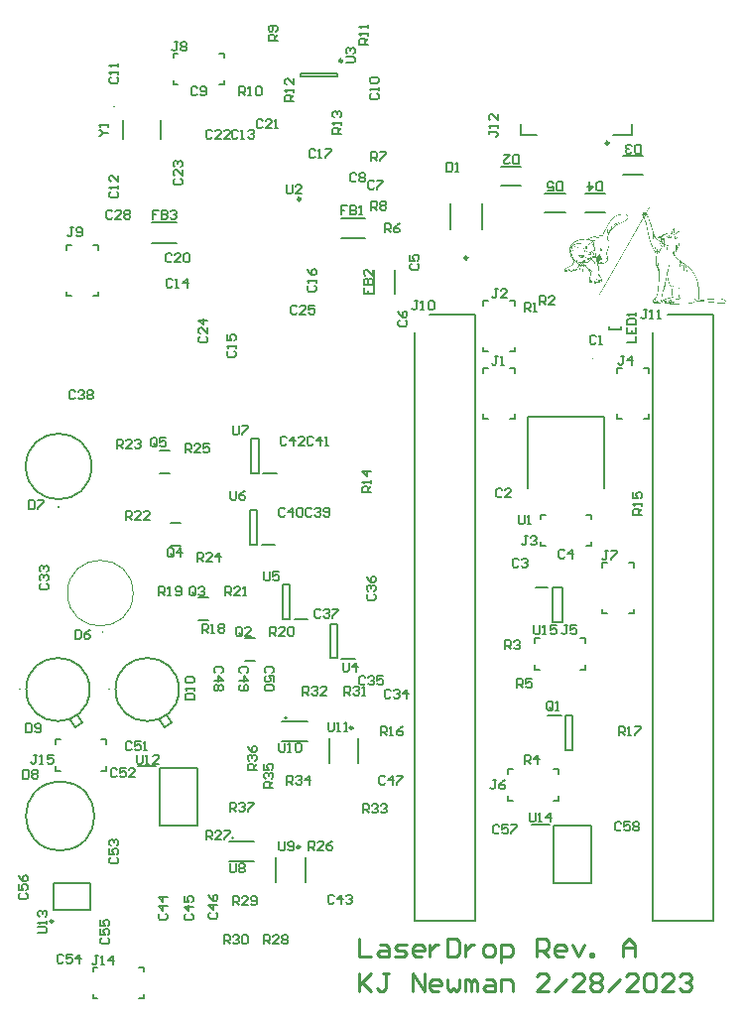
<source format=gto>
G04*
G04 #@! TF.GenerationSoftware,Altium Limited,Altium Designer,21.6.1 (37)*
G04*
G04 Layer_Color=65535*
%FSAX25Y25*%
%MOIN*%
G70*
G04*
G04 #@! TF.SameCoordinates,E0C0A44B-B62E-4E6E-ADDB-BB2CC36F5004*
G04*
G04*
G04 #@! TF.FilePolarity,Positive*
G04*
G01*
G75*
%ADD10C,0.00787*%
%ADD11C,0.00394*%
%ADD12C,0.00984*%
%ADD13C,0.00500*%
%ADD14C,0.01000*%
G36*
X0214016Y0267833D02*
X0214002D01*
Y0267819D01*
X0213988D01*
Y0267791D01*
X0213974D01*
Y0267763D01*
X0213960D01*
Y0267735D01*
X0213946D01*
Y0267721D01*
X0213932D01*
Y0267693D01*
X0213918D01*
Y0267665D01*
X0213904D01*
Y0267637D01*
X0213890D01*
Y0267623D01*
X0213876D01*
Y0267595D01*
X0213862D01*
Y0267567D01*
X0213848D01*
Y0267539D01*
X0213834D01*
Y0267525D01*
X0213820D01*
Y0267497D01*
X0213806D01*
Y0267469D01*
X0213792D01*
Y0267442D01*
X0213778D01*
Y0267427D01*
X0213764D01*
Y0267400D01*
X0213750D01*
Y0267372D01*
X0213736D01*
Y0267344D01*
X0213722D01*
Y0267330D01*
X0213708D01*
Y0267302D01*
X0213695D01*
Y0267274D01*
X0213681D01*
Y0267246D01*
X0213667D01*
Y0267232D01*
X0213653D01*
Y0267204D01*
X0213639D01*
Y0267176D01*
X0213625D01*
Y0267148D01*
X0213611D01*
Y0267134D01*
X0213597D01*
Y0267106D01*
X0213583D01*
Y0267078D01*
X0213569D01*
Y0267050D01*
X0213555D01*
Y0267022D01*
X0213541D01*
Y0267008D01*
X0213527D01*
Y0266981D01*
X0213513D01*
Y0266953D01*
X0213499D01*
Y0266925D01*
X0213485D01*
Y0266911D01*
X0213471D01*
Y0266883D01*
X0213457D01*
Y0266855D01*
X0213443D01*
Y0266827D01*
X0213429D01*
Y0266813D01*
X0213415D01*
Y0266785D01*
X0213401D01*
Y0266757D01*
X0213387D01*
Y0266729D01*
X0213373D01*
Y0266715D01*
X0213359D01*
Y0266687D01*
X0213345D01*
Y0266659D01*
X0213331D01*
Y0266631D01*
X0213317D01*
Y0266617D01*
X0213303D01*
Y0266589D01*
X0213289D01*
Y0266562D01*
X0213276D01*
Y0266534D01*
X0213262D01*
Y0266520D01*
X0213248D01*
Y0266492D01*
X0213234D01*
Y0266464D01*
X0213220D01*
Y0266436D01*
X0213206D01*
Y0266422D01*
X0213192D01*
Y0266394D01*
X0213178D01*
Y0266366D01*
X0213164D01*
Y0266338D01*
X0213150D01*
Y0266324D01*
X0213136D01*
Y0266296D01*
X0213122D01*
Y0266268D01*
X0213108D01*
Y0266240D01*
X0213094D01*
Y0266226D01*
X0213080D01*
Y0266198D01*
X0213066D01*
Y0266170D01*
X0213052D01*
Y0266143D01*
X0213038D01*
Y0266128D01*
X0213024D01*
Y0266101D01*
X0213010D01*
Y0266073D01*
X0212996D01*
Y0266045D01*
X0212982D01*
Y0266017D01*
X0212996D01*
Y0266003D01*
X0213010D01*
Y0265989D01*
X0213024D01*
Y0265947D01*
X0213038D01*
Y0265877D01*
X0213052D01*
Y0265863D01*
X0213066D01*
Y0265849D01*
X0213080D01*
Y0265835D01*
X0213094D01*
Y0265821D01*
X0213108D01*
Y0265807D01*
X0213122D01*
Y0265779D01*
X0213136D01*
Y0265765D01*
X0213150D01*
Y0265751D01*
X0213164D01*
Y0265737D01*
X0213178D01*
Y0265723D01*
X0213192D01*
Y0265709D01*
X0213206D01*
Y0265682D01*
X0213220D01*
Y0265668D01*
X0213234D01*
Y0265654D01*
X0213248D01*
Y0265640D01*
X0213262D01*
Y0265612D01*
X0213276D01*
Y0265598D01*
X0213289D01*
Y0265584D01*
X0213303D01*
Y0265556D01*
X0213317D01*
Y0265542D01*
X0213331D01*
Y0265514D01*
X0213345D01*
Y0265500D01*
X0213359D01*
Y0265486D01*
X0213373D01*
Y0265458D01*
X0213387D01*
Y0265444D01*
X0213401D01*
Y0265416D01*
X0213415D01*
Y0265402D01*
X0213429D01*
Y0265374D01*
X0213443D01*
Y0265360D01*
X0213457D01*
Y0265332D01*
X0213471D01*
Y0265318D01*
X0213485D01*
Y0265290D01*
X0213499D01*
Y0265277D01*
X0213513D01*
Y0265249D01*
X0213527D01*
Y0265235D01*
X0213541D01*
Y0265207D01*
X0213555D01*
Y0265193D01*
X0213569D01*
Y0265165D01*
X0213583D01*
Y0265151D01*
X0213597D01*
Y0265123D01*
X0213611D01*
Y0265109D01*
X0213625D01*
Y0265081D01*
X0213639D01*
Y0265053D01*
X0213653D01*
Y0265039D01*
X0213667D01*
Y0265011D01*
X0213681D01*
Y0264983D01*
X0213695D01*
Y0264955D01*
X0213708D01*
Y0264913D01*
X0213722D01*
Y0264885D01*
X0213736D01*
Y0264844D01*
X0213750D01*
Y0264816D01*
X0213764D01*
Y0264774D01*
X0213778D01*
Y0264732D01*
X0213792D01*
Y0264690D01*
X0213806D01*
Y0264634D01*
X0213820D01*
Y0264592D01*
X0213834D01*
Y0264536D01*
X0213848D01*
Y0264480D01*
X0213862D01*
Y0264424D01*
X0213876D01*
Y0264369D01*
X0213890D01*
Y0264313D01*
X0213904D01*
Y0264257D01*
X0213918D01*
Y0264215D01*
X0213932D01*
Y0264159D01*
X0213946D01*
Y0264103D01*
X0213960D01*
Y0264061D01*
X0213974D01*
Y0264019D01*
X0213988D01*
Y0263964D01*
X0214002D01*
Y0263922D01*
X0214016D01*
Y0263880D01*
X0214030D01*
Y0263824D01*
X0214044D01*
Y0263782D01*
X0214058D01*
Y0263740D01*
X0214072D01*
Y0263684D01*
X0214086D01*
Y0263642D01*
X0214100D01*
Y0263600D01*
X0214114D01*
Y0263559D01*
X0214127D01*
Y0263517D01*
X0214142D01*
Y0263475D01*
X0214156D01*
Y0263433D01*
X0214169D01*
Y0263391D01*
X0214183D01*
Y0263349D01*
X0214197D01*
Y0263321D01*
X0214211D01*
Y0263279D01*
X0214225D01*
Y0263237D01*
X0214239D01*
Y0263209D01*
X0214253D01*
Y0263167D01*
X0214267D01*
Y0263140D01*
X0214281D01*
Y0263098D01*
X0214295D01*
Y0263070D01*
X0214309D01*
Y0263042D01*
X0214323D01*
Y0263000D01*
X0214337D01*
Y0262972D01*
X0214351D01*
Y0262944D01*
X0214365D01*
Y0262916D01*
X0214379D01*
Y0262874D01*
X0214393D01*
Y0262846D01*
X0214407D01*
Y0262818D01*
X0214421D01*
Y0262790D01*
X0214435D01*
Y0262762D01*
X0214449D01*
Y0262720D01*
X0214463D01*
Y0262692D01*
X0214477D01*
Y0262665D01*
X0214491D01*
Y0262637D01*
X0214505D01*
Y0262609D01*
X0214519D01*
Y0262567D01*
X0214533D01*
Y0262539D01*
X0214519D01*
Y0262497D01*
X0214505D01*
Y0262469D01*
X0214519D01*
Y0262441D01*
X0214533D01*
Y0262413D01*
X0214547D01*
Y0262371D01*
X0214561D01*
Y0262329D01*
X0214575D01*
Y0262287D01*
X0214588D01*
Y0262245D01*
X0214602D01*
Y0262204D01*
X0214616D01*
Y0262162D01*
X0214630D01*
Y0262106D01*
X0214644D01*
Y0262050D01*
X0214658D01*
Y0262008D01*
X0214672D01*
Y0261966D01*
X0214686D01*
Y0261910D01*
X0214700D01*
Y0261868D01*
X0214714D01*
Y0261812D01*
X0214728D01*
Y0261771D01*
X0214742D01*
Y0261715D01*
X0214756D01*
Y0261659D01*
X0214770D01*
Y0261603D01*
X0214784D01*
Y0261561D01*
X0214798D01*
Y0261505D01*
X0214812D01*
Y0261449D01*
X0214826D01*
Y0261407D01*
X0214840D01*
Y0261352D01*
X0214854D01*
Y0261310D01*
X0214868D01*
Y0261268D01*
X0214882D01*
Y0261212D01*
X0214896D01*
Y0261170D01*
X0214910D01*
Y0261114D01*
X0214924D01*
Y0261072D01*
X0214938D01*
Y0261016D01*
X0214952D01*
Y0260975D01*
X0214966D01*
Y0260919D01*
X0214980D01*
Y0260863D01*
X0214994D01*
Y0260793D01*
X0215007D01*
Y0260737D01*
X0215021D01*
Y0260681D01*
X0215035D01*
Y0260639D01*
X0215049D01*
Y0260583D01*
X0215063D01*
Y0260542D01*
X0215077D01*
Y0260486D01*
X0215091D01*
Y0260444D01*
X0215105D01*
Y0260402D01*
X0215119D01*
Y0260360D01*
X0215133D01*
Y0260318D01*
X0215147D01*
Y0260290D01*
X0215161D01*
Y0260248D01*
X0215175D01*
Y0260206D01*
X0215189D01*
Y0260164D01*
X0215259D01*
Y0260150D01*
X0215287D01*
Y0260136D01*
X0215301D01*
Y0260122D01*
X0215315D01*
Y0260108D01*
X0215329D01*
Y0260081D01*
X0215343D01*
Y0259801D01*
X0215357D01*
Y0259634D01*
X0215371D01*
Y0259578D01*
X0215385D01*
Y0259536D01*
X0215399D01*
Y0259494D01*
X0215413D01*
Y0259438D01*
X0215426D01*
Y0259396D01*
X0215441D01*
Y0259354D01*
X0215455D01*
Y0259312D01*
X0215468D01*
Y0259270D01*
X0215482D01*
Y0259243D01*
X0215496D01*
Y0259201D01*
X0215510D01*
Y0259159D01*
X0215524D01*
Y0259131D01*
X0215538D01*
Y0259089D01*
X0215552D01*
Y0259061D01*
X0215566D01*
Y0259033D01*
X0215580D01*
Y0258991D01*
X0215594D01*
Y0258963D01*
X0215608D01*
Y0258935D01*
X0215622D01*
Y0258907D01*
X0215636D01*
Y0258865D01*
X0215650D01*
Y0258837D01*
X0215664D01*
Y0258809D01*
X0215678D01*
Y0258782D01*
X0215692D01*
Y0258740D01*
X0215706D01*
Y0258712D01*
X0215720D01*
Y0258684D01*
X0215734D01*
Y0258656D01*
X0215748D01*
Y0258614D01*
X0215762D01*
Y0258586D01*
X0215776D01*
Y0258558D01*
X0215790D01*
Y0258516D01*
X0215804D01*
Y0258488D01*
X0215818D01*
Y0258460D01*
X0215832D01*
Y0258418D01*
X0215846D01*
Y0258390D01*
X0215860D01*
Y0258363D01*
X0215874D01*
Y0258335D01*
X0215887D01*
Y0258307D01*
X0215901D01*
Y0258279D01*
X0215915D01*
Y0258251D01*
X0215929D01*
Y0258223D01*
X0215943D01*
Y0258209D01*
X0215957D01*
Y0258181D01*
X0215971D01*
Y0258153D01*
X0215985D01*
Y0258139D01*
X0215999D01*
Y0258111D01*
X0216013D01*
Y0258083D01*
X0216027D01*
Y0258069D01*
X0216041D01*
Y0258041D01*
X0216055D01*
Y0258027D01*
X0216069D01*
Y0257999D01*
X0216083D01*
Y0257971D01*
X0216097D01*
Y0257958D01*
X0216111D01*
Y0257944D01*
X0216125D01*
Y0257916D01*
X0216139D01*
Y0257902D01*
X0216153D01*
Y0257874D01*
X0216167D01*
Y0257860D01*
X0216181D01*
Y0257846D01*
X0216195D01*
Y0257832D01*
X0216209D01*
Y0257804D01*
X0216223D01*
Y0257790D01*
X0216237D01*
Y0257776D01*
X0216251D01*
Y0257762D01*
X0216265D01*
Y0257748D01*
X0216279D01*
Y0257720D01*
X0216293D01*
Y0257706D01*
X0216306D01*
Y0257692D01*
X0216320D01*
Y0257678D01*
X0216334D01*
Y0257664D01*
X0216348D01*
Y0257636D01*
X0216362D01*
Y0257622D01*
X0216376D01*
Y0257608D01*
X0216390D01*
Y0257594D01*
X0216404D01*
Y0257580D01*
X0216418D01*
Y0257566D01*
X0216432D01*
Y0257552D01*
X0216446D01*
Y0257538D01*
X0216460D01*
Y0257524D01*
X0216474D01*
Y0257497D01*
X0216488D01*
Y0257483D01*
X0216502D01*
Y0257469D01*
X0216516D01*
Y0257455D01*
X0216544D01*
Y0257441D01*
X0216558D01*
Y0257427D01*
X0216572D01*
Y0257413D01*
X0216586D01*
Y0257399D01*
X0216600D01*
Y0257385D01*
X0216614D01*
Y0257371D01*
X0216628D01*
Y0257357D01*
X0216642D01*
Y0257343D01*
X0216656D01*
Y0257329D01*
X0216670D01*
Y0257315D01*
X0216698D01*
Y0257301D01*
X0216711D01*
Y0257287D01*
X0216725D01*
Y0257273D01*
X0216740D01*
Y0257259D01*
X0216754D01*
Y0257245D01*
X0216781D01*
Y0257231D01*
X0216795D01*
Y0257217D01*
X0216809D01*
Y0257203D01*
X0216823D01*
Y0257189D01*
X0216851D01*
Y0257175D01*
X0216865D01*
Y0257161D01*
X0216879D01*
Y0257147D01*
X0216893D01*
Y0257133D01*
X0216921D01*
Y0257119D01*
X0216935D01*
Y0257105D01*
X0216949D01*
Y0257091D01*
X0216963D01*
Y0257078D01*
X0216991D01*
Y0257064D01*
X0217005D01*
Y0257050D01*
X0217019D01*
Y0257036D01*
X0217047D01*
Y0257022D01*
X0217061D01*
Y0257008D01*
X0217075D01*
Y0256994D01*
X0217089D01*
Y0256980D01*
X0217117D01*
Y0256966D01*
X0217131D01*
Y0256952D01*
X0217144D01*
Y0256938D01*
X0217173D01*
Y0256924D01*
X0217186D01*
Y0256910D01*
X0217200D01*
Y0256896D01*
X0217214D01*
Y0256882D01*
X0217242D01*
Y0256868D01*
X0217256D01*
Y0256854D01*
X0217270D01*
Y0256840D01*
X0217298D01*
Y0256826D01*
X0217312D01*
Y0256812D01*
X0217326D01*
Y0256798D01*
X0217354D01*
Y0256784D01*
X0217368D01*
Y0256770D01*
X0217382D01*
Y0256756D01*
X0217410D01*
Y0256742D01*
X0217424D01*
Y0256728D01*
X0217438D01*
Y0256714D01*
X0217466D01*
Y0256700D01*
X0217480D01*
Y0256686D01*
X0217494D01*
Y0256672D01*
X0217522D01*
Y0256659D01*
X0217536D01*
Y0256645D01*
X0217550D01*
Y0256630D01*
X0217578D01*
Y0256617D01*
X0217592D01*
Y0256603D01*
X0217605D01*
Y0256589D01*
X0217633D01*
Y0256575D01*
X0217647D01*
Y0256561D01*
X0217661D01*
Y0256547D01*
X0217689D01*
Y0256533D01*
X0217703D01*
Y0256519D01*
X0217717D01*
Y0256491D01*
X0217731D01*
Y0256407D01*
X0217717D01*
Y0256379D01*
X0217703D01*
Y0256365D01*
X0217675D01*
Y0256351D01*
X0217578D01*
Y0256365D01*
X0217564D01*
Y0256379D01*
X0217550D01*
Y0256393D01*
X0217522D01*
Y0256407D01*
X0217508D01*
Y0256421D01*
X0217494D01*
Y0256435D01*
X0217466D01*
Y0256449D01*
X0217452D01*
Y0256463D01*
X0217438D01*
Y0256477D01*
X0217410D01*
Y0256491D01*
X0217396D01*
Y0256505D01*
X0217382D01*
Y0256519D01*
X0217354D01*
Y0256533D01*
X0217340D01*
Y0256547D01*
X0217326D01*
Y0256561D01*
X0217298D01*
Y0256575D01*
X0217284D01*
Y0256589D01*
X0217256D01*
Y0256603D01*
X0217242D01*
Y0256617D01*
X0217228D01*
Y0256630D01*
X0217200D01*
Y0256645D01*
X0217186D01*
Y0256659D01*
X0217173D01*
Y0256672D01*
X0217144D01*
Y0256686D01*
X0217131D01*
Y0256700D01*
X0217117D01*
Y0256714D01*
X0217089D01*
Y0256728D01*
X0217075D01*
Y0256742D01*
X0217061D01*
Y0256756D01*
X0217047D01*
Y0256770D01*
X0217019D01*
Y0256784D01*
X0217005D01*
Y0256798D01*
X0216991D01*
Y0256812D01*
X0216963D01*
Y0256826D01*
X0216949D01*
Y0256840D01*
X0216935D01*
Y0256854D01*
X0216921D01*
Y0256868D01*
X0216893D01*
Y0256882D01*
X0216879D01*
Y0256896D01*
X0216865D01*
Y0256910D01*
X0216851D01*
Y0256924D01*
X0216823D01*
Y0256938D01*
X0216809D01*
Y0256952D01*
X0216795D01*
Y0256966D01*
X0216767D01*
Y0256980D01*
X0216754D01*
Y0256994D01*
X0216740D01*
Y0257008D01*
X0216725D01*
Y0257022D01*
X0216698D01*
Y0257036D01*
X0216684D01*
Y0257050D01*
X0216670D01*
Y0257064D01*
X0216642D01*
Y0257078D01*
X0216628D01*
Y0257091D01*
X0216614D01*
Y0257105D01*
X0216600D01*
Y0257119D01*
X0216586D01*
Y0257133D01*
X0216558D01*
Y0257147D01*
X0216544D01*
Y0257161D01*
X0216530D01*
Y0257175D01*
X0216516D01*
Y0257189D01*
X0216502D01*
Y0257203D01*
X0216488D01*
Y0257217D01*
X0216474D01*
Y0257231D01*
X0216460D01*
Y0257245D01*
X0216432D01*
Y0257259D01*
X0216418D01*
Y0257273D01*
X0216404D01*
Y0257287D01*
X0216390D01*
Y0257301D01*
X0216376D01*
Y0257315D01*
X0216362D01*
Y0257329D01*
X0216348D01*
Y0257343D01*
X0216334D01*
Y0257357D01*
X0216320D01*
Y0257371D01*
X0216306D01*
Y0257385D01*
X0216293D01*
Y0257413D01*
X0216279D01*
Y0257427D01*
X0216265D01*
Y0257441D01*
X0216251D01*
Y0257455D01*
X0216237D01*
Y0257469D01*
X0216223D01*
Y0257483D01*
X0216209D01*
Y0257497D01*
X0216195D01*
Y0257524D01*
X0216181D01*
Y0257538D01*
X0216167D01*
Y0257552D01*
X0216153D01*
Y0257566D01*
X0216139D01*
Y0257580D01*
X0216125D01*
Y0257594D01*
X0216111D01*
Y0257622D01*
X0216097D01*
Y0257636D01*
X0216083D01*
Y0257650D01*
X0216069D01*
Y0257664D01*
X0216055D01*
Y0257678D01*
X0216041D01*
Y0257706D01*
X0216027D01*
Y0257720D01*
X0216013D01*
Y0257734D01*
X0215999D01*
Y0257762D01*
X0215985D01*
Y0257776D01*
X0215971D01*
Y0257790D01*
X0215957D01*
Y0257818D01*
X0215943D01*
Y0257832D01*
X0215929D01*
Y0257846D01*
X0215915D01*
Y0257874D01*
X0215901D01*
Y0257902D01*
X0215887D01*
Y0257916D01*
X0215874D01*
Y0257944D01*
X0215860D01*
Y0257958D01*
X0215846D01*
Y0257985D01*
X0215832D01*
Y0257958D01*
X0215846D01*
Y0257929D01*
X0215860D01*
Y0257888D01*
X0215874D01*
Y0257846D01*
X0215887D01*
Y0257818D01*
X0215874D01*
Y0257776D01*
X0215860D01*
Y0257762D01*
X0215846D01*
Y0257748D01*
X0215832D01*
Y0257734D01*
X0215790D01*
Y0257720D01*
X0215762D01*
Y0257734D01*
X0215720D01*
Y0257748D01*
X0215706D01*
Y0257762D01*
X0215692D01*
Y0257776D01*
X0215678D01*
Y0257804D01*
X0215664D01*
Y0257846D01*
X0215650D01*
Y0257888D01*
X0215636D01*
Y0257929D01*
X0215622D01*
Y0257971D01*
X0215608D01*
Y0258013D01*
X0215594D01*
Y0258055D01*
X0215580D01*
Y0257999D01*
X0215594D01*
Y0257916D01*
X0215608D01*
Y0257846D01*
X0215622D01*
Y0257776D01*
X0215636D01*
Y0257706D01*
X0215650D01*
Y0257664D01*
X0215664D01*
Y0257580D01*
X0215650D01*
Y0257552D01*
X0215636D01*
Y0257538D01*
X0215622D01*
Y0257524D01*
X0215608D01*
Y0257510D01*
X0215510D01*
Y0257524D01*
X0215496D01*
Y0257538D01*
X0215482D01*
Y0257552D01*
X0215468D01*
Y0257566D01*
X0215455D01*
Y0257622D01*
X0215441D01*
Y0257678D01*
X0215426D01*
Y0257748D01*
X0215413D01*
Y0257818D01*
X0215399D01*
Y0257888D01*
X0215385D01*
Y0257734D01*
X0215371D01*
Y0257594D01*
X0215357D01*
Y0257510D01*
X0215343D01*
Y0257483D01*
X0215329D01*
Y0257469D01*
X0215301D01*
Y0257455D01*
X0215203D01*
Y0257469D01*
X0215189D01*
Y0257483D01*
X0215175D01*
Y0257497D01*
X0215161D01*
Y0257510D01*
X0215147D01*
Y0257608D01*
X0215161D01*
Y0257748D01*
X0215175D01*
Y0257999D01*
X0215189D01*
Y0258991D01*
X0215175D01*
Y0259284D01*
X0215161D01*
Y0259550D01*
X0215147D01*
Y0259648D01*
X0215133D01*
Y0259689D01*
X0215119D01*
Y0259731D01*
X0215105D01*
Y0259787D01*
X0215091D01*
Y0259829D01*
X0215077D01*
Y0259871D01*
X0215063D01*
Y0259927D01*
X0215049D01*
Y0259969D01*
X0215035D01*
Y0260011D01*
X0215021D01*
Y0260053D01*
X0215007D01*
Y0260094D01*
X0214994D01*
Y0260136D01*
X0214980D01*
Y0260164D01*
X0214966D01*
Y0260206D01*
X0214952D01*
Y0260248D01*
X0214938D01*
Y0260290D01*
X0214924D01*
Y0260318D01*
X0214910D01*
Y0260360D01*
X0214896D01*
Y0260402D01*
X0214882D01*
Y0260458D01*
X0214868D01*
Y0260500D01*
X0214854D01*
Y0260556D01*
X0214840D01*
Y0260611D01*
X0214826D01*
Y0260653D01*
X0214812D01*
Y0260709D01*
X0214798D01*
Y0260779D01*
X0214784D01*
Y0260835D01*
X0214770D01*
Y0260891D01*
X0214756D01*
Y0260933D01*
X0214742D01*
Y0260988D01*
X0214728D01*
Y0261044D01*
X0214714D01*
Y0261086D01*
X0214700D01*
Y0261142D01*
X0214686D01*
Y0261184D01*
X0214672D01*
Y0261226D01*
X0214658D01*
Y0261282D01*
X0214644D01*
Y0261324D01*
X0214630D01*
Y0261380D01*
X0214616D01*
Y0261421D01*
X0214602D01*
Y0261477D01*
X0214588D01*
Y0261519D01*
X0214575D01*
Y0261575D01*
X0214561D01*
Y0261631D01*
X0214547D01*
Y0261687D01*
X0214533D01*
Y0261743D01*
X0214519D01*
Y0261785D01*
X0214505D01*
Y0261826D01*
X0214491D01*
Y0261882D01*
X0214477D01*
Y0261924D01*
X0214463D01*
Y0261980D01*
X0214449D01*
Y0262022D01*
X0214435D01*
Y0262078D01*
X0214421D01*
Y0262120D01*
X0214407D01*
Y0262176D01*
X0214393D01*
Y0262218D01*
X0214379D01*
Y0262260D01*
X0214365D01*
Y0262301D01*
X0214351D01*
Y0262329D01*
X0214337D01*
Y0262357D01*
X0214323D01*
Y0262399D01*
X0214309D01*
Y0262427D01*
X0214295D01*
Y0262455D01*
X0214281D01*
Y0262497D01*
X0214267D01*
Y0262539D01*
X0214253D01*
Y0262567D01*
X0214267D01*
Y0262609D01*
X0214281D01*
Y0262623D01*
X0214267D01*
Y0262651D01*
X0214253D01*
Y0262679D01*
X0214239D01*
Y0262720D01*
X0214225D01*
Y0262748D01*
X0214211D01*
Y0262776D01*
X0214197D01*
Y0262804D01*
X0214183D01*
Y0262846D01*
X0214169D01*
Y0262874D01*
X0214156D01*
Y0262902D01*
X0214142D01*
Y0262930D01*
X0214127D01*
Y0262972D01*
X0214114D01*
Y0263000D01*
X0214100D01*
Y0263028D01*
X0214086D01*
Y0263070D01*
X0214072D01*
Y0263098D01*
X0214058D01*
Y0263140D01*
X0214044D01*
Y0263167D01*
X0214030D01*
Y0263209D01*
X0214016D01*
Y0263237D01*
X0214002D01*
Y0263279D01*
X0213988D01*
Y0263321D01*
X0213974D01*
Y0263363D01*
X0213960D01*
Y0263391D01*
X0213946D01*
Y0263433D01*
X0213932D01*
Y0263475D01*
X0213918D01*
Y0263531D01*
X0213904D01*
Y0263573D01*
X0213890D01*
Y0263614D01*
X0213876D01*
Y0263656D01*
X0213862D01*
Y0263698D01*
X0213848D01*
Y0263754D01*
X0213834D01*
Y0263796D01*
X0213820D01*
Y0263838D01*
X0213806D01*
Y0263894D01*
X0213792D01*
Y0263936D01*
X0213778D01*
Y0263978D01*
X0213764D01*
Y0264033D01*
X0213750D01*
Y0264075D01*
X0213736D01*
Y0264131D01*
X0213722D01*
Y0264173D01*
X0213708D01*
Y0264229D01*
X0213695D01*
Y0264285D01*
X0213681D01*
Y0264341D01*
X0213667D01*
Y0264397D01*
X0213653D01*
Y0264452D01*
X0213639D01*
Y0264508D01*
X0213625D01*
Y0264564D01*
X0213611D01*
Y0264606D01*
X0213597D01*
Y0264662D01*
X0213583D01*
Y0264704D01*
X0213569D01*
Y0264732D01*
X0213555D01*
Y0264774D01*
X0213541D01*
Y0264816D01*
X0213527D01*
Y0264844D01*
X0213513D01*
Y0264872D01*
X0213499D01*
Y0264899D01*
X0213485D01*
Y0264927D01*
X0213471D01*
Y0264955D01*
X0213457D01*
Y0264983D01*
X0213443D01*
Y0264997D01*
X0213429D01*
Y0265025D01*
X0213415D01*
Y0265039D01*
X0213401D01*
Y0265067D01*
X0213387D01*
Y0265081D01*
X0213373D01*
Y0265109D01*
X0213359D01*
Y0265123D01*
X0213345D01*
Y0265151D01*
X0213331D01*
Y0265165D01*
X0213317D01*
Y0265193D01*
X0213303D01*
Y0265207D01*
X0213289D01*
Y0265235D01*
X0213276D01*
Y0265249D01*
X0213262D01*
Y0265277D01*
X0213248D01*
Y0265290D01*
X0213234D01*
Y0265318D01*
X0213220D01*
Y0265332D01*
X0213206D01*
Y0265360D01*
X0213192D01*
Y0265374D01*
X0213178D01*
Y0265360D01*
X0213192D01*
Y0265318D01*
X0213206D01*
Y0265290D01*
X0213220D01*
Y0265249D01*
X0213234D01*
Y0265207D01*
X0213248D01*
Y0265165D01*
X0213262D01*
Y0265137D01*
X0213276D01*
Y0265095D01*
X0213289D01*
Y0265067D01*
X0213303D01*
Y0265025D01*
X0213317D01*
Y0264983D01*
X0213331D01*
Y0264955D01*
X0213345D01*
Y0264913D01*
X0213359D01*
Y0264885D01*
X0213373D01*
Y0264830D01*
X0213359D01*
Y0264802D01*
X0213345D01*
Y0264774D01*
X0213317D01*
Y0264760D01*
X0213289D01*
Y0264746D01*
X0213234D01*
Y0264760D01*
X0213206D01*
Y0264774D01*
X0213192D01*
Y0264788D01*
X0213178D01*
Y0264802D01*
X0213164D01*
Y0264844D01*
X0213150D01*
Y0264872D01*
X0213136D01*
Y0264913D01*
X0213122D01*
Y0264955D01*
X0213108D01*
Y0264983D01*
X0213094D01*
Y0265025D01*
X0213080D01*
Y0265053D01*
X0213066D01*
Y0265095D01*
X0213052D01*
Y0265123D01*
X0213038D01*
Y0265165D01*
X0213024D01*
Y0265207D01*
X0213010D01*
Y0265235D01*
X0212996D01*
Y0265249D01*
X0212982D01*
Y0265277D01*
X0212968D01*
Y0265304D01*
X0212954D01*
Y0265249D01*
X0212940D01*
Y0265165D01*
X0212926D01*
Y0265095D01*
X0212912D01*
Y0265053D01*
X0212898D01*
Y0265025D01*
X0212884D01*
Y0265011D01*
X0212870D01*
Y0264983D01*
X0212842D01*
Y0264969D01*
X0212828D01*
Y0264955D01*
X0212731D01*
Y0264969D01*
X0212717D01*
Y0264983D01*
X0212689D01*
Y0264997D01*
X0212675D01*
Y0265011D01*
X0212661D01*
Y0265039D01*
X0212647D01*
Y0265067D01*
X0212633D01*
Y0265095D01*
X0212619D01*
Y0265081D01*
X0212605D01*
Y0264913D01*
X0212591D01*
Y0264788D01*
X0212577D01*
Y0264718D01*
X0212563D01*
Y0264676D01*
X0212549D01*
Y0264648D01*
X0212535D01*
Y0264634D01*
X0212521D01*
Y0264620D01*
X0212493D01*
Y0264606D01*
X0212382D01*
Y0264620D01*
X0212368D01*
Y0264634D01*
X0212354D01*
Y0264648D01*
X0212340D01*
Y0264662D01*
X0212326D01*
Y0264690D01*
X0212312D01*
Y0264704D01*
X0212298D01*
Y0264634D01*
X0212312D01*
Y0264564D01*
X0212326D01*
Y0264480D01*
X0212340D01*
Y0264439D01*
X0212354D01*
Y0264341D01*
X0212340D01*
Y0264327D01*
X0212326D01*
Y0264313D01*
X0212312D01*
Y0264299D01*
X0212284D01*
Y0264285D01*
X0212270D01*
Y0264271D01*
X0212284D01*
Y0264257D01*
X0212298D01*
Y0264229D01*
X0212312D01*
Y0264215D01*
X0212326D01*
Y0264187D01*
X0212340D01*
Y0264159D01*
X0212354D01*
Y0264131D01*
X0212368D01*
Y0264103D01*
X0212382D01*
Y0264075D01*
X0212396D01*
Y0264047D01*
X0212409D01*
Y0264033D01*
X0212423D01*
Y0264005D01*
X0212437D01*
Y0263978D01*
X0212451D01*
Y0263950D01*
X0212465D01*
Y0263922D01*
X0212479D01*
Y0263894D01*
X0212493D01*
Y0263866D01*
X0212507D01*
Y0263824D01*
X0212521D01*
Y0263796D01*
X0212535D01*
Y0263768D01*
X0212549D01*
Y0263740D01*
X0212563D01*
Y0263712D01*
X0212577D01*
Y0263684D01*
X0212591D01*
Y0263656D01*
X0212605D01*
Y0263628D01*
X0212619D01*
Y0263600D01*
X0212633D01*
Y0263573D01*
X0212647D01*
Y0263545D01*
X0212661D01*
Y0263517D01*
X0212675D01*
Y0263489D01*
X0212689D01*
Y0263461D01*
X0212703D01*
Y0263433D01*
X0212717D01*
Y0263405D01*
X0212731D01*
Y0263377D01*
X0212745D01*
Y0263349D01*
X0212759D01*
Y0263321D01*
X0212773D01*
Y0263293D01*
X0212787D01*
Y0263265D01*
X0212801D01*
Y0263237D01*
X0212815D01*
Y0263195D01*
X0212828D01*
Y0263167D01*
X0212842D01*
Y0263140D01*
X0212857D01*
Y0263111D01*
X0212870D01*
Y0263070D01*
X0212884D01*
Y0263042D01*
X0212898D01*
Y0263000D01*
X0212912D01*
Y0262972D01*
X0212926D01*
Y0262916D01*
X0212940D01*
Y0262874D01*
X0212954D01*
Y0262818D01*
X0212968D01*
Y0262762D01*
X0212982D01*
Y0262706D01*
X0212996D01*
Y0262651D01*
X0213010D01*
Y0262595D01*
X0213024D01*
Y0262539D01*
X0213038D01*
Y0262483D01*
X0213052D01*
Y0262427D01*
X0213066D01*
Y0262371D01*
X0213080D01*
Y0262315D01*
X0213094D01*
Y0262245D01*
X0213108D01*
Y0262190D01*
X0213122D01*
Y0262134D01*
X0213136D01*
Y0262078D01*
X0213150D01*
Y0262022D01*
X0213164D01*
Y0261966D01*
X0213178D01*
Y0261910D01*
X0213192D01*
Y0261854D01*
X0213206D01*
Y0261785D01*
X0213220D01*
Y0261701D01*
X0213234D01*
Y0261631D01*
X0213248D01*
Y0261561D01*
X0213262D01*
Y0261491D01*
X0213276D01*
Y0261421D01*
X0213289D01*
Y0261352D01*
X0213303D01*
Y0261282D01*
X0213317D01*
Y0261212D01*
X0213331D01*
Y0261142D01*
X0213345D01*
Y0261072D01*
X0213359D01*
Y0261016D01*
X0213373D01*
Y0260946D01*
X0213387D01*
Y0260891D01*
X0213401D01*
Y0260821D01*
X0213415D01*
Y0260765D01*
X0213429D01*
Y0260695D01*
X0213443D01*
Y0260639D01*
X0213457D01*
Y0260569D01*
X0213471D01*
Y0260513D01*
X0213485D01*
Y0260444D01*
X0213499D01*
Y0260388D01*
X0213513D01*
Y0260318D01*
X0213527D01*
Y0260248D01*
X0213541D01*
Y0260178D01*
X0213555D01*
Y0260108D01*
X0213569D01*
Y0260025D01*
X0213583D01*
Y0259941D01*
X0213597D01*
Y0259857D01*
X0213611D01*
Y0259773D01*
X0213625D01*
Y0259676D01*
X0213639D01*
Y0259592D01*
X0213653D01*
Y0259494D01*
X0213667D01*
Y0259410D01*
X0213681D01*
Y0259326D01*
X0213695D01*
Y0259243D01*
X0213708D01*
Y0259173D01*
X0213722D01*
Y0259103D01*
X0213736D01*
Y0259033D01*
X0213750D01*
Y0258963D01*
X0213764D01*
Y0258893D01*
X0213778D01*
Y0258837D01*
X0213792D01*
Y0258768D01*
X0213806D01*
Y0258712D01*
X0213820D01*
Y0258656D01*
X0213834D01*
Y0258614D01*
X0213848D01*
Y0258558D01*
X0213862D01*
Y0258502D01*
X0213876D01*
Y0258460D01*
X0213890D01*
Y0258418D01*
X0213904D01*
Y0258363D01*
X0213918D01*
Y0258321D01*
X0213932D01*
Y0258265D01*
X0213946D01*
Y0258223D01*
X0213960D01*
Y0258181D01*
X0213974D01*
Y0258125D01*
X0213988D01*
Y0258083D01*
X0214002D01*
Y0258027D01*
X0214016D01*
Y0257985D01*
X0214030D01*
Y0257929D01*
X0214044D01*
Y0257874D01*
X0214058D01*
Y0257818D01*
X0214072D01*
Y0257776D01*
X0214086D01*
Y0257720D01*
X0214100D01*
Y0257664D01*
X0214114D01*
Y0257608D01*
X0214127D01*
Y0257552D01*
X0214142D01*
Y0257510D01*
X0214156D01*
Y0257455D01*
X0214169D01*
Y0257399D01*
X0214183D01*
Y0257343D01*
X0214197D01*
Y0257287D01*
X0214211D01*
Y0257245D01*
X0214225D01*
Y0257189D01*
X0214239D01*
Y0257147D01*
X0214253D01*
Y0257091D01*
X0214267D01*
Y0257050D01*
X0214281D01*
Y0257008D01*
X0214295D01*
Y0256966D01*
X0214309D01*
Y0256924D01*
X0214323D01*
Y0256882D01*
X0214337D01*
Y0256840D01*
X0214351D01*
Y0256798D01*
X0214365D01*
Y0256756D01*
X0214379D01*
Y0256714D01*
X0214393D01*
Y0256672D01*
X0214407D01*
Y0256630D01*
X0214421D01*
Y0256603D01*
X0214435D01*
Y0256561D01*
X0214449D01*
Y0256519D01*
X0214463D01*
Y0256477D01*
X0214477D01*
Y0256435D01*
X0214491D01*
Y0256393D01*
X0214505D01*
Y0256351D01*
X0214519D01*
Y0256323D01*
X0214533D01*
Y0256281D01*
X0214547D01*
Y0256239D01*
X0214561D01*
Y0256198D01*
X0214575D01*
Y0256156D01*
X0214588D01*
Y0256114D01*
X0214602D01*
Y0256072D01*
X0214616D01*
Y0256044D01*
X0214630D01*
Y0256002D01*
X0214644D01*
Y0255960D01*
X0214658D01*
Y0255918D01*
X0214672D01*
Y0255890D01*
X0214686D01*
Y0255848D01*
X0214700D01*
Y0255820D01*
X0214714D01*
Y0255779D01*
X0214728D01*
Y0255751D01*
X0214742D01*
Y0255709D01*
X0214756D01*
Y0255681D01*
X0214770D01*
Y0255639D01*
X0214784D01*
Y0255597D01*
X0214798D01*
Y0255569D01*
X0214812D01*
Y0255527D01*
X0214826D01*
Y0255499D01*
X0214840D01*
Y0255457D01*
X0214854D01*
Y0255429D01*
X0214868D01*
Y0255387D01*
X0214882D01*
Y0255360D01*
X0214896D01*
Y0255318D01*
X0214910D01*
Y0255290D01*
X0214924D01*
Y0255248D01*
X0214938D01*
Y0255206D01*
X0214952D01*
Y0255178D01*
X0214966D01*
Y0255136D01*
X0214980D01*
Y0255108D01*
X0214994D01*
Y0255080D01*
X0215007D01*
Y0255038D01*
X0215021D01*
Y0255010D01*
X0215035D01*
Y0254982D01*
X0215049D01*
Y0254954D01*
X0215063D01*
Y0254926D01*
X0215077D01*
Y0254899D01*
X0215091D01*
Y0254857D01*
X0215105D01*
Y0254829D01*
X0215119D01*
Y0254801D01*
X0215133D01*
Y0254773D01*
X0215147D01*
Y0254745D01*
X0215161D01*
Y0254717D01*
X0215175D01*
Y0254689D01*
X0215189D01*
Y0254661D01*
X0215203D01*
Y0254633D01*
X0215217D01*
Y0254605D01*
X0215231D01*
Y0254577D01*
X0215245D01*
Y0254549D01*
X0215259D01*
Y0254521D01*
X0215273D01*
Y0254493D01*
X0215287D01*
Y0254466D01*
X0215301D01*
Y0254438D01*
X0215315D01*
Y0254410D01*
X0215329D01*
Y0254382D01*
X0215343D01*
Y0254354D01*
X0215357D01*
Y0254326D01*
X0215371D01*
Y0254298D01*
X0215385D01*
Y0254270D01*
X0215399D01*
Y0254242D01*
X0215413D01*
Y0254214D01*
X0215426D01*
Y0254186D01*
X0215441D01*
Y0254158D01*
X0215455D01*
Y0254130D01*
X0215468D01*
Y0254102D01*
X0215482D01*
Y0254075D01*
X0215496D01*
Y0254047D01*
X0215510D01*
Y0254019D01*
X0215524D01*
Y0253991D01*
X0215538D01*
Y0253963D01*
X0215552D01*
Y0253935D01*
X0215566D01*
Y0253907D01*
X0215580D01*
Y0253879D01*
X0215594D01*
Y0253851D01*
X0215608D01*
Y0253809D01*
X0215622D01*
Y0253781D01*
X0215636D01*
Y0253753D01*
X0215650D01*
Y0253725D01*
X0215664D01*
Y0253711D01*
X0215678D01*
Y0253683D01*
X0215692D01*
Y0253655D01*
X0215706D01*
Y0253627D01*
X0215720D01*
Y0253600D01*
X0215734D01*
Y0253572D01*
X0215748D01*
Y0253544D01*
X0215762D01*
Y0253516D01*
X0215776D01*
Y0253488D01*
X0215790D01*
Y0253474D01*
X0215804D01*
Y0253446D01*
X0215818D01*
Y0253418D01*
X0215832D01*
Y0253404D01*
X0215846D01*
Y0253376D01*
X0215860D01*
Y0253348D01*
X0215874D01*
Y0253320D01*
X0215887D01*
Y0253306D01*
X0215901D01*
Y0253278D01*
X0215915D01*
Y0253250D01*
X0215929D01*
Y0253236D01*
X0215943D01*
Y0253208D01*
X0215957D01*
Y0253181D01*
X0215971D01*
Y0253167D01*
X0215985D01*
Y0253139D01*
X0215999D01*
Y0253111D01*
X0216013D01*
Y0253097D01*
X0216027D01*
Y0253069D01*
X0216041D01*
Y0253041D01*
X0216055D01*
Y0253027D01*
X0216069D01*
Y0252999D01*
X0216083D01*
Y0252971D01*
X0216097D01*
Y0252957D01*
X0216111D01*
Y0252929D01*
X0216125D01*
Y0252901D01*
X0216139D01*
Y0252873D01*
X0216153D01*
Y0252845D01*
X0216167D01*
Y0252817D01*
X0216181D01*
Y0252776D01*
X0216195D01*
Y0252748D01*
X0216209D01*
Y0252720D01*
X0216223D01*
Y0252678D01*
X0216237D01*
Y0252636D01*
X0216251D01*
Y0252594D01*
X0216237D01*
Y0252552D01*
X0216223D01*
Y0252538D01*
X0216209D01*
Y0252524D01*
X0216181D01*
Y0252510D01*
X0216111D01*
Y0252524D01*
X0216083D01*
Y0252538D01*
X0216069D01*
Y0252552D01*
X0216055D01*
Y0252566D01*
X0216041D01*
Y0252608D01*
X0216027D01*
Y0252636D01*
X0216013D01*
Y0252678D01*
X0215999D01*
Y0252706D01*
X0215985D01*
Y0252734D01*
X0215971D01*
Y0252762D01*
X0215957D01*
Y0252789D01*
X0215943D01*
Y0252817D01*
X0215929D01*
Y0252845D01*
X0215915D01*
Y0252859D01*
X0215901D01*
Y0252887D01*
X0215887D01*
Y0252915D01*
X0215874D01*
Y0252943D01*
X0215860D01*
Y0252957D01*
X0215846D01*
Y0252985D01*
X0215832D01*
Y0253013D01*
X0215818D01*
Y0253027D01*
X0215804D01*
Y0253055D01*
X0215790D01*
Y0253083D01*
X0215776D01*
Y0253097D01*
X0215762D01*
Y0253125D01*
X0215748D01*
Y0253153D01*
X0215734D01*
Y0253167D01*
X0215720D01*
Y0253194D01*
X0215706D01*
Y0253222D01*
X0215692D01*
Y0253236D01*
X0215678D01*
Y0253264D01*
X0215664D01*
Y0253292D01*
X0215650D01*
Y0253320D01*
X0215636D01*
Y0253334D01*
X0215622D01*
Y0253362D01*
X0215608D01*
Y0253390D01*
X0215594D01*
Y0253418D01*
X0215580D01*
Y0253446D01*
X0215566D01*
Y0253460D01*
X0215552D01*
Y0253488D01*
X0215538D01*
Y0253516D01*
X0215524D01*
Y0253544D01*
X0215510D01*
Y0253572D01*
X0215496D01*
Y0253600D01*
X0215482D01*
Y0253627D01*
X0215468D01*
Y0253655D01*
X0215455D01*
Y0253683D01*
X0215441D01*
Y0253711D01*
X0215426D01*
Y0253739D01*
X0215413D01*
Y0253767D01*
X0215399D01*
Y0253795D01*
X0215385D01*
Y0253823D01*
X0215371D01*
Y0253851D01*
X0215357D01*
Y0253879D01*
X0215343D01*
Y0253907D01*
X0215329D01*
Y0253935D01*
X0215315D01*
Y0253963D01*
X0215301D01*
Y0253991D01*
X0215287D01*
Y0254019D01*
X0215273D01*
Y0254047D01*
X0215259D01*
Y0254075D01*
X0215245D01*
Y0254102D01*
X0215231D01*
Y0254130D01*
X0215217D01*
Y0254158D01*
X0215203D01*
Y0254186D01*
X0215189D01*
Y0254214D01*
X0215175D01*
Y0254242D01*
X0215161D01*
Y0254270D01*
X0215147D01*
Y0254298D01*
X0215133D01*
Y0254326D01*
X0215119D01*
Y0254354D01*
X0215105D01*
Y0254382D01*
X0215091D01*
Y0254410D01*
X0215077D01*
Y0254438D01*
X0215063D01*
Y0254466D01*
X0215049D01*
Y0254493D01*
X0215035D01*
Y0254521D01*
X0215021D01*
Y0254549D01*
X0215007D01*
Y0254577D01*
X0214994D01*
Y0254605D01*
X0214980D01*
Y0254633D01*
X0214966D01*
Y0254661D01*
X0214952D01*
Y0254689D01*
X0214938D01*
Y0254717D01*
X0214924D01*
Y0254759D01*
X0214910D01*
Y0254787D01*
X0214896D01*
Y0254815D01*
X0214882D01*
Y0254843D01*
X0214868D01*
Y0254871D01*
X0214854D01*
Y0254912D01*
X0214840D01*
Y0254941D01*
X0214826D01*
Y0254968D01*
X0214812D01*
Y0254996D01*
X0214798D01*
Y0255038D01*
X0214784D01*
Y0255066D01*
X0214770D01*
Y0255108D01*
X0214756D01*
Y0255136D01*
X0214742D01*
Y0255178D01*
X0214728D01*
Y0255206D01*
X0214714D01*
Y0255248D01*
X0214700D01*
Y0255276D01*
X0214686D01*
Y0255318D01*
X0214672D01*
Y0255346D01*
X0214658D01*
Y0255387D01*
X0214644D01*
Y0255415D01*
X0214630D01*
Y0255457D01*
X0214616D01*
Y0255485D01*
X0214602D01*
Y0255527D01*
X0214588D01*
Y0255569D01*
X0214575D01*
Y0255597D01*
X0214561D01*
Y0255639D01*
X0214547D01*
Y0255667D01*
X0214533D01*
Y0255709D01*
X0214519D01*
Y0255737D01*
X0214505D01*
Y0255779D01*
X0214491D01*
Y0255820D01*
X0214477D01*
Y0255848D01*
X0214463D01*
Y0255890D01*
X0214449D01*
Y0255932D01*
X0214435D01*
Y0255960D01*
X0214421D01*
Y0256002D01*
X0214407D01*
Y0256044D01*
X0214393D01*
Y0256086D01*
X0214379D01*
Y0256128D01*
X0214365D01*
Y0256156D01*
X0214351D01*
Y0256198D01*
X0214337D01*
Y0256239D01*
X0214323D01*
Y0256281D01*
X0214309D01*
Y0256323D01*
X0214295D01*
Y0256365D01*
X0214281D01*
Y0256407D01*
X0214267D01*
Y0256449D01*
X0214253D01*
Y0256491D01*
X0214239D01*
Y0256519D01*
X0214225D01*
Y0256561D01*
X0214211D01*
Y0256603D01*
X0214197D01*
Y0256645D01*
X0214183D01*
Y0256686D01*
X0214169D01*
Y0256728D01*
X0214156D01*
Y0256770D01*
X0214142D01*
Y0256812D01*
X0214127D01*
Y0256854D01*
X0214114D01*
Y0256896D01*
X0214100D01*
Y0256938D01*
X0214086D01*
Y0256980D01*
X0214072D01*
Y0257022D01*
X0214058D01*
Y0257064D01*
X0214044D01*
Y0257119D01*
X0214030D01*
Y0257161D01*
X0214016D01*
Y0257217D01*
X0214002D01*
Y0257259D01*
X0213988D01*
Y0257315D01*
X0213974D01*
Y0257371D01*
X0213960D01*
Y0257427D01*
X0213946D01*
Y0257483D01*
X0213932D01*
Y0257524D01*
X0213918D01*
Y0257580D01*
X0213904D01*
Y0257636D01*
X0213890D01*
Y0257692D01*
X0213876D01*
Y0257748D01*
X0213862D01*
Y0257804D01*
X0213848D01*
Y0257846D01*
X0213834D01*
Y0257902D01*
X0213820D01*
Y0257944D01*
X0213806D01*
Y0257999D01*
X0213792D01*
Y0258041D01*
X0213778D01*
Y0258097D01*
X0213764D01*
Y0258139D01*
X0213750D01*
Y0258195D01*
X0213736D01*
Y0258237D01*
X0213722D01*
Y0258279D01*
X0213708D01*
Y0258335D01*
X0213695D01*
Y0258377D01*
X0213681D01*
Y0258432D01*
X0213667D01*
Y0258474D01*
X0213653D01*
Y0258530D01*
X0213639D01*
Y0258586D01*
X0213625D01*
Y0258642D01*
X0213611D01*
Y0258698D01*
X0213597D01*
Y0258754D01*
X0213583D01*
Y0258809D01*
X0213569D01*
Y0258865D01*
X0213555D01*
Y0258935D01*
X0213541D01*
Y0259005D01*
X0213527D01*
Y0259075D01*
X0213513D01*
Y0259145D01*
X0213499D01*
Y0259228D01*
X0213485D01*
Y0259312D01*
X0213471D01*
Y0259396D01*
X0213457D01*
Y0259480D01*
X0213443D01*
Y0259578D01*
X0213429D01*
Y0259662D01*
X0213415D01*
Y0259759D01*
X0213401D01*
Y0259843D01*
X0213387D01*
Y0259927D01*
X0213373D01*
Y0260011D01*
X0213359D01*
Y0260094D01*
X0213345D01*
Y0260164D01*
X0213331D01*
Y0260234D01*
X0213317D01*
Y0260304D01*
X0213303D01*
Y0260360D01*
X0213289D01*
Y0260430D01*
X0213276D01*
Y0260486D01*
X0213262D01*
Y0260556D01*
X0213248D01*
Y0260611D01*
X0213234D01*
Y0260681D01*
X0213220D01*
Y0260737D01*
X0213206D01*
Y0260793D01*
X0213192D01*
Y0260863D01*
X0213178D01*
Y0260919D01*
X0213164D01*
Y0260988D01*
X0213150D01*
Y0261058D01*
X0213136D01*
Y0261128D01*
X0213122D01*
Y0261198D01*
X0213108D01*
Y0261268D01*
X0213094D01*
Y0261338D01*
X0213080D01*
Y0261407D01*
X0213066D01*
Y0261477D01*
X0213052D01*
Y0261547D01*
X0213038D01*
Y0261631D01*
X0213024D01*
Y0261701D01*
X0213010D01*
Y0261771D01*
X0212996D01*
Y0261826D01*
X0212982D01*
Y0261882D01*
X0212968D01*
Y0261952D01*
X0212954D01*
Y0262008D01*
X0212940D01*
Y0262064D01*
X0212926D01*
Y0262120D01*
X0212912D01*
Y0262176D01*
X0212898D01*
Y0262232D01*
X0212884D01*
Y0262287D01*
X0212870D01*
Y0262343D01*
X0212857D01*
Y0262399D01*
X0212842D01*
Y0262455D01*
X0212828D01*
Y0262511D01*
X0212815D01*
Y0262567D01*
X0212801D01*
Y0262637D01*
X0212787D01*
Y0262692D01*
X0212773D01*
Y0262748D01*
X0212759D01*
Y0262790D01*
X0212745D01*
Y0262846D01*
X0212731D01*
Y0262888D01*
X0212717D01*
Y0262930D01*
X0212703D01*
Y0262972D01*
X0212689D01*
Y0263000D01*
X0212675D01*
Y0263042D01*
X0212661D01*
Y0263070D01*
X0212647D01*
Y0263098D01*
X0212633D01*
Y0263125D01*
X0212619D01*
Y0263153D01*
X0212605D01*
Y0263181D01*
X0212591D01*
Y0263209D01*
X0212577D01*
Y0263237D01*
X0212563D01*
Y0263265D01*
X0212549D01*
Y0263293D01*
X0212535D01*
Y0263321D01*
X0212521D01*
Y0263349D01*
X0212507D01*
Y0263377D01*
X0212493D01*
Y0263405D01*
X0212479D01*
Y0263433D01*
X0212465D01*
Y0263461D01*
X0212451D01*
Y0263489D01*
X0212437D01*
Y0263517D01*
X0212423D01*
Y0263545D01*
X0212409D01*
Y0263573D01*
X0212396D01*
Y0263600D01*
X0212382D01*
Y0263628D01*
X0212368D01*
Y0263656D01*
X0212354D01*
Y0263684D01*
X0212340D01*
Y0263712D01*
X0212326D01*
Y0263740D01*
X0212312D01*
Y0263782D01*
X0212298D01*
Y0263810D01*
X0212284D01*
Y0263838D01*
X0212270D01*
Y0263866D01*
X0212256D01*
Y0263894D01*
X0212242D01*
Y0263922D01*
X0212228D01*
Y0263936D01*
X0212214D01*
Y0263964D01*
X0212200D01*
Y0263991D01*
X0212186D01*
Y0264019D01*
X0212172D01*
Y0264047D01*
X0212158D01*
Y0264075D01*
X0212144D01*
Y0264103D01*
X0212130D01*
Y0264117D01*
X0212116D01*
Y0264145D01*
X0212102D01*
Y0264173D01*
X0212088D01*
Y0264187D01*
X0212074D01*
Y0264215D01*
X0212060D01*
Y0264229D01*
X0212046D01*
Y0264257D01*
X0212032D01*
Y0264285D01*
X0212018D01*
Y0264299D01*
X0212004D01*
Y0264313D01*
X0211990D01*
Y0264285D01*
X0211977D01*
Y0264257D01*
X0211963D01*
Y0264229D01*
X0211949D01*
Y0264215D01*
X0211935D01*
Y0264187D01*
X0211921D01*
Y0264159D01*
X0211907D01*
Y0264131D01*
X0211893D01*
Y0264117D01*
X0211879D01*
Y0264089D01*
X0211865D01*
Y0264061D01*
X0211851D01*
Y0264033D01*
X0211837D01*
Y0264019D01*
X0211823D01*
Y0263991D01*
X0211809D01*
Y0263964D01*
X0211795D01*
Y0263936D01*
X0211781D01*
Y0263922D01*
X0211767D01*
Y0263894D01*
X0211753D01*
Y0263866D01*
X0211739D01*
Y0263838D01*
X0211725D01*
Y0263824D01*
X0211711D01*
Y0263796D01*
X0211697D01*
Y0263768D01*
X0211683D01*
Y0263740D01*
X0211669D01*
Y0263726D01*
X0211655D01*
Y0263698D01*
X0211641D01*
Y0263670D01*
X0211627D01*
Y0263642D01*
X0211613D01*
Y0263628D01*
X0211599D01*
Y0263600D01*
X0211585D01*
Y0263573D01*
X0211572D01*
Y0263545D01*
X0211558D01*
Y0263531D01*
X0211543D01*
Y0263503D01*
X0211530D01*
Y0263475D01*
X0211516D01*
Y0263447D01*
X0211502D01*
Y0263433D01*
X0211488D01*
Y0263405D01*
X0211474D01*
Y0263377D01*
X0211460D01*
Y0263349D01*
X0211446D01*
Y0263335D01*
X0211432D01*
Y0263307D01*
X0211418D01*
Y0263279D01*
X0211404D01*
Y0263251D01*
X0211390D01*
Y0263237D01*
X0211376D01*
Y0263209D01*
X0211362D01*
Y0263181D01*
X0211348D01*
Y0263153D01*
X0211334D01*
Y0263140D01*
X0211320D01*
Y0263111D01*
X0211306D01*
Y0263084D01*
X0211292D01*
Y0263056D01*
X0211278D01*
Y0263042D01*
X0211264D01*
Y0263014D01*
X0211250D01*
Y0262986D01*
X0211236D01*
Y0262958D01*
X0211222D01*
Y0262944D01*
X0211208D01*
Y0262916D01*
X0211194D01*
Y0262888D01*
X0211180D01*
Y0262860D01*
X0211166D01*
Y0262832D01*
X0211152D01*
Y0262818D01*
X0211139D01*
Y0262790D01*
X0211124D01*
Y0262762D01*
X0211110D01*
Y0262734D01*
X0211097D01*
Y0262720D01*
X0211083D01*
Y0262692D01*
X0211069D01*
Y0262665D01*
X0211055D01*
Y0262637D01*
X0211041D01*
Y0262623D01*
X0211027D01*
Y0262595D01*
X0211013D01*
Y0262567D01*
X0210999D01*
Y0262539D01*
X0210985D01*
Y0262525D01*
X0210971D01*
Y0262497D01*
X0210957D01*
Y0262469D01*
X0210943D01*
Y0262441D01*
X0210929D01*
Y0262427D01*
X0210915D01*
Y0262399D01*
X0210901D01*
Y0262371D01*
X0210887D01*
Y0262343D01*
X0210873D01*
Y0262329D01*
X0210859D01*
Y0262301D01*
X0210845D01*
Y0262274D01*
X0210831D01*
Y0262245D01*
X0210817D01*
Y0262232D01*
X0210803D01*
Y0262204D01*
X0210789D01*
Y0262176D01*
X0210775D01*
Y0262148D01*
X0210761D01*
Y0262134D01*
X0210747D01*
Y0262106D01*
X0210733D01*
Y0262078D01*
X0210719D01*
Y0262050D01*
X0210705D01*
Y0262036D01*
X0210691D01*
Y0262008D01*
X0210678D01*
Y0261980D01*
X0210664D01*
Y0261952D01*
X0210650D01*
Y0261938D01*
X0210636D01*
Y0261910D01*
X0210622D01*
Y0261882D01*
X0210608D01*
Y0261854D01*
X0210594D01*
Y0261841D01*
X0210580D01*
Y0261812D01*
X0210566D01*
Y0261785D01*
X0210552D01*
Y0261757D01*
X0210538D01*
Y0261743D01*
X0210524D01*
Y0261715D01*
X0210510D01*
Y0261687D01*
X0210496D01*
Y0261659D01*
X0210482D01*
Y0261645D01*
X0210468D01*
Y0261617D01*
X0210454D01*
Y0261589D01*
X0210440D01*
Y0261561D01*
X0210426D01*
Y0261533D01*
X0210412D01*
Y0261519D01*
X0210398D01*
Y0261491D01*
X0210384D01*
Y0261463D01*
X0210370D01*
Y0261435D01*
X0210356D01*
Y0261421D01*
X0210342D01*
Y0261393D01*
X0210328D01*
Y0261366D01*
X0210314D01*
Y0261338D01*
X0210300D01*
Y0261324D01*
X0210286D01*
Y0261296D01*
X0210273D01*
Y0261268D01*
X0210259D01*
Y0261240D01*
X0210244D01*
Y0261226D01*
X0210231D01*
Y0261198D01*
X0210217D01*
Y0261170D01*
X0210203D01*
Y0261142D01*
X0210189D01*
Y0261128D01*
X0210175D01*
Y0261100D01*
X0210161D01*
Y0261072D01*
X0210147D01*
Y0261044D01*
X0210133D01*
Y0261030D01*
X0210119D01*
Y0261002D01*
X0210105D01*
Y0260975D01*
X0210091D01*
Y0260946D01*
X0210077D01*
Y0260933D01*
X0210063D01*
Y0260905D01*
X0210049D01*
Y0260877D01*
X0210035D01*
Y0260849D01*
X0210021D01*
Y0260835D01*
X0210007D01*
Y0260807D01*
X0209993D01*
Y0260779D01*
X0209979D01*
Y0260751D01*
X0209965D01*
Y0260737D01*
X0209951D01*
Y0260709D01*
X0209937D01*
Y0260681D01*
X0209923D01*
Y0260653D01*
X0209909D01*
Y0260639D01*
X0209895D01*
Y0260611D01*
X0209881D01*
Y0260583D01*
X0209867D01*
Y0260556D01*
X0209853D01*
Y0260542D01*
X0209840D01*
Y0260513D01*
X0209825D01*
Y0260486D01*
X0209811D01*
Y0260458D01*
X0209798D01*
Y0260444D01*
X0209784D01*
Y0260416D01*
X0209770D01*
Y0260388D01*
X0209756D01*
Y0260360D01*
X0209742D01*
Y0260346D01*
X0209728D01*
Y0260318D01*
X0209714D01*
Y0260290D01*
X0209700D01*
Y0260262D01*
X0209686D01*
Y0260234D01*
X0209672D01*
Y0260220D01*
X0209658D01*
Y0260192D01*
X0209644D01*
Y0260164D01*
X0209630D01*
Y0260136D01*
X0209616D01*
Y0260122D01*
X0209602D01*
Y0260094D01*
X0209588D01*
Y0260067D01*
X0209574D01*
Y0260039D01*
X0209560D01*
Y0260025D01*
X0209546D01*
Y0259997D01*
X0209532D01*
Y0259969D01*
X0209518D01*
Y0259941D01*
X0209504D01*
Y0259927D01*
X0209490D01*
Y0259899D01*
X0209476D01*
Y0259871D01*
X0209462D01*
Y0259843D01*
X0209448D01*
Y0259829D01*
X0209434D01*
Y0259801D01*
X0209420D01*
Y0259773D01*
X0209406D01*
Y0259745D01*
X0209392D01*
Y0259731D01*
X0209379D01*
Y0259703D01*
X0209365D01*
Y0259676D01*
X0209351D01*
Y0259648D01*
X0209337D01*
Y0259634D01*
X0209323D01*
Y0259606D01*
X0209309D01*
Y0259578D01*
X0209295D01*
Y0259550D01*
X0209281D01*
Y0259536D01*
X0209267D01*
Y0259508D01*
X0209253D01*
Y0259480D01*
X0209239D01*
Y0259452D01*
X0209225D01*
Y0259438D01*
X0209211D01*
Y0259410D01*
X0209197D01*
Y0259382D01*
X0209183D01*
Y0259354D01*
X0209169D01*
Y0259340D01*
X0209155D01*
Y0259312D01*
X0209141D01*
Y0259284D01*
X0209127D01*
Y0259257D01*
X0209113D01*
Y0259243D01*
X0209099D01*
Y0259215D01*
X0209085D01*
Y0259187D01*
X0209071D01*
Y0259159D01*
X0209057D01*
Y0259145D01*
X0209043D01*
Y0259117D01*
X0209029D01*
Y0259089D01*
X0209015D01*
Y0259061D01*
X0209001D01*
Y0259047D01*
X0208987D01*
Y0259019D01*
X0208974D01*
Y0258991D01*
X0208960D01*
Y0258963D01*
X0208945D01*
Y0258949D01*
X0208932D01*
Y0258921D01*
X0208918D01*
Y0258893D01*
X0208904D01*
Y0258865D01*
X0208890D01*
Y0258837D01*
X0208876D01*
Y0258823D01*
X0208862D01*
Y0258795D01*
X0208848D01*
Y0258768D01*
X0208834D01*
Y0258740D01*
X0208820D01*
Y0258726D01*
X0208806D01*
Y0258698D01*
X0208792D01*
Y0258670D01*
X0208778D01*
Y0258642D01*
X0208764D01*
Y0258628D01*
X0208750D01*
Y0258600D01*
X0208736D01*
Y0258572D01*
X0208722D01*
Y0258544D01*
X0208708D01*
Y0258530D01*
X0208694D01*
Y0258502D01*
X0208680D01*
Y0258474D01*
X0208666D01*
Y0258446D01*
X0208652D01*
Y0258432D01*
X0208638D01*
Y0258404D01*
X0208624D01*
Y0258377D01*
X0208610D01*
Y0258349D01*
X0208596D01*
Y0258335D01*
X0208582D01*
Y0258307D01*
X0208568D01*
Y0258279D01*
X0208554D01*
Y0258251D01*
X0208541D01*
Y0258237D01*
X0208526D01*
Y0258209D01*
X0208512D01*
Y0258181D01*
X0208499D01*
Y0258153D01*
X0208485D01*
Y0258139D01*
X0208471D01*
Y0258111D01*
X0208457D01*
Y0258083D01*
X0208443D01*
Y0258055D01*
X0208429D01*
Y0258041D01*
X0208415D01*
Y0258013D01*
X0208401D01*
Y0257985D01*
X0208387D01*
Y0257958D01*
X0208373D01*
Y0257944D01*
X0208359D01*
Y0257916D01*
X0208345D01*
Y0257888D01*
X0208331D01*
Y0257860D01*
X0208317D01*
Y0257846D01*
X0208303D01*
Y0257818D01*
X0208289D01*
Y0257790D01*
X0208275D01*
Y0257762D01*
X0208261D01*
Y0257748D01*
X0208247D01*
Y0257720D01*
X0208233D01*
Y0257692D01*
X0208219D01*
Y0257664D01*
X0208205D01*
Y0257650D01*
X0208191D01*
Y0257622D01*
X0208177D01*
Y0257594D01*
X0208163D01*
Y0257566D01*
X0208149D01*
Y0257552D01*
X0208135D01*
Y0257524D01*
X0208121D01*
Y0257497D01*
X0208107D01*
Y0257469D01*
X0208094D01*
Y0257455D01*
X0208080D01*
Y0257427D01*
X0208066D01*
Y0257399D01*
X0208052D01*
Y0257371D01*
X0208038D01*
Y0257343D01*
X0208024D01*
Y0257329D01*
X0208010D01*
Y0257301D01*
X0207996D01*
Y0257273D01*
X0207982D01*
Y0257245D01*
X0207968D01*
Y0257231D01*
X0207954D01*
Y0257203D01*
X0207940D01*
Y0257175D01*
X0207926D01*
Y0257147D01*
X0207912D01*
Y0257133D01*
X0207898D01*
Y0257105D01*
X0207884D01*
Y0257078D01*
X0207870D01*
Y0257050D01*
X0207856D01*
Y0257036D01*
X0207842D01*
Y0257008D01*
X0207828D01*
Y0256980D01*
X0207814D01*
Y0256952D01*
X0207800D01*
Y0256938D01*
X0207786D01*
Y0256910D01*
X0207772D01*
Y0256882D01*
X0207758D01*
Y0256854D01*
X0207744D01*
Y0256840D01*
X0207730D01*
Y0256812D01*
X0207716D01*
Y0256784D01*
X0207702D01*
Y0256756D01*
X0207688D01*
Y0256742D01*
X0207675D01*
Y0256714D01*
X0207661D01*
Y0256686D01*
X0207646D01*
Y0256659D01*
X0207633D01*
Y0256645D01*
X0207619D01*
Y0256617D01*
X0207605D01*
Y0256589D01*
X0207591D01*
Y0256561D01*
X0207577D01*
Y0256547D01*
X0207563D01*
Y0256519D01*
X0207549D01*
Y0256491D01*
X0207535D01*
Y0256463D01*
X0207521D01*
Y0256449D01*
X0207507D01*
Y0256421D01*
X0207493D01*
Y0256393D01*
X0207479D01*
Y0256365D01*
X0207465D01*
Y0256351D01*
X0207451D01*
Y0256323D01*
X0207437D01*
Y0256295D01*
X0207423D01*
Y0256267D01*
X0207409D01*
Y0256253D01*
X0207395D01*
Y0256225D01*
X0207381D01*
Y0256198D01*
X0207367D01*
Y0256170D01*
X0207353D01*
Y0256156D01*
X0207339D01*
Y0256128D01*
X0207325D01*
Y0256100D01*
X0207311D01*
Y0256072D01*
X0207297D01*
Y0256058D01*
X0207283D01*
Y0256030D01*
X0207269D01*
Y0256002D01*
X0207256D01*
Y0255974D01*
X0207242D01*
Y0255946D01*
X0207227D01*
Y0255932D01*
X0207213D01*
Y0255904D01*
X0207200D01*
Y0255876D01*
X0207186D01*
Y0255848D01*
X0207172D01*
Y0255834D01*
X0207158D01*
Y0255806D01*
X0207144D01*
Y0255779D01*
X0207130D01*
Y0255751D01*
X0207116D01*
Y0255737D01*
X0207102D01*
Y0255709D01*
X0207088D01*
Y0255681D01*
X0207074D01*
Y0255653D01*
X0207060D01*
Y0255639D01*
X0207046D01*
Y0255611D01*
X0207032D01*
Y0255583D01*
X0207018D01*
Y0255555D01*
X0207004D01*
Y0255541D01*
X0206990D01*
Y0255513D01*
X0206976D01*
Y0255485D01*
X0206962D01*
Y0255457D01*
X0206948D01*
Y0255443D01*
X0206934D01*
Y0255415D01*
X0206920D01*
Y0255387D01*
X0206906D01*
Y0255360D01*
X0206892D01*
Y0255346D01*
X0206878D01*
Y0255318D01*
X0206864D01*
Y0255290D01*
X0206850D01*
Y0255262D01*
X0206836D01*
Y0255248D01*
X0206822D01*
Y0255220D01*
X0206808D01*
Y0255192D01*
X0206795D01*
Y0255164D01*
X0206781D01*
Y0255150D01*
X0206767D01*
Y0255122D01*
X0206753D01*
Y0255094D01*
X0206739D01*
Y0255066D01*
X0206725D01*
Y0255052D01*
X0206711D01*
Y0255024D01*
X0206697D01*
Y0254996D01*
X0206683D01*
Y0254968D01*
X0206669D01*
Y0254954D01*
X0206655D01*
Y0254926D01*
X0206641D01*
Y0254899D01*
X0206627D01*
Y0254871D01*
X0206613D01*
Y0254857D01*
X0206599D01*
Y0254829D01*
X0206585D01*
Y0254801D01*
X0206571D01*
Y0254773D01*
X0206557D01*
Y0254759D01*
X0206543D01*
Y0254731D01*
X0206529D01*
Y0254703D01*
X0206515D01*
Y0254675D01*
X0206501D01*
Y0254647D01*
X0206487D01*
Y0254633D01*
X0206473D01*
Y0254605D01*
X0206459D01*
Y0254577D01*
X0206445D01*
Y0254549D01*
X0206431D01*
Y0254535D01*
X0206417D01*
Y0254507D01*
X0206403D01*
Y0254480D01*
X0206389D01*
Y0254452D01*
X0206376D01*
Y0254438D01*
X0206362D01*
Y0254410D01*
X0206348D01*
Y0254382D01*
X0206334D01*
Y0254354D01*
X0206320D01*
Y0254340D01*
X0206306D01*
Y0254312D01*
X0206292D01*
Y0254284D01*
X0206278D01*
Y0254256D01*
X0206264D01*
Y0254242D01*
X0206250D01*
Y0254214D01*
X0206236D01*
Y0254186D01*
X0206222D01*
Y0254158D01*
X0206208D01*
Y0254144D01*
X0206194D01*
Y0254116D01*
X0206180D01*
Y0254088D01*
X0206166D01*
Y0254061D01*
X0206152D01*
Y0254047D01*
X0206138D01*
Y0254019D01*
X0206124D01*
Y0253991D01*
X0206110D01*
Y0253963D01*
X0206096D01*
Y0253949D01*
X0206082D01*
Y0253921D01*
X0206068D01*
Y0253893D01*
X0206054D01*
Y0253865D01*
X0206040D01*
Y0253851D01*
X0206026D01*
Y0253823D01*
X0206012D01*
Y0253795D01*
X0205998D01*
Y0253767D01*
X0205984D01*
Y0253753D01*
X0205970D01*
Y0253725D01*
X0205956D01*
Y0253697D01*
X0205943D01*
Y0253669D01*
X0205928D01*
Y0253655D01*
X0205915D01*
Y0253627D01*
X0205901D01*
Y0253600D01*
X0205887D01*
Y0253572D01*
X0205873D01*
Y0253558D01*
X0205859D01*
Y0253530D01*
X0205845D01*
Y0253502D01*
X0205831D01*
Y0253474D01*
X0205817D01*
Y0253460D01*
X0205803D01*
Y0253432D01*
X0205789D01*
Y0253404D01*
X0205775D01*
Y0253376D01*
X0205761D01*
Y0253362D01*
X0205747D01*
Y0253334D01*
X0205733D01*
Y0253306D01*
X0205719D01*
Y0253278D01*
X0205705D01*
Y0253250D01*
X0205691D01*
Y0253236D01*
X0205677D01*
Y0253208D01*
X0205663D01*
Y0253181D01*
X0205649D01*
Y0253153D01*
X0205635D01*
Y0253139D01*
X0205621D01*
Y0253111D01*
X0205607D01*
Y0253083D01*
X0205593D01*
Y0253055D01*
X0205579D01*
Y0253041D01*
X0205565D01*
Y0253013D01*
X0205551D01*
Y0252985D01*
X0205537D01*
Y0252957D01*
X0205523D01*
Y0252943D01*
X0205509D01*
Y0252915D01*
X0205496D01*
Y0252887D01*
X0205482D01*
Y0252859D01*
X0205468D01*
Y0252845D01*
X0205454D01*
Y0252817D01*
X0205440D01*
Y0252789D01*
X0205426D01*
Y0252762D01*
X0205412D01*
Y0252748D01*
X0205398D01*
Y0252720D01*
X0205384D01*
Y0252692D01*
X0205370D01*
Y0252664D01*
X0205356D01*
Y0252636D01*
X0205342D01*
Y0252622D01*
X0205328D01*
Y0252594D01*
X0205314D01*
Y0252566D01*
X0205300D01*
Y0252538D01*
X0205286D01*
Y0252524D01*
X0205272D01*
Y0252496D01*
X0205258D01*
Y0252468D01*
X0205244D01*
Y0252440D01*
X0205230D01*
Y0252426D01*
X0205216D01*
Y0252398D01*
X0205202D01*
Y0252370D01*
X0205188D01*
Y0252343D01*
X0205174D01*
Y0252328D01*
X0205160D01*
Y0252301D01*
X0205146D01*
Y0252273D01*
X0205132D01*
Y0252245D01*
X0205118D01*
Y0252231D01*
X0205104D01*
Y0252203D01*
X0205090D01*
Y0252175D01*
X0205077D01*
Y0252147D01*
X0205063D01*
Y0252133D01*
X0205049D01*
Y0252105D01*
X0205035D01*
Y0252077D01*
X0205021D01*
Y0252063D01*
X0205007D01*
Y0252035D01*
X0204993D01*
Y0252007D01*
X0204979D01*
Y0251979D01*
X0204965D01*
Y0251965D01*
X0204951D01*
Y0251937D01*
X0204937D01*
Y0251909D01*
X0204923D01*
Y0251882D01*
X0204909D01*
Y0251868D01*
X0204895D01*
Y0251840D01*
X0204881D01*
Y0251812D01*
X0204867D01*
Y0251784D01*
X0204853D01*
Y0251770D01*
X0204839D01*
Y0251742D01*
X0204825D01*
Y0251714D01*
X0204811D01*
Y0251686D01*
X0204797D01*
Y0251672D01*
X0204783D01*
Y0251644D01*
X0204769D01*
Y0251616D01*
X0204755D01*
Y0251588D01*
X0204741D01*
Y0251574D01*
X0204727D01*
Y0251546D01*
X0204713D01*
Y0251518D01*
X0204699D01*
Y0251490D01*
X0204685D01*
Y0251477D01*
X0204671D01*
Y0251448D01*
X0204658D01*
Y0251421D01*
X0204644D01*
Y0251393D01*
X0204629D01*
Y0251379D01*
X0204616D01*
Y0251351D01*
X0204602D01*
Y0251323D01*
X0204588D01*
Y0251295D01*
X0204574D01*
Y0251281D01*
X0204560D01*
Y0251253D01*
X0204546D01*
Y0251225D01*
X0204532D01*
Y0251197D01*
X0204518D01*
Y0251183D01*
X0204504D01*
Y0251155D01*
X0204490D01*
Y0251127D01*
X0204476D01*
Y0251099D01*
X0204462D01*
Y0251085D01*
X0204448D01*
Y0251058D01*
X0204434D01*
Y0251029D01*
X0204420D01*
Y0251002D01*
X0204406D01*
Y0250988D01*
X0204392D01*
Y0250960D01*
X0204378D01*
Y0250932D01*
X0204364D01*
Y0250904D01*
X0204350D01*
Y0250890D01*
X0204336D01*
Y0250862D01*
X0204322D01*
Y0250834D01*
X0204308D01*
Y0250806D01*
X0204294D01*
Y0250792D01*
X0204280D01*
Y0250764D01*
X0204266D01*
Y0250736D01*
X0204252D01*
Y0250708D01*
X0204238D01*
Y0250694D01*
X0204224D01*
Y0250666D01*
X0204210D01*
Y0250638D01*
X0204197D01*
Y0250610D01*
X0204183D01*
Y0250596D01*
X0204169D01*
Y0250569D01*
X0204155D01*
Y0250541D01*
X0204141D01*
Y0250513D01*
X0204127D01*
Y0250499D01*
X0204113D01*
Y0250471D01*
X0204099D01*
Y0250443D01*
X0204085D01*
Y0250415D01*
X0204071D01*
Y0250401D01*
X0204057D01*
Y0250373D01*
X0204043D01*
Y0250345D01*
X0204029D01*
Y0250317D01*
X0204015D01*
Y0250303D01*
X0204001D01*
Y0250275D01*
X0203987D01*
Y0250247D01*
X0203973D01*
Y0250219D01*
X0203959D01*
Y0250205D01*
X0203945D01*
Y0250178D01*
X0203931D01*
Y0250149D01*
X0203917D01*
Y0250122D01*
X0203903D01*
Y0250108D01*
X0203889D01*
Y0250080D01*
X0203875D01*
Y0250052D01*
X0203861D01*
Y0250024D01*
X0203847D01*
Y0250010D01*
X0203833D01*
Y0249982D01*
X0203819D01*
Y0249954D01*
X0203805D01*
Y0249926D01*
X0203791D01*
Y0249898D01*
X0203778D01*
Y0249884D01*
X0203764D01*
Y0249856D01*
X0203750D01*
Y0249828D01*
X0203736D01*
Y0249800D01*
X0203722D01*
Y0249786D01*
X0203708D01*
Y0249758D01*
X0203694D01*
Y0249730D01*
X0203680D01*
Y0249703D01*
X0203666D01*
Y0249689D01*
X0203652D01*
Y0249661D01*
X0203638D01*
Y0249633D01*
X0203624D01*
Y0249605D01*
X0203610D01*
Y0249591D01*
X0203596D01*
Y0249563D01*
X0203582D01*
Y0249535D01*
X0203568D01*
Y0249507D01*
X0203554D01*
Y0249493D01*
X0203540D01*
Y0249465D01*
X0203526D01*
Y0249437D01*
X0203512D01*
Y0249409D01*
X0203498D01*
Y0249395D01*
X0203484D01*
Y0249367D01*
X0203470D01*
Y0249339D01*
X0203456D01*
Y0249311D01*
X0203442D01*
Y0249297D01*
X0203428D01*
Y0249270D01*
X0203414D01*
Y0249242D01*
X0203400D01*
Y0249214D01*
X0203386D01*
Y0249200D01*
X0203372D01*
Y0249172D01*
X0203359D01*
Y0249144D01*
X0203344D01*
Y0249116D01*
X0203330D01*
Y0249102D01*
X0203317D01*
Y0249074D01*
X0203303D01*
Y0249046D01*
X0203289D01*
Y0249018D01*
X0203275D01*
Y0249004D01*
X0203261D01*
Y0248976D01*
X0203247D01*
Y0248948D01*
X0203233D01*
Y0248920D01*
X0203219D01*
Y0248906D01*
X0203205D01*
Y0248879D01*
X0203191D01*
Y0248851D01*
X0203177D01*
Y0248823D01*
X0203163D01*
Y0248809D01*
X0203149D01*
Y0248781D01*
X0203135D01*
Y0248753D01*
X0203121D01*
Y0248725D01*
X0203107D01*
Y0248711D01*
X0203093D01*
Y0248683D01*
X0203079D01*
Y0248655D01*
X0203065D01*
Y0248627D01*
X0203051D01*
Y0248613D01*
X0203037D01*
Y0248585D01*
X0203023D01*
Y0248557D01*
X0203009D01*
Y0248529D01*
X0202995D01*
Y0248515D01*
X0202981D01*
Y0248487D01*
X0202967D01*
Y0248460D01*
X0202953D01*
Y0248431D01*
X0202939D01*
Y0248418D01*
X0202925D01*
Y0248390D01*
X0202911D01*
Y0248362D01*
X0202898D01*
Y0248334D01*
X0202884D01*
Y0248320D01*
X0202870D01*
Y0248292D01*
X0202856D01*
Y0248264D01*
X0202842D01*
Y0248236D01*
X0202828D01*
Y0248222D01*
X0202814D01*
Y0248194D01*
X0202800D01*
Y0248166D01*
X0202786D01*
Y0248138D01*
X0202772D01*
Y0248124D01*
X0202758D01*
Y0248096D01*
X0202744D01*
Y0248068D01*
X0202730D01*
Y0248040D01*
X0202716D01*
Y0248012D01*
X0202702D01*
Y0247998D01*
X0202688D01*
Y0247971D01*
X0202674D01*
Y0247943D01*
X0202660D01*
Y0247915D01*
X0202646D01*
Y0247901D01*
X0202632D01*
Y0247873D01*
X0202618D01*
Y0247845D01*
X0202604D01*
Y0247817D01*
X0202590D01*
Y0247803D01*
X0202576D01*
Y0247775D01*
X0202562D01*
Y0247747D01*
X0202548D01*
Y0247719D01*
X0202534D01*
Y0247705D01*
X0202520D01*
Y0247677D01*
X0202506D01*
Y0247649D01*
X0202492D01*
Y0247621D01*
X0202479D01*
Y0247607D01*
X0202465D01*
Y0247580D01*
X0202451D01*
Y0247552D01*
X0202437D01*
Y0247524D01*
X0202423D01*
Y0247510D01*
X0202409D01*
Y0247482D01*
X0202395D01*
Y0247454D01*
X0202381D01*
Y0247426D01*
X0202367D01*
Y0247412D01*
X0202353D01*
Y0247384D01*
X0202339D01*
Y0247356D01*
X0202325D01*
Y0247328D01*
X0202311D01*
Y0247314D01*
X0202297D01*
Y0247286D01*
X0202283D01*
Y0247258D01*
X0202269D01*
Y0247230D01*
X0202255D01*
Y0247216D01*
X0202241D01*
Y0247188D01*
X0202227D01*
Y0247161D01*
X0202213D01*
Y0247132D01*
X0202199D01*
Y0247119D01*
X0202185D01*
Y0247091D01*
X0202171D01*
Y0247063D01*
X0202157D01*
Y0247035D01*
X0202143D01*
Y0247021D01*
X0202129D01*
Y0246993D01*
X0202115D01*
Y0246965D01*
X0202101D01*
Y0246937D01*
X0202087D01*
Y0246923D01*
X0202073D01*
Y0246895D01*
X0202060D01*
Y0246867D01*
X0202045D01*
Y0246839D01*
X0202031D01*
Y0246825D01*
X0202018D01*
Y0246797D01*
X0202004D01*
Y0246769D01*
X0201990D01*
Y0246741D01*
X0201976D01*
Y0246727D01*
X0201962D01*
Y0246700D01*
X0201948D01*
Y0246672D01*
X0201934D01*
Y0246644D01*
X0201920D01*
Y0246630D01*
X0201906D01*
Y0246602D01*
X0201892D01*
Y0246574D01*
X0201878D01*
Y0246546D01*
X0201864D01*
Y0246518D01*
X0201850D01*
Y0246504D01*
X0201836D01*
Y0246476D01*
X0201822D01*
Y0246448D01*
X0201808D01*
Y0246420D01*
X0201794D01*
Y0246406D01*
X0201780D01*
Y0246378D01*
X0201766D01*
Y0246350D01*
X0201752D01*
Y0246322D01*
X0201738D01*
Y0246308D01*
X0201724D01*
Y0246281D01*
X0201710D01*
Y0246253D01*
X0201696D01*
Y0246225D01*
X0201682D01*
Y0246211D01*
X0201668D01*
Y0246183D01*
X0201654D01*
Y0246155D01*
X0201641D01*
Y0246127D01*
X0201626D01*
Y0246113D01*
X0201612D01*
Y0246085D01*
X0201599D01*
Y0246057D01*
X0201585D01*
Y0246029D01*
X0201571D01*
Y0246015D01*
X0201557D01*
Y0245987D01*
X0201543D01*
Y0245959D01*
X0201529D01*
Y0245931D01*
X0201515D01*
Y0245917D01*
X0201501D01*
Y0245889D01*
X0201487D01*
Y0245862D01*
X0201473D01*
Y0245833D01*
X0201459D01*
Y0245820D01*
X0201445D01*
Y0245792D01*
X0201431D01*
Y0245764D01*
X0201417D01*
Y0245736D01*
X0201403D01*
Y0245722D01*
X0201389D01*
Y0245694D01*
X0201375D01*
Y0245666D01*
X0201361D01*
Y0245638D01*
X0201347D01*
Y0245624D01*
X0201333D01*
Y0245596D01*
X0201319D01*
Y0245568D01*
X0201305D01*
Y0245540D01*
X0201291D01*
Y0245526D01*
X0201277D01*
Y0245498D01*
X0201263D01*
Y0245470D01*
X0201249D01*
Y0245443D01*
X0201235D01*
Y0245428D01*
X0201221D01*
Y0245401D01*
X0201207D01*
Y0245373D01*
X0201193D01*
Y0245345D01*
X0201180D01*
Y0245331D01*
X0201166D01*
Y0245303D01*
X0201152D01*
Y0245275D01*
X0201138D01*
Y0245247D01*
X0201124D01*
Y0245233D01*
X0201110D01*
Y0245205D01*
X0201096D01*
Y0245177D01*
X0201082D01*
Y0245149D01*
X0201068D01*
Y0245121D01*
X0201054D01*
Y0245107D01*
X0201040D01*
Y0245079D01*
X0201026D01*
Y0245051D01*
X0201012D01*
Y0245023D01*
X0200998D01*
Y0245009D01*
X0200984D01*
Y0244982D01*
X0200970D01*
Y0244954D01*
X0200956D01*
Y0244926D01*
X0200942D01*
Y0244912D01*
X0200928D01*
Y0244884D01*
X0200914D01*
Y0244856D01*
X0200900D01*
Y0244828D01*
X0200886D01*
Y0244814D01*
X0200872D01*
Y0244786D01*
X0200858D01*
Y0244758D01*
X0200844D01*
Y0244730D01*
X0200830D01*
Y0244716D01*
X0200816D01*
Y0244688D01*
X0200802D01*
Y0244660D01*
X0200788D01*
Y0244632D01*
X0200775D01*
Y0244618D01*
X0200761D01*
Y0244590D01*
X0200746D01*
Y0244563D01*
X0200732D01*
Y0244534D01*
X0200719D01*
Y0244521D01*
X0200705D01*
Y0244493D01*
X0200691D01*
Y0244465D01*
X0200677D01*
Y0244437D01*
X0200663D01*
Y0244423D01*
X0200649D01*
Y0244395D01*
X0200635D01*
Y0244367D01*
X0200621D01*
Y0244339D01*
X0200607D01*
Y0244325D01*
X0200593D01*
Y0244297D01*
X0200579D01*
Y0244269D01*
X0200565D01*
Y0244241D01*
X0200551D01*
Y0244227D01*
X0200537D01*
Y0244199D01*
X0200523D01*
Y0244171D01*
X0200509D01*
Y0244143D01*
X0200495D01*
Y0244129D01*
X0200481D01*
Y0244102D01*
X0200467D01*
Y0244074D01*
X0200453D01*
Y0244046D01*
X0200439D01*
Y0244032D01*
X0200425D01*
Y0244004D01*
X0200411D01*
Y0243976D01*
X0200397D01*
Y0243948D01*
X0200383D01*
Y0243934D01*
X0200369D01*
Y0243906D01*
X0200355D01*
Y0243878D01*
X0200342D01*
Y0243850D01*
X0200327D01*
Y0243836D01*
X0200313D01*
Y0243808D01*
X0200300D01*
Y0243780D01*
X0200286D01*
Y0243752D01*
X0200272D01*
Y0243738D01*
X0200258D01*
Y0243710D01*
X0200244D01*
Y0243683D01*
X0200230D01*
Y0243655D01*
X0200216D01*
Y0243627D01*
X0200202D01*
Y0243613D01*
X0200188D01*
Y0243585D01*
X0200174D01*
Y0243557D01*
X0200160D01*
Y0243529D01*
X0200146D01*
Y0243515D01*
X0200132D01*
Y0243487D01*
X0200118D01*
Y0243459D01*
X0200104D01*
Y0243431D01*
X0200090D01*
Y0243417D01*
X0200076D01*
Y0243389D01*
X0200062D01*
Y0243361D01*
X0200048D01*
Y0243333D01*
X0200034D01*
Y0243319D01*
X0200020D01*
Y0243291D01*
X0200006D01*
Y0243264D01*
X0199992D01*
Y0243236D01*
X0199978D01*
Y0243222D01*
X0199964D01*
Y0243194D01*
X0199950D01*
Y0243166D01*
X0199936D01*
Y0243138D01*
X0199922D01*
Y0243124D01*
X0199908D01*
Y0243096D01*
X0199894D01*
Y0243068D01*
X0199881D01*
Y0243040D01*
X0199867D01*
Y0243026D01*
X0199853D01*
Y0242998D01*
X0199839D01*
Y0242970D01*
X0199825D01*
Y0242942D01*
X0199811D01*
Y0242928D01*
X0199797D01*
Y0242900D01*
X0199783D01*
Y0242872D01*
X0199769D01*
Y0242845D01*
X0199755D01*
Y0242830D01*
X0199741D01*
Y0242803D01*
X0199727D01*
Y0242775D01*
X0199713D01*
Y0242747D01*
X0199699D01*
Y0242733D01*
X0199685D01*
Y0242705D01*
X0199671D01*
Y0242677D01*
X0199657D01*
Y0242649D01*
X0199643D01*
Y0242635D01*
X0199629D01*
Y0242607D01*
X0199615D01*
Y0242579D01*
X0199601D01*
Y0242551D01*
X0199587D01*
Y0242537D01*
X0199573D01*
Y0242509D01*
X0199559D01*
Y0242481D01*
X0199545D01*
Y0242453D01*
X0199531D01*
Y0242439D01*
X0199517D01*
Y0242411D01*
X0199503D01*
Y0242384D01*
X0199489D01*
Y0242356D01*
X0199476D01*
Y0242342D01*
X0199461D01*
Y0242314D01*
X0199448D01*
Y0242286D01*
X0199434D01*
Y0242258D01*
X0199420D01*
Y0242230D01*
X0199406D01*
Y0242216D01*
X0199392D01*
Y0242188D01*
X0199378D01*
Y0242160D01*
X0199364D01*
Y0242132D01*
X0199350D01*
Y0242118D01*
X0199336D01*
Y0242090D01*
X0199322D01*
Y0242062D01*
X0199308D01*
Y0242034D01*
X0199294D01*
Y0242020D01*
X0199280D01*
Y0241992D01*
X0199266D01*
Y0241965D01*
X0199252D01*
Y0241937D01*
X0199238D01*
Y0241923D01*
X0199224D01*
Y0241895D01*
X0199210D01*
Y0241867D01*
X0199196D01*
Y0241839D01*
X0199182D01*
Y0241825D01*
X0199168D01*
Y0241797D01*
X0199154D01*
Y0241769D01*
X0199140D01*
Y0241741D01*
X0199126D01*
Y0241727D01*
X0199112D01*
Y0241699D01*
X0199098D01*
Y0241671D01*
X0199084D01*
Y0241643D01*
X0199070D01*
Y0241629D01*
X0199056D01*
Y0241601D01*
X0199042D01*
Y0241573D01*
X0199029D01*
Y0241546D01*
X0199014D01*
Y0241531D01*
X0199001D01*
Y0241504D01*
X0198987D01*
Y0241476D01*
X0198973D01*
Y0241448D01*
X0198959D01*
Y0241434D01*
X0198945D01*
Y0241406D01*
X0198931D01*
Y0241378D01*
X0198917D01*
Y0241350D01*
X0198903D01*
Y0241336D01*
X0198889D01*
Y0241308D01*
X0198875D01*
Y0241280D01*
X0198861D01*
Y0241252D01*
X0198847D01*
Y0241238D01*
X0198833D01*
Y0241210D01*
X0198819D01*
Y0241182D01*
X0198805D01*
Y0241154D01*
X0198791D01*
Y0241140D01*
X0198777D01*
Y0241112D01*
X0198763D01*
Y0241085D01*
X0198749D01*
Y0241057D01*
X0198735D01*
Y0241043D01*
X0198721D01*
Y0241015D01*
X0198707D01*
Y0240987D01*
X0198693D01*
Y0240959D01*
X0198679D01*
Y0240945D01*
X0198665D01*
Y0240917D01*
X0198651D01*
Y0240889D01*
X0198637D01*
Y0240861D01*
X0198623D01*
Y0240833D01*
X0198609D01*
Y0240819D01*
X0198595D01*
Y0240791D01*
X0198582D01*
Y0240763D01*
X0198568D01*
Y0240735D01*
X0198554D01*
Y0240721D01*
X0198540D01*
Y0240693D01*
X0198526D01*
Y0240666D01*
X0198512D01*
Y0240638D01*
X0198498D01*
Y0240624D01*
X0198484D01*
Y0240596D01*
X0198470D01*
Y0240568D01*
X0198456D01*
Y0240540D01*
X0198442D01*
Y0240526D01*
X0198428D01*
Y0240498D01*
X0198414D01*
Y0240470D01*
X0198400D01*
Y0240442D01*
X0198386D01*
Y0240428D01*
X0198372D01*
Y0240400D01*
X0198358D01*
Y0240372D01*
X0198344D01*
Y0240344D01*
X0198330D01*
Y0240330D01*
X0198316D01*
Y0240302D01*
X0198302D01*
Y0240274D01*
X0198288D01*
Y0240247D01*
X0198274D01*
Y0240232D01*
X0198260D01*
Y0240205D01*
X0198246D01*
Y0240177D01*
X0198232D01*
Y0240149D01*
X0198218D01*
Y0240135D01*
X0198204D01*
Y0240107D01*
X0198190D01*
Y0240079D01*
X0198177D01*
Y0240051D01*
X0198162D01*
Y0240037D01*
X0198149D01*
Y0240009D01*
X0198135D01*
Y0239981D01*
X0198121D01*
Y0239953D01*
X0198107D01*
Y0239939D01*
X0198093D01*
Y0239911D01*
X0198079D01*
Y0239883D01*
X0198065D01*
Y0239855D01*
X0198051D01*
Y0239841D01*
X0198037D01*
Y0239813D01*
X0198023D01*
Y0239786D01*
X0198009D01*
Y0239758D01*
X0197995D01*
Y0239744D01*
X0197981D01*
Y0239716D01*
X0197967D01*
Y0239688D01*
X0197953D01*
Y0239660D01*
X0197939D01*
Y0239646D01*
X0197925D01*
Y0239618D01*
X0197911D01*
Y0239590D01*
X0197897D01*
Y0239562D01*
X0197883D01*
Y0239548D01*
X0197869D01*
Y0239520D01*
X0197855D01*
Y0239492D01*
X0197841D01*
Y0239464D01*
X0197827D01*
Y0239450D01*
X0197813D01*
Y0239422D01*
X0197799D01*
Y0239394D01*
X0197785D01*
Y0239367D01*
X0197771D01*
Y0239353D01*
X0197757D01*
Y0239325D01*
X0197743D01*
Y0239297D01*
X0197730D01*
Y0239283D01*
X0197702D01*
Y0239297D01*
X0197674D01*
Y0239311D01*
X0197646D01*
Y0239325D01*
X0197618D01*
Y0239339D01*
X0197590D01*
Y0239353D01*
X0197576D01*
Y0239367D01*
X0197562D01*
Y0239394D01*
X0197576D01*
Y0239422D01*
X0197590D01*
Y0239450D01*
X0197604D01*
Y0239478D01*
X0197618D01*
Y0239506D01*
X0197632D01*
Y0239520D01*
X0197646D01*
Y0239548D01*
X0197660D01*
Y0239576D01*
X0197674D01*
Y0239604D01*
X0197688D01*
Y0239618D01*
X0197702D01*
Y0239646D01*
X0197715D01*
Y0239674D01*
X0197730D01*
Y0239702D01*
X0197743D01*
Y0239716D01*
X0197757D01*
Y0239744D01*
X0197771D01*
Y0239772D01*
X0197785D01*
Y0239799D01*
X0197799D01*
Y0239813D01*
X0197813D01*
Y0239841D01*
X0197827D01*
Y0239869D01*
X0197841D01*
Y0239897D01*
X0197855D01*
Y0239911D01*
X0197869D01*
Y0239939D01*
X0197883D01*
Y0239967D01*
X0197897D01*
Y0239995D01*
X0197911D01*
Y0240009D01*
X0197925D01*
Y0240037D01*
X0197939D01*
Y0240065D01*
X0197953D01*
Y0240093D01*
X0197967D01*
Y0240121D01*
X0197981D01*
Y0240135D01*
X0197995D01*
Y0240163D01*
X0198009D01*
Y0240191D01*
X0198023D01*
Y0240218D01*
X0198037D01*
Y0240232D01*
X0198051D01*
Y0240260D01*
X0198065D01*
Y0240288D01*
X0198079D01*
Y0240316D01*
X0198093D01*
Y0240330D01*
X0198107D01*
Y0240358D01*
X0198121D01*
Y0240386D01*
X0198135D01*
Y0240414D01*
X0198149D01*
Y0240428D01*
X0198162D01*
Y0240456D01*
X0198177D01*
Y0240484D01*
X0198190D01*
Y0240512D01*
X0198204D01*
Y0240526D01*
X0198218D01*
Y0240554D01*
X0198232D01*
Y0240582D01*
X0198246D01*
Y0240610D01*
X0198260D01*
Y0240624D01*
X0198274D01*
Y0240651D01*
X0198288D01*
Y0240680D01*
X0198302D01*
Y0240707D01*
X0198316D01*
Y0240721D01*
X0198330D01*
Y0240749D01*
X0198344D01*
Y0240777D01*
X0198358D01*
Y0240805D01*
X0198372D01*
Y0240819D01*
X0198386D01*
Y0240847D01*
X0198400D01*
Y0240875D01*
X0198414D01*
Y0240903D01*
X0198428D01*
Y0240917D01*
X0198442D01*
Y0240945D01*
X0198456D01*
Y0240973D01*
X0198470D01*
Y0241001D01*
X0198484D01*
Y0241015D01*
X0198498D01*
Y0241043D01*
X0198512D01*
Y0241071D01*
X0198526D01*
Y0241098D01*
X0198540D01*
Y0241112D01*
X0198554D01*
Y0241140D01*
X0198568D01*
Y0241168D01*
X0198582D01*
Y0241196D01*
X0198595D01*
Y0241224D01*
X0198609D01*
Y0241238D01*
X0198623D01*
Y0241266D01*
X0198637D01*
Y0241294D01*
X0198651D01*
Y0241322D01*
X0198665D01*
Y0241336D01*
X0198679D01*
Y0241364D01*
X0198693D01*
Y0241392D01*
X0198707D01*
Y0241420D01*
X0198721D01*
Y0241434D01*
X0198735D01*
Y0241462D01*
X0198749D01*
Y0241490D01*
X0198763D01*
Y0241517D01*
X0198777D01*
Y0241531D01*
X0198791D01*
Y0241559D01*
X0198805D01*
Y0241587D01*
X0198819D01*
Y0241615D01*
X0198833D01*
Y0241629D01*
X0198847D01*
Y0241657D01*
X0198861D01*
Y0241685D01*
X0198875D01*
Y0241713D01*
X0198889D01*
Y0241727D01*
X0198903D01*
Y0241755D01*
X0198917D01*
Y0241783D01*
X0198931D01*
Y0241811D01*
X0198945D01*
Y0241825D01*
X0198959D01*
Y0241853D01*
X0198973D01*
Y0241881D01*
X0198987D01*
Y0241909D01*
X0199001D01*
Y0241923D01*
X0199014D01*
Y0241950D01*
X0199029D01*
Y0241979D01*
X0199042D01*
Y0242006D01*
X0199056D01*
Y0242020D01*
X0199070D01*
Y0242048D01*
X0199084D01*
Y0242076D01*
X0199098D01*
Y0242104D01*
X0199112D01*
Y0242118D01*
X0199126D01*
Y0242146D01*
X0199140D01*
Y0242174D01*
X0199154D01*
Y0242202D01*
X0199168D01*
Y0242216D01*
X0199182D01*
Y0242244D01*
X0199196D01*
Y0242272D01*
X0199210D01*
Y0242300D01*
X0199224D01*
Y0242314D01*
X0199238D01*
Y0242342D01*
X0199252D01*
Y0242370D01*
X0199266D01*
Y0242397D01*
X0199280D01*
Y0242411D01*
X0199294D01*
Y0242439D01*
X0199308D01*
Y0242467D01*
X0199322D01*
Y0242495D01*
X0199336D01*
Y0242509D01*
X0199350D01*
Y0242537D01*
X0199364D01*
Y0242565D01*
X0199378D01*
Y0242593D01*
X0199392D01*
Y0242607D01*
X0199406D01*
Y0242635D01*
X0199420D01*
Y0242663D01*
X0199434D01*
Y0242691D01*
X0199448D01*
Y0242719D01*
X0199461D01*
Y0242733D01*
X0199476D01*
Y0242761D01*
X0199489D01*
Y0242789D01*
X0199503D01*
Y0242816D01*
X0199517D01*
Y0242830D01*
X0199531D01*
Y0242858D01*
X0199545D01*
Y0242886D01*
X0199559D01*
Y0242914D01*
X0199573D01*
Y0242928D01*
X0199587D01*
Y0242956D01*
X0199601D01*
Y0242984D01*
X0199615D01*
Y0243012D01*
X0199629D01*
Y0243026D01*
X0199643D01*
Y0243054D01*
X0199657D01*
Y0243082D01*
X0199671D01*
Y0243110D01*
X0199685D01*
Y0243124D01*
X0199699D01*
Y0243152D01*
X0199713D01*
Y0243180D01*
X0199727D01*
Y0243208D01*
X0199741D01*
Y0243222D01*
X0199755D01*
Y0243250D01*
X0199769D01*
Y0243278D01*
X0199783D01*
Y0243305D01*
X0199797D01*
Y0243319D01*
X0199811D01*
Y0243347D01*
X0199825D01*
Y0243375D01*
X0199839D01*
Y0243403D01*
X0199853D01*
Y0243417D01*
X0199867D01*
Y0243445D01*
X0199881D01*
Y0243473D01*
X0199894D01*
Y0243501D01*
X0199908D01*
Y0243515D01*
X0199922D01*
Y0243543D01*
X0199936D01*
Y0243571D01*
X0199950D01*
Y0243599D01*
X0199964D01*
Y0243613D01*
X0199978D01*
Y0243641D01*
X0199992D01*
Y0243669D01*
X0200006D01*
Y0243696D01*
X0200020D01*
Y0243710D01*
X0200034D01*
Y0243738D01*
X0200048D01*
Y0243766D01*
X0200062D01*
Y0243794D01*
X0200076D01*
Y0243808D01*
X0200090D01*
Y0243836D01*
X0200104D01*
Y0243864D01*
X0200118D01*
Y0243892D01*
X0200132D01*
Y0243906D01*
X0200146D01*
Y0243934D01*
X0200160D01*
Y0243962D01*
X0200174D01*
Y0243990D01*
X0200188D01*
Y0244018D01*
X0200202D01*
Y0244032D01*
X0200216D01*
Y0244060D01*
X0200230D01*
Y0244088D01*
X0200244D01*
Y0244115D01*
X0200258D01*
Y0244129D01*
X0200272D01*
Y0244157D01*
X0200286D01*
Y0244185D01*
X0200300D01*
Y0244213D01*
X0200313D01*
Y0244227D01*
X0200327D01*
Y0244255D01*
X0200342D01*
Y0244283D01*
X0200355D01*
Y0244311D01*
X0200369D01*
Y0244325D01*
X0200383D01*
Y0244353D01*
X0200397D01*
Y0244381D01*
X0200411D01*
Y0244409D01*
X0200425D01*
Y0244423D01*
X0200439D01*
Y0244451D01*
X0200453D01*
Y0244479D01*
X0200467D01*
Y0244507D01*
X0200481D01*
Y0244521D01*
X0200495D01*
Y0244549D01*
X0200509D01*
Y0244577D01*
X0200523D01*
Y0244604D01*
X0200537D01*
Y0244618D01*
X0200551D01*
Y0244646D01*
X0200565D01*
Y0244674D01*
X0200579D01*
Y0244702D01*
X0200593D01*
Y0244716D01*
X0200607D01*
Y0244744D01*
X0200621D01*
Y0244772D01*
X0200635D01*
Y0244800D01*
X0200649D01*
Y0244814D01*
X0200663D01*
Y0244842D01*
X0200677D01*
Y0244870D01*
X0200691D01*
Y0244898D01*
X0200705D01*
Y0244912D01*
X0200719D01*
Y0244940D01*
X0200732D01*
Y0244968D01*
X0200746D01*
Y0244995D01*
X0200761D01*
Y0245009D01*
X0200775D01*
Y0245037D01*
X0200788D01*
Y0245065D01*
X0200802D01*
Y0245093D01*
X0200816D01*
Y0245107D01*
X0200830D01*
Y0245135D01*
X0200844D01*
Y0245163D01*
X0200858D01*
Y0245191D01*
X0200872D01*
Y0245205D01*
X0200886D01*
Y0245233D01*
X0200900D01*
Y0245261D01*
X0200914D01*
Y0245289D01*
X0200928D01*
Y0245303D01*
X0200942D01*
Y0245331D01*
X0200956D01*
Y0245359D01*
X0200970D01*
Y0245387D01*
X0200984D01*
Y0245414D01*
X0200998D01*
Y0245428D01*
X0201012D01*
Y0245456D01*
X0201026D01*
Y0245484D01*
X0201040D01*
Y0245512D01*
X0201054D01*
Y0245526D01*
X0201068D01*
Y0245554D01*
X0201082D01*
Y0245582D01*
X0201096D01*
Y0245610D01*
X0201110D01*
Y0245624D01*
X0201124D01*
Y0245652D01*
X0201138D01*
Y0245680D01*
X0201152D01*
Y0245708D01*
X0201166D01*
Y0245722D01*
X0201180D01*
Y0245750D01*
X0201193D01*
Y0245778D01*
X0201207D01*
Y0245806D01*
X0201221D01*
Y0245820D01*
X0201235D01*
Y0245848D01*
X0201249D01*
Y0245875D01*
X0201263D01*
Y0245903D01*
X0201277D01*
Y0245917D01*
X0201291D01*
Y0245945D01*
X0201305D01*
Y0245973D01*
X0201319D01*
Y0246001D01*
X0201333D01*
Y0246015D01*
X0201347D01*
Y0246043D01*
X0201361D01*
Y0246071D01*
X0201375D01*
Y0246099D01*
X0201389D01*
Y0246113D01*
X0201403D01*
Y0246141D01*
X0201417D01*
Y0246169D01*
X0201431D01*
Y0246197D01*
X0201445D01*
Y0246211D01*
X0201459D01*
Y0246239D01*
X0201473D01*
Y0246267D01*
X0201487D01*
Y0246294D01*
X0201501D01*
Y0246308D01*
X0201515D01*
Y0246336D01*
X0201529D01*
Y0246364D01*
X0201543D01*
Y0246392D01*
X0201557D01*
Y0246406D01*
X0201571D01*
Y0246434D01*
X0201585D01*
Y0246462D01*
X0201599D01*
Y0246490D01*
X0201612D01*
Y0246504D01*
X0201626D01*
Y0246532D01*
X0201641D01*
Y0246560D01*
X0201654D01*
Y0246588D01*
X0201668D01*
Y0246602D01*
X0201682D01*
Y0246630D01*
X0201696D01*
Y0246658D01*
X0201710D01*
Y0246686D01*
X0201724D01*
Y0246713D01*
X0201738D01*
Y0246727D01*
X0201752D01*
Y0246755D01*
X0201766D01*
Y0246783D01*
X0201780D01*
Y0246811D01*
X0201794D01*
Y0246825D01*
X0201808D01*
Y0246853D01*
X0201822D01*
Y0246881D01*
X0201836D01*
Y0246909D01*
X0201850D01*
Y0246923D01*
X0201864D01*
Y0246951D01*
X0201878D01*
Y0246979D01*
X0201892D01*
Y0247007D01*
X0201906D01*
Y0247021D01*
X0201920D01*
Y0247049D01*
X0201934D01*
Y0247077D01*
X0201948D01*
Y0247105D01*
X0201962D01*
Y0247119D01*
X0201976D01*
Y0247147D01*
X0201990D01*
Y0247174D01*
X0202004D01*
Y0247202D01*
X0202018D01*
Y0247216D01*
X0202031D01*
Y0247244D01*
X0202045D01*
Y0247272D01*
X0202060D01*
Y0247300D01*
X0202073D01*
Y0247314D01*
X0202087D01*
Y0247342D01*
X0202101D01*
Y0247370D01*
X0202115D01*
Y0247398D01*
X0202129D01*
Y0247412D01*
X0202143D01*
Y0247440D01*
X0202157D01*
Y0247468D01*
X0202171D01*
Y0247496D01*
X0202185D01*
Y0247510D01*
X0202199D01*
Y0247538D01*
X0202213D01*
Y0247566D01*
X0202227D01*
Y0247593D01*
X0202241D01*
Y0247607D01*
X0202255D01*
Y0247635D01*
X0202269D01*
Y0247663D01*
X0202283D01*
Y0247691D01*
X0202297D01*
Y0247705D01*
X0202311D01*
Y0247733D01*
X0202325D01*
Y0247761D01*
X0202339D01*
Y0247789D01*
X0202353D01*
Y0247803D01*
X0202367D01*
Y0247831D01*
X0202381D01*
Y0247859D01*
X0202395D01*
Y0247887D01*
X0202409D01*
Y0247901D01*
X0202423D01*
Y0247929D01*
X0202437D01*
Y0247957D01*
X0202451D01*
Y0247985D01*
X0202465D01*
Y0248012D01*
X0202479D01*
Y0248026D01*
X0202492D01*
Y0248054D01*
X0202506D01*
Y0248082D01*
X0202520D01*
Y0248110D01*
X0202534D01*
Y0248124D01*
X0202548D01*
Y0248152D01*
X0202562D01*
Y0248180D01*
X0202576D01*
Y0248208D01*
X0202590D01*
Y0248222D01*
X0202604D01*
Y0248250D01*
X0202618D01*
Y0248278D01*
X0202632D01*
Y0248306D01*
X0202646D01*
Y0248320D01*
X0202660D01*
Y0248348D01*
X0202674D01*
Y0248376D01*
X0202688D01*
Y0248404D01*
X0202702D01*
Y0248418D01*
X0202716D01*
Y0248446D01*
X0202730D01*
Y0248473D01*
X0202744D01*
Y0248501D01*
X0202758D01*
Y0248515D01*
X0202772D01*
Y0248543D01*
X0202786D01*
Y0248571D01*
X0202800D01*
Y0248599D01*
X0202814D01*
Y0248613D01*
X0202828D01*
Y0248641D01*
X0202842D01*
Y0248669D01*
X0202856D01*
Y0248697D01*
X0202870D01*
Y0248711D01*
X0202884D01*
Y0248739D01*
X0202898D01*
Y0248767D01*
X0202911D01*
Y0248795D01*
X0202925D01*
Y0248809D01*
X0202939D01*
Y0248837D01*
X0202953D01*
Y0248865D01*
X0202967D01*
Y0248892D01*
X0202981D01*
Y0248906D01*
X0202995D01*
Y0248934D01*
X0203009D01*
Y0248962D01*
X0203023D01*
Y0248990D01*
X0203037D01*
Y0249004D01*
X0203051D01*
Y0249032D01*
X0203065D01*
Y0249060D01*
X0203079D01*
Y0249088D01*
X0203093D01*
Y0249102D01*
X0203107D01*
Y0249130D01*
X0203121D01*
Y0249158D01*
X0203135D01*
Y0249186D01*
X0203149D01*
Y0249214D01*
X0203163D01*
Y0249228D01*
X0203177D01*
Y0249256D01*
X0203191D01*
Y0249284D01*
X0203205D01*
Y0249311D01*
X0203219D01*
Y0249325D01*
X0203233D01*
Y0249353D01*
X0203247D01*
Y0249381D01*
X0203261D01*
Y0249409D01*
X0203275D01*
Y0249423D01*
X0203289D01*
Y0249451D01*
X0203303D01*
Y0249479D01*
X0203317D01*
Y0249507D01*
X0203330D01*
Y0249521D01*
X0203344D01*
Y0249549D01*
X0203359D01*
Y0249577D01*
X0203372D01*
Y0249605D01*
X0203386D01*
Y0249619D01*
X0203400D01*
Y0249647D01*
X0203414D01*
Y0249675D01*
X0203428D01*
Y0249703D01*
X0203442D01*
Y0249717D01*
X0203456D01*
Y0249745D01*
X0203470D01*
Y0249772D01*
X0203484D01*
Y0249800D01*
X0203498D01*
Y0249814D01*
X0203512D01*
Y0249842D01*
X0203526D01*
Y0249870D01*
X0203540D01*
Y0249898D01*
X0203554D01*
Y0249912D01*
X0203568D01*
Y0249940D01*
X0203582D01*
Y0249968D01*
X0203596D01*
Y0249996D01*
X0203610D01*
Y0250010D01*
X0203624D01*
Y0250038D01*
X0203638D01*
Y0250066D01*
X0203652D01*
Y0250094D01*
X0203666D01*
Y0250108D01*
X0203680D01*
Y0250136D01*
X0203694D01*
Y0250164D01*
X0203708D01*
Y0250191D01*
X0203722D01*
Y0250205D01*
X0203736D01*
Y0250233D01*
X0203750D01*
Y0250261D01*
X0203764D01*
Y0250289D01*
X0203778D01*
Y0250317D01*
X0203791D01*
Y0250331D01*
X0203805D01*
Y0250359D01*
X0203819D01*
Y0250387D01*
X0203833D01*
Y0250415D01*
X0203847D01*
Y0250429D01*
X0203861D01*
Y0250457D01*
X0203875D01*
Y0250485D01*
X0203889D01*
Y0250513D01*
X0203903D01*
Y0250527D01*
X0203917D01*
Y0250555D01*
X0203931D01*
Y0250583D01*
X0203945D01*
Y0250610D01*
X0203959D01*
Y0250624D01*
X0203973D01*
Y0250652D01*
X0203987D01*
Y0250680D01*
X0204001D01*
Y0250708D01*
X0204015D01*
Y0250722D01*
X0204029D01*
Y0250750D01*
X0204043D01*
Y0250778D01*
X0204057D01*
Y0250806D01*
X0204071D01*
Y0250820D01*
X0204085D01*
Y0250848D01*
X0204099D01*
Y0250876D01*
X0204113D01*
Y0250904D01*
X0204127D01*
Y0250918D01*
X0204141D01*
Y0250946D01*
X0204155D01*
Y0250974D01*
X0204169D01*
Y0251002D01*
X0204183D01*
Y0251015D01*
X0204197D01*
Y0251044D01*
X0204210D01*
Y0251071D01*
X0204224D01*
Y0251099D01*
X0204238D01*
Y0251113D01*
X0204252D01*
Y0251141D01*
X0204266D01*
Y0251169D01*
X0204280D01*
Y0251197D01*
X0204294D01*
Y0251211D01*
X0204308D01*
Y0251239D01*
X0204322D01*
Y0251267D01*
X0204336D01*
Y0251295D01*
X0204350D01*
Y0251309D01*
X0204364D01*
Y0251337D01*
X0204378D01*
Y0251365D01*
X0204392D01*
Y0251393D01*
X0204406D01*
Y0251421D01*
X0204420D01*
Y0251435D01*
X0204434D01*
Y0251463D01*
X0204448D01*
Y0251490D01*
X0204462D01*
Y0251518D01*
X0204476D01*
Y0251532D01*
X0204490D01*
Y0251560D01*
X0204504D01*
Y0251588D01*
X0204518D01*
Y0251616D01*
X0204532D01*
Y0251630D01*
X0204546D01*
Y0251658D01*
X0204560D01*
Y0251686D01*
X0204574D01*
Y0251714D01*
X0204588D01*
Y0251728D01*
X0204602D01*
Y0251756D01*
X0204616D01*
Y0251784D01*
X0204629D01*
Y0251812D01*
X0204644D01*
Y0251826D01*
X0204658D01*
Y0251854D01*
X0204671D01*
Y0251882D01*
X0204685D01*
Y0251909D01*
X0204699D01*
Y0251923D01*
X0204713D01*
Y0251951D01*
X0204727D01*
Y0251979D01*
X0204741D01*
Y0252007D01*
X0204755D01*
Y0252035D01*
X0204769D01*
Y0252049D01*
X0204783D01*
Y0252077D01*
X0204797D01*
Y0252105D01*
X0204811D01*
Y0252133D01*
X0204825D01*
Y0252147D01*
X0204839D01*
Y0252175D01*
X0204853D01*
Y0252203D01*
X0204867D01*
Y0252231D01*
X0204881D01*
Y0252245D01*
X0204895D01*
Y0252273D01*
X0204909D01*
Y0252301D01*
X0204923D01*
Y0252328D01*
X0204937D01*
Y0252343D01*
X0204951D01*
Y0252370D01*
X0204965D01*
Y0252398D01*
X0204979D01*
Y0252426D01*
X0204993D01*
Y0252440D01*
X0205007D01*
Y0252468D01*
X0205021D01*
Y0252496D01*
X0205035D01*
Y0252524D01*
X0205049D01*
Y0252552D01*
X0205063D01*
Y0252566D01*
X0205077D01*
Y0252594D01*
X0205090D01*
Y0252622D01*
X0205104D01*
Y0252650D01*
X0205118D01*
Y0252664D01*
X0205132D01*
Y0252692D01*
X0205146D01*
Y0252720D01*
X0205160D01*
Y0252734D01*
X0205174D01*
Y0252762D01*
X0205188D01*
Y0252789D01*
X0205202D01*
Y0252817D01*
X0205216D01*
Y0252831D01*
X0205230D01*
Y0252859D01*
X0205244D01*
Y0252887D01*
X0205258D01*
Y0252915D01*
X0205272D01*
Y0252929D01*
X0205286D01*
Y0252957D01*
X0205300D01*
Y0252985D01*
X0205314D01*
Y0253013D01*
X0205328D01*
Y0253027D01*
X0205342D01*
Y0253055D01*
X0205356D01*
Y0253083D01*
X0205370D01*
Y0253111D01*
X0205384D01*
Y0253125D01*
X0205398D01*
Y0253153D01*
X0205412D01*
Y0253181D01*
X0205426D01*
Y0253208D01*
X0205440D01*
Y0253236D01*
X0205454D01*
Y0253250D01*
X0205468D01*
Y0253278D01*
X0205482D01*
Y0253306D01*
X0205496D01*
Y0253334D01*
X0205509D01*
Y0253348D01*
X0205523D01*
Y0253376D01*
X0205537D01*
Y0253404D01*
X0205551D01*
Y0253432D01*
X0205565D01*
Y0253446D01*
X0205579D01*
Y0253474D01*
X0205593D01*
Y0253502D01*
X0205607D01*
Y0253530D01*
X0205621D01*
Y0253544D01*
X0205635D01*
Y0253572D01*
X0205649D01*
Y0253600D01*
X0205663D01*
Y0253627D01*
X0205677D01*
Y0253642D01*
X0205691D01*
Y0253669D01*
X0205705D01*
Y0253697D01*
X0205719D01*
Y0253725D01*
X0205733D01*
Y0253739D01*
X0205747D01*
Y0253767D01*
X0205761D01*
Y0253795D01*
X0205775D01*
Y0253823D01*
X0205789D01*
Y0253837D01*
X0205803D01*
Y0253865D01*
X0205817D01*
Y0253893D01*
X0205831D01*
Y0253921D01*
X0205845D01*
Y0253935D01*
X0205859D01*
Y0253963D01*
X0205873D01*
Y0253991D01*
X0205887D01*
Y0254019D01*
X0205901D01*
Y0254033D01*
X0205915D01*
Y0254061D01*
X0205928D01*
Y0254088D01*
X0205943D01*
Y0254116D01*
X0205956D01*
Y0254130D01*
X0205970D01*
Y0254158D01*
X0205984D01*
Y0254186D01*
X0205998D01*
Y0254214D01*
X0206012D01*
Y0254228D01*
X0206026D01*
Y0254256D01*
X0206040D01*
Y0254284D01*
X0206054D01*
Y0254312D01*
X0206068D01*
Y0254326D01*
X0206082D01*
Y0254354D01*
X0206096D01*
Y0254382D01*
X0206110D01*
Y0254410D01*
X0206124D01*
Y0254424D01*
X0206138D01*
Y0254452D01*
X0206152D01*
Y0254480D01*
X0206166D01*
Y0254507D01*
X0206180D01*
Y0254521D01*
X0206194D01*
Y0254549D01*
X0206208D01*
Y0254577D01*
X0206222D01*
Y0254605D01*
X0206236D01*
Y0254633D01*
X0206250D01*
Y0254647D01*
X0206264D01*
Y0254675D01*
X0206278D01*
Y0254703D01*
X0206292D01*
Y0254731D01*
X0206306D01*
Y0254745D01*
X0206320D01*
Y0254773D01*
X0206334D01*
Y0254801D01*
X0206348D01*
Y0254829D01*
X0206362D01*
Y0254843D01*
X0206376D01*
Y0254871D01*
X0206389D01*
Y0254899D01*
X0206403D01*
Y0254926D01*
X0206417D01*
Y0254941D01*
X0206431D01*
Y0254968D01*
X0206445D01*
Y0254996D01*
X0206459D01*
Y0255024D01*
X0206473D01*
Y0255038D01*
X0206487D01*
Y0255066D01*
X0206501D01*
Y0255094D01*
X0206515D01*
Y0255122D01*
X0206529D01*
Y0255136D01*
X0206543D01*
Y0255164D01*
X0206557D01*
Y0255192D01*
X0206571D01*
Y0255220D01*
X0206585D01*
Y0255234D01*
X0206599D01*
Y0255262D01*
X0206613D01*
Y0255290D01*
X0206627D01*
Y0255318D01*
X0206641D01*
Y0255332D01*
X0206655D01*
Y0255360D01*
X0206669D01*
Y0255387D01*
X0206683D01*
Y0255415D01*
X0206697D01*
Y0255429D01*
X0206711D01*
Y0255457D01*
X0206725D01*
Y0255485D01*
X0206739D01*
Y0255513D01*
X0206753D01*
Y0255527D01*
X0206767D01*
Y0255555D01*
X0206781D01*
Y0255583D01*
X0206795D01*
Y0255611D01*
X0206808D01*
Y0255625D01*
X0206822D01*
Y0255653D01*
X0206836D01*
Y0255681D01*
X0206850D01*
Y0255709D01*
X0206864D01*
Y0255723D01*
X0206878D01*
Y0255751D01*
X0206892D01*
Y0255779D01*
X0206906D01*
Y0255806D01*
X0206920D01*
Y0255820D01*
X0206934D01*
Y0255848D01*
X0206948D01*
Y0255876D01*
X0206962D01*
Y0255904D01*
X0206976D01*
Y0255918D01*
X0206990D01*
Y0255946D01*
X0207004D01*
Y0255974D01*
X0207018D01*
Y0256002D01*
X0207032D01*
Y0256030D01*
X0207046D01*
Y0256044D01*
X0207060D01*
Y0256072D01*
X0207074D01*
Y0256100D01*
X0207088D01*
Y0256128D01*
X0207102D01*
Y0256142D01*
X0207116D01*
Y0256170D01*
X0207130D01*
Y0256198D01*
X0207144D01*
Y0256225D01*
X0207158D01*
Y0256239D01*
X0207172D01*
Y0256267D01*
X0207186D01*
Y0256295D01*
X0207200D01*
Y0256323D01*
X0207213D01*
Y0256337D01*
X0207227D01*
Y0256365D01*
X0207242D01*
Y0256393D01*
X0207256D01*
Y0256421D01*
X0207269D01*
Y0256435D01*
X0207283D01*
Y0256463D01*
X0207297D01*
Y0256491D01*
X0207311D01*
Y0256519D01*
X0207325D01*
Y0256533D01*
X0207339D01*
Y0256561D01*
X0207353D01*
Y0256589D01*
X0207367D01*
Y0256617D01*
X0207381D01*
Y0256630D01*
X0207395D01*
Y0256659D01*
X0207409D01*
Y0256686D01*
X0207423D01*
Y0256714D01*
X0207437D01*
Y0256728D01*
X0207451D01*
Y0256756D01*
X0207465D01*
Y0256784D01*
X0207479D01*
Y0256812D01*
X0207493D01*
Y0256826D01*
X0207507D01*
Y0256854D01*
X0207521D01*
Y0256882D01*
X0207535D01*
Y0256910D01*
X0207549D01*
Y0256924D01*
X0207563D01*
Y0256952D01*
X0207577D01*
Y0256980D01*
X0207591D01*
Y0257008D01*
X0207605D01*
Y0257022D01*
X0207619D01*
Y0257050D01*
X0207633D01*
Y0257078D01*
X0207646D01*
Y0257105D01*
X0207661D01*
Y0257119D01*
X0207675D01*
Y0257147D01*
X0207688D01*
Y0257175D01*
X0207702D01*
Y0257203D01*
X0207716D01*
Y0257217D01*
X0207730D01*
Y0257245D01*
X0207744D01*
Y0257273D01*
X0207758D01*
Y0257301D01*
X0207772D01*
Y0257315D01*
X0207786D01*
Y0257343D01*
X0207800D01*
Y0257371D01*
X0207814D01*
Y0257399D01*
X0207828D01*
Y0257427D01*
X0207842D01*
Y0257441D01*
X0207856D01*
Y0257469D01*
X0207870D01*
Y0257497D01*
X0207884D01*
Y0257524D01*
X0207898D01*
Y0257538D01*
X0207912D01*
Y0257566D01*
X0207926D01*
Y0257594D01*
X0207940D01*
Y0257622D01*
X0207954D01*
Y0257636D01*
X0207968D01*
Y0257664D01*
X0207982D01*
Y0257692D01*
X0207996D01*
Y0257720D01*
X0208010D01*
Y0257734D01*
X0208024D01*
Y0257762D01*
X0208038D01*
Y0257790D01*
X0208052D01*
Y0257818D01*
X0208066D01*
Y0257832D01*
X0208080D01*
Y0257860D01*
X0208094D01*
Y0257888D01*
X0208107D01*
Y0257916D01*
X0208121D01*
Y0257929D01*
X0208135D01*
Y0257958D01*
X0208149D01*
Y0257985D01*
X0208163D01*
Y0258013D01*
X0208177D01*
Y0258027D01*
X0208191D01*
Y0258055D01*
X0208205D01*
Y0258083D01*
X0208219D01*
Y0258111D01*
X0208233D01*
Y0258125D01*
X0208247D01*
Y0258153D01*
X0208261D01*
Y0258181D01*
X0208275D01*
Y0258209D01*
X0208289D01*
Y0258223D01*
X0208303D01*
Y0258251D01*
X0208317D01*
Y0258279D01*
X0208331D01*
Y0258307D01*
X0208345D01*
Y0258321D01*
X0208359D01*
Y0258349D01*
X0208373D01*
Y0258377D01*
X0208387D01*
Y0258404D01*
X0208401D01*
Y0258418D01*
X0208415D01*
Y0258446D01*
X0208429D01*
Y0258474D01*
X0208443D01*
Y0258502D01*
X0208457D01*
Y0258516D01*
X0208471D01*
Y0258544D01*
X0208485D01*
Y0258572D01*
X0208499D01*
Y0258600D01*
X0208512D01*
Y0258614D01*
X0208526D01*
Y0258642D01*
X0208541D01*
Y0258670D01*
X0208554D01*
Y0258698D01*
X0208568D01*
Y0258712D01*
X0208582D01*
Y0258740D01*
X0208596D01*
Y0258768D01*
X0208610D01*
Y0258795D01*
X0208624D01*
Y0258823D01*
X0208638D01*
Y0258837D01*
X0208652D01*
Y0258865D01*
X0208666D01*
Y0258893D01*
X0208680D01*
Y0258921D01*
X0208694D01*
Y0258935D01*
X0208708D01*
Y0258963D01*
X0208722D01*
Y0258991D01*
X0208736D01*
Y0259019D01*
X0208750D01*
Y0259033D01*
X0208764D01*
Y0259061D01*
X0208778D01*
Y0259089D01*
X0208792D01*
Y0259117D01*
X0208806D01*
Y0259131D01*
X0208820D01*
Y0259159D01*
X0208834D01*
Y0259187D01*
X0208848D01*
Y0259215D01*
X0208862D01*
Y0259228D01*
X0208876D01*
Y0259257D01*
X0208890D01*
Y0259284D01*
X0208904D01*
Y0259312D01*
X0208918D01*
Y0259326D01*
X0208932D01*
Y0259354D01*
X0208945D01*
Y0259382D01*
X0208960D01*
Y0259410D01*
X0208974D01*
Y0259424D01*
X0208987D01*
Y0259452D01*
X0209001D01*
Y0259480D01*
X0209015D01*
Y0259508D01*
X0209029D01*
Y0259522D01*
X0209043D01*
Y0259550D01*
X0209057D01*
Y0259578D01*
X0209071D01*
Y0259606D01*
X0209085D01*
Y0259620D01*
X0209099D01*
Y0259648D01*
X0209113D01*
Y0259676D01*
X0209127D01*
Y0259703D01*
X0209141D01*
Y0259717D01*
X0209155D01*
Y0259745D01*
X0209169D01*
Y0259773D01*
X0209183D01*
Y0259801D01*
X0209197D01*
Y0259815D01*
X0209211D01*
Y0259843D01*
X0209225D01*
Y0259871D01*
X0209239D01*
Y0259899D01*
X0209253D01*
Y0259913D01*
X0209267D01*
Y0259941D01*
X0209281D01*
Y0259969D01*
X0209295D01*
Y0259997D01*
X0209309D01*
Y0260011D01*
X0209323D01*
Y0260039D01*
X0209337D01*
Y0260067D01*
X0209351D01*
Y0260094D01*
X0209365D01*
Y0260108D01*
X0209379D01*
Y0260136D01*
X0209392D01*
Y0260164D01*
X0209406D01*
Y0260192D01*
X0209420D01*
Y0260220D01*
X0209434D01*
Y0260234D01*
X0209448D01*
Y0260262D01*
X0209462D01*
Y0260290D01*
X0209476D01*
Y0260318D01*
X0209490D01*
Y0260332D01*
X0209504D01*
Y0260360D01*
X0209518D01*
Y0260388D01*
X0209532D01*
Y0260416D01*
X0209546D01*
Y0260430D01*
X0209560D01*
Y0260458D01*
X0209574D01*
Y0260486D01*
X0209588D01*
Y0260513D01*
X0209602D01*
Y0260527D01*
X0209616D01*
Y0260556D01*
X0209630D01*
Y0260583D01*
X0209644D01*
Y0260611D01*
X0209658D01*
Y0260625D01*
X0209672D01*
Y0260653D01*
X0209686D01*
Y0260681D01*
X0209700D01*
Y0260709D01*
X0209714D01*
Y0260723D01*
X0209728D01*
Y0260751D01*
X0209742D01*
Y0260779D01*
X0209756D01*
Y0260807D01*
X0209770D01*
Y0260821D01*
X0209784D01*
Y0260849D01*
X0209798D01*
Y0260877D01*
X0209811D01*
Y0260905D01*
X0209825D01*
Y0260919D01*
X0209840D01*
Y0260946D01*
X0209853D01*
Y0260975D01*
X0209867D01*
Y0261002D01*
X0209881D01*
Y0261016D01*
X0209895D01*
Y0261044D01*
X0209909D01*
Y0261072D01*
X0209923D01*
Y0261100D01*
X0209937D01*
Y0261114D01*
X0209951D01*
Y0261142D01*
X0209965D01*
Y0261170D01*
X0209979D01*
Y0261198D01*
X0209993D01*
Y0261212D01*
X0210007D01*
Y0261240D01*
X0210021D01*
Y0261268D01*
X0210035D01*
Y0261296D01*
X0210049D01*
Y0261310D01*
X0210063D01*
Y0261338D01*
X0210077D01*
Y0261366D01*
X0210091D01*
Y0261393D01*
X0210105D01*
Y0261407D01*
X0210119D01*
Y0261435D01*
X0210133D01*
Y0261463D01*
X0210147D01*
Y0261491D01*
X0210161D01*
Y0261505D01*
X0210175D01*
Y0261533D01*
X0210189D01*
Y0261561D01*
X0210203D01*
Y0261589D01*
X0210217D01*
Y0261617D01*
X0210231D01*
Y0261631D01*
X0210244D01*
Y0261659D01*
X0210259D01*
Y0261687D01*
X0210273D01*
Y0261715D01*
X0210286D01*
Y0261729D01*
X0210300D01*
Y0261757D01*
X0210314D01*
Y0261785D01*
X0210328D01*
Y0261812D01*
X0210342D01*
Y0261826D01*
X0210356D01*
Y0261854D01*
X0210370D01*
Y0261882D01*
X0210384D01*
Y0261910D01*
X0210398D01*
Y0261924D01*
X0210412D01*
Y0261952D01*
X0210426D01*
Y0261980D01*
X0210440D01*
Y0262008D01*
X0210454D01*
Y0262022D01*
X0210468D01*
Y0262050D01*
X0210482D01*
Y0262078D01*
X0210496D01*
Y0262106D01*
X0210510D01*
Y0262120D01*
X0210524D01*
Y0262148D01*
X0210538D01*
Y0262176D01*
X0210552D01*
Y0262204D01*
X0210566D01*
Y0262218D01*
X0210580D01*
Y0262245D01*
X0210594D01*
Y0262274D01*
X0210608D01*
Y0262301D01*
X0210622D01*
Y0262315D01*
X0210636D01*
Y0262343D01*
X0210650D01*
Y0262371D01*
X0210664D01*
Y0262399D01*
X0210678D01*
Y0262413D01*
X0210691D01*
Y0262441D01*
X0210705D01*
Y0262469D01*
X0210719D01*
Y0262497D01*
X0210733D01*
Y0262511D01*
X0210747D01*
Y0262539D01*
X0210761D01*
Y0262567D01*
X0210775D01*
Y0262595D01*
X0210789D01*
Y0262609D01*
X0210803D01*
Y0262637D01*
X0210817D01*
Y0262665D01*
X0210831D01*
Y0262692D01*
X0210845D01*
Y0262706D01*
X0210859D01*
Y0262734D01*
X0210873D01*
Y0262762D01*
X0210887D01*
Y0262790D01*
X0210901D01*
Y0262804D01*
X0210915D01*
Y0262832D01*
X0210929D01*
Y0262860D01*
X0210943D01*
Y0262888D01*
X0210957D01*
Y0262916D01*
X0210971D01*
Y0262930D01*
X0210985D01*
Y0262958D01*
X0210999D01*
Y0262986D01*
X0211013D01*
Y0263014D01*
X0211027D01*
Y0263028D01*
X0211041D01*
Y0263056D01*
X0211055D01*
Y0263084D01*
X0211069D01*
Y0263111D01*
X0211083D01*
Y0263125D01*
X0211097D01*
Y0263153D01*
X0211110D01*
Y0263181D01*
X0211124D01*
Y0263209D01*
X0211139D01*
Y0263223D01*
X0211152D01*
Y0263251D01*
X0211166D01*
Y0263279D01*
X0211180D01*
Y0263307D01*
X0211194D01*
Y0263321D01*
X0211208D01*
Y0263349D01*
X0211222D01*
Y0263377D01*
X0211236D01*
Y0263405D01*
X0211250D01*
Y0263419D01*
X0211264D01*
Y0263447D01*
X0211278D01*
Y0263475D01*
X0211292D01*
Y0263503D01*
X0211306D01*
Y0263517D01*
X0211320D01*
Y0263545D01*
X0211334D01*
Y0263573D01*
X0211348D01*
Y0263600D01*
X0211362D01*
Y0263614D01*
X0211376D01*
Y0263642D01*
X0211390D01*
Y0263670D01*
X0211404D01*
Y0263698D01*
X0211418D01*
Y0263712D01*
X0211432D01*
Y0263740D01*
X0211446D01*
Y0263768D01*
X0211460D01*
Y0263796D01*
X0211474D01*
Y0263810D01*
X0211488D01*
Y0263838D01*
X0211502D01*
Y0263866D01*
X0211516D01*
Y0263894D01*
X0211530D01*
Y0263908D01*
X0211543D01*
Y0263936D01*
X0211558D01*
Y0263964D01*
X0211572D01*
Y0263991D01*
X0211585D01*
Y0264005D01*
X0211599D01*
Y0264033D01*
X0211613D01*
Y0264061D01*
X0211627D01*
Y0264089D01*
X0211641D01*
Y0264103D01*
X0211655D01*
Y0264131D01*
X0211669D01*
Y0264159D01*
X0211683D01*
Y0264187D01*
X0211697D01*
Y0264201D01*
X0211711D01*
Y0264229D01*
X0211725D01*
Y0264257D01*
X0211739D01*
Y0264285D01*
X0211753D01*
Y0264313D01*
X0211767D01*
Y0264327D01*
X0211781D01*
Y0264355D01*
X0211795D01*
Y0264383D01*
X0211809D01*
Y0264410D01*
X0211823D01*
Y0264424D01*
X0211837D01*
Y0264452D01*
X0211851D01*
Y0264480D01*
X0211865D01*
Y0264508D01*
X0211879D01*
Y0264536D01*
X0211865D01*
Y0264550D01*
X0211851D01*
Y0264578D01*
X0211837D01*
Y0264606D01*
X0211823D01*
Y0264634D01*
X0211809D01*
Y0264662D01*
X0211795D01*
Y0264690D01*
X0211781D01*
Y0264718D01*
X0211767D01*
Y0264760D01*
X0211753D01*
Y0264802D01*
X0211739D01*
Y0264830D01*
X0211725D01*
Y0264872D01*
X0211711D01*
Y0264913D01*
X0211697D01*
Y0264955D01*
X0211683D01*
Y0264997D01*
X0211669D01*
Y0265053D01*
X0211655D01*
Y0265109D01*
X0211641D01*
Y0265179D01*
X0211627D01*
Y0265360D01*
X0211613D01*
Y0265556D01*
X0211627D01*
Y0265640D01*
X0211641D01*
Y0265709D01*
X0211655D01*
Y0265765D01*
X0211669D01*
Y0265807D01*
X0211683D01*
Y0265835D01*
X0211697D01*
Y0265863D01*
X0211711D01*
Y0265891D01*
X0211725D01*
Y0265919D01*
X0211739D01*
Y0265947D01*
X0211753D01*
Y0265975D01*
X0211767D01*
Y0265989D01*
X0211781D01*
Y0266017D01*
X0211795D01*
Y0266031D01*
X0211809D01*
Y0266045D01*
X0211823D01*
Y0266073D01*
X0211837D01*
Y0266087D01*
X0211851D01*
Y0266101D01*
X0211865D01*
Y0266115D01*
X0211879D01*
Y0266128D01*
X0211893D01*
Y0266143D01*
X0211907D01*
Y0266157D01*
X0211921D01*
Y0266170D01*
X0211935D01*
Y0266184D01*
X0211963D01*
Y0266198D01*
X0211977D01*
Y0266212D01*
X0212004D01*
Y0266226D01*
X0212018D01*
Y0266240D01*
X0212046D01*
Y0266254D01*
X0212074D01*
Y0266268D01*
X0212116D01*
Y0266282D01*
X0212158D01*
Y0266296D01*
X0212256D01*
Y0266310D01*
X0212382D01*
Y0266296D01*
X0212465D01*
Y0266282D01*
X0212507D01*
Y0266268D01*
X0212535D01*
Y0266254D01*
X0212577D01*
Y0266240D01*
X0212605D01*
Y0266226D01*
X0212633D01*
Y0266212D01*
X0212647D01*
Y0266198D01*
X0212675D01*
Y0266184D01*
X0212703D01*
Y0266170D01*
X0212717D01*
Y0266157D01*
X0212745D01*
Y0266143D01*
X0212759D01*
Y0266128D01*
X0212773D01*
Y0266115D01*
X0212801D01*
Y0266143D01*
X0212815D01*
Y0266170D01*
X0212828D01*
Y0266198D01*
X0212842D01*
Y0266212D01*
X0212857D01*
Y0266240D01*
X0212870D01*
Y0266268D01*
X0212884D01*
Y0266296D01*
X0212898D01*
Y0266310D01*
X0212912D01*
Y0266338D01*
X0212926D01*
Y0266366D01*
X0212940D01*
Y0266394D01*
X0212954D01*
Y0266408D01*
X0212968D01*
Y0266436D01*
X0212982D01*
Y0266464D01*
X0212996D01*
Y0266492D01*
X0213010D01*
Y0266506D01*
X0213024D01*
Y0266534D01*
X0213038D01*
Y0266562D01*
X0213052D01*
Y0266589D01*
X0213066D01*
Y0266603D01*
X0213080D01*
Y0266631D01*
X0213094D01*
Y0266659D01*
X0213108D01*
Y0266687D01*
X0213122D01*
Y0266701D01*
X0213136D01*
Y0266729D01*
X0213150D01*
Y0266757D01*
X0213164D01*
Y0266785D01*
X0213178D01*
Y0266799D01*
X0213192D01*
Y0266827D01*
X0213206D01*
Y0266855D01*
X0213220D01*
Y0266883D01*
X0213234D01*
Y0266897D01*
X0213248D01*
Y0266925D01*
X0213262D01*
Y0266953D01*
X0213276D01*
Y0266981D01*
X0213289D01*
Y0266995D01*
X0213303D01*
Y0267022D01*
X0213317D01*
Y0267050D01*
X0213331D01*
Y0267078D01*
X0213345D01*
Y0267106D01*
X0213359D01*
Y0267120D01*
X0213373D01*
Y0267148D01*
X0213387D01*
Y0267176D01*
X0213401D01*
Y0267204D01*
X0213415D01*
Y0267218D01*
X0213429D01*
Y0267246D01*
X0213443D01*
Y0267274D01*
X0213457D01*
Y0267302D01*
X0213471D01*
Y0267316D01*
X0213485D01*
Y0267344D01*
X0213499D01*
Y0267372D01*
X0213513D01*
Y0267400D01*
X0213527D01*
Y0267414D01*
X0213541D01*
Y0267442D01*
X0213555D01*
Y0267469D01*
X0213569D01*
Y0267497D01*
X0213583D01*
Y0267511D01*
X0213597D01*
Y0267539D01*
X0213611D01*
Y0267567D01*
X0213625D01*
Y0267595D01*
X0213639D01*
Y0267609D01*
X0213653D01*
Y0267637D01*
X0213667D01*
Y0267665D01*
X0213681D01*
Y0267693D01*
X0213695D01*
Y0267707D01*
X0213708D01*
Y0267735D01*
X0213722D01*
Y0267763D01*
X0213736D01*
Y0267791D01*
X0213750D01*
Y0267805D01*
X0213764D01*
Y0267833D01*
X0213778D01*
Y0267847D01*
X0214016D01*
Y0267833D01*
D02*
G37*
G36*
X0205607Y0265751D02*
X0205817D01*
Y0265737D01*
X0205901D01*
Y0265723D01*
X0205970D01*
Y0265709D01*
X0206026D01*
Y0265696D01*
X0206082D01*
Y0265682D01*
X0206124D01*
Y0265668D01*
X0206166D01*
Y0265654D01*
X0206208D01*
Y0265640D01*
X0206250D01*
Y0265626D01*
X0206278D01*
Y0265612D01*
X0206306D01*
Y0265598D01*
X0206334D01*
Y0265584D01*
X0206362D01*
Y0265570D01*
X0206389D01*
Y0265556D01*
X0206417D01*
Y0265542D01*
X0206431D01*
Y0265528D01*
X0206459D01*
Y0265514D01*
X0206473D01*
Y0265500D01*
X0206501D01*
Y0265486D01*
X0206515D01*
Y0265472D01*
X0206529D01*
Y0265458D01*
X0206557D01*
Y0265444D01*
X0206571D01*
Y0265430D01*
X0206585D01*
Y0265416D01*
X0206599D01*
Y0265402D01*
X0206613D01*
Y0265388D01*
X0206627D01*
Y0265374D01*
X0206641D01*
Y0265360D01*
X0206655D01*
Y0265346D01*
X0206669D01*
Y0265332D01*
X0206683D01*
Y0265318D01*
X0206697D01*
Y0265290D01*
X0206711D01*
Y0265277D01*
X0206725D01*
Y0265263D01*
X0206739D01*
Y0265235D01*
X0206753D01*
Y0265221D01*
X0206767D01*
Y0265207D01*
X0206781D01*
Y0265179D01*
X0206795D01*
Y0265151D01*
X0206808D01*
Y0265137D01*
X0206822D01*
Y0265109D01*
X0206836D01*
Y0265081D01*
X0206850D01*
Y0265053D01*
X0206864D01*
Y0265011D01*
X0206878D01*
Y0264969D01*
X0206892D01*
Y0264927D01*
X0206906D01*
Y0264872D01*
X0206920D01*
Y0264746D01*
X0206934D01*
Y0264704D01*
X0206920D01*
Y0264690D01*
X0206934D01*
Y0264662D01*
X0206920D01*
Y0264578D01*
X0206906D01*
Y0264508D01*
X0206892D01*
Y0264466D01*
X0206878D01*
Y0264424D01*
X0206864D01*
Y0264397D01*
X0206850D01*
Y0264355D01*
X0206836D01*
Y0264327D01*
X0206822D01*
Y0264313D01*
X0206808D01*
Y0264285D01*
X0206795D01*
Y0264257D01*
X0206781D01*
Y0264229D01*
X0206767D01*
Y0264215D01*
X0206753D01*
Y0264187D01*
X0206739D01*
Y0264173D01*
X0206725D01*
Y0264145D01*
X0206711D01*
Y0264131D01*
X0206697D01*
Y0264103D01*
X0206683D01*
Y0264089D01*
X0206669D01*
Y0264075D01*
X0206655D01*
Y0264047D01*
X0206641D01*
Y0264033D01*
X0206627D01*
Y0264019D01*
X0206613D01*
Y0264005D01*
X0206599D01*
Y0263991D01*
X0206585D01*
Y0263978D01*
X0206571D01*
Y0263964D01*
X0206557D01*
Y0263936D01*
X0206543D01*
Y0263922D01*
X0206529D01*
Y0263908D01*
X0206515D01*
Y0263894D01*
X0206501D01*
Y0263880D01*
X0206487D01*
Y0263866D01*
X0206473D01*
Y0263852D01*
X0206459D01*
Y0263838D01*
X0206445D01*
Y0263824D01*
X0206431D01*
Y0263810D01*
X0206417D01*
Y0263796D01*
X0206403D01*
Y0263782D01*
X0206389D01*
Y0263768D01*
X0206376D01*
Y0263754D01*
X0206362D01*
Y0263740D01*
X0206348D01*
Y0263726D01*
X0206334D01*
Y0263712D01*
X0206320D01*
Y0263698D01*
X0206306D01*
Y0263684D01*
X0206292D01*
Y0263670D01*
X0206278D01*
Y0263656D01*
X0206250D01*
Y0263642D01*
X0206236D01*
Y0263628D01*
X0206222D01*
Y0263614D01*
X0206208D01*
Y0263600D01*
X0206194D01*
Y0263586D01*
X0206180D01*
Y0263573D01*
X0206152D01*
Y0263559D01*
X0206138D01*
Y0263545D01*
X0206124D01*
Y0263531D01*
X0206110D01*
Y0263517D01*
X0206082D01*
Y0263503D01*
X0206068D01*
Y0263489D01*
X0206054D01*
Y0263475D01*
X0206026D01*
Y0263461D01*
X0206012D01*
Y0263447D01*
X0205998D01*
Y0263433D01*
X0205970D01*
Y0263419D01*
X0205956D01*
Y0263405D01*
X0205928D01*
Y0263391D01*
X0205915D01*
Y0263377D01*
X0205887D01*
Y0263363D01*
X0205873D01*
Y0263349D01*
X0205845D01*
Y0263335D01*
X0205831D01*
Y0263321D01*
X0205803D01*
Y0263307D01*
X0205789D01*
Y0263293D01*
X0205761D01*
Y0263279D01*
X0205733D01*
Y0263265D01*
X0205719D01*
Y0263251D01*
X0205691D01*
Y0263237D01*
X0205663D01*
Y0263223D01*
X0205635D01*
Y0263209D01*
X0205621D01*
Y0263195D01*
X0205593D01*
Y0263181D01*
X0205565D01*
Y0263167D01*
X0205537D01*
Y0263153D01*
X0205509D01*
Y0263140D01*
X0205482D01*
Y0263125D01*
X0205454D01*
Y0263111D01*
X0205440D01*
Y0263098D01*
X0205412D01*
Y0263084D01*
X0205384D01*
Y0263070D01*
X0205356D01*
Y0263056D01*
X0205328D01*
Y0263042D01*
X0205300D01*
Y0263028D01*
X0205272D01*
Y0263014D01*
X0205258D01*
Y0263000D01*
X0205230D01*
Y0262986D01*
X0205202D01*
Y0262972D01*
X0205174D01*
Y0262958D01*
X0205146D01*
Y0262944D01*
X0205132D01*
Y0262930D01*
X0205104D01*
Y0262916D01*
X0205077D01*
Y0262902D01*
X0205049D01*
Y0262888D01*
X0205021D01*
Y0262874D01*
X0205007D01*
Y0262860D01*
X0204979D01*
Y0262846D01*
X0204951D01*
Y0262832D01*
X0204923D01*
Y0262818D01*
X0204895D01*
Y0262804D01*
X0204867D01*
Y0262790D01*
X0204839D01*
Y0262776D01*
X0204811D01*
Y0262762D01*
X0204783D01*
Y0262748D01*
X0204755D01*
Y0262734D01*
X0204741D01*
Y0262720D01*
X0204713D01*
Y0262706D01*
X0204685D01*
Y0262692D01*
X0204658D01*
Y0262679D01*
X0204629D01*
Y0262665D01*
X0204602D01*
Y0262651D01*
X0204574D01*
Y0262637D01*
X0204546D01*
Y0262623D01*
X0204518D01*
Y0262609D01*
X0204490D01*
Y0262595D01*
X0204462D01*
Y0262581D01*
X0204434D01*
Y0262567D01*
X0204406D01*
Y0262553D01*
X0204378D01*
Y0262539D01*
X0204350D01*
Y0262525D01*
X0204322D01*
Y0262511D01*
X0204294D01*
Y0262497D01*
X0204266D01*
Y0262483D01*
X0204238D01*
Y0262469D01*
X0204210D01*
Y0262455D01*
X0204183D01*
Y0262441D01*
X0204155D01*
Y0262427D01*
X0204127D01*
Y0262413D01*
X0204099D01*
Y0262399D01*
X0204071D01*
Y0262385D01*
X0204043D01*
Y0262371D01*
X0204015D01*
Y0262357D01*
X0203987D01*
Y0262343D01*
X0203959D01*
Y0262329D01*
X0203931D01*
Y0262315D01*
X0203903D01*
Y0262301D01*
X0203875D01*
Y0262287D01*
X0203861D01*
Y0262274D01*
X0203833D01*
Y0262260D01*
X0203805D01*
Y0262245D01*
X0203778D01*
Y0262232D01*
X0203750D01*
Y0262218D01*
X0203722D01*
Y0262204D01*
X0203694D01*
Y0262190D01*
X0203666D01*
Y0262176D01*
X0203638D01*
Y0262162D01*
X0203610D01*
Y0262148D01*
X0203582D01*
Y0262134D01*
X0203554D01*
Y0262120D01*
X0203526D01*
Y0262106D01*
X0203498D01*
Y0262092D01*
X0203470D01*
Y0262078D01*
X0203442D01*
Y0262064D01*
X0203414D01*
Y0262050D01*
X0203386D01*
Y0262036D01*
X0203359D01*
Y0262022D01*
X0203330D01*
Y0262008D01*
X0203317D01*
Y0261994D01*
X0203275D01*
Y0261980D01*
X0203261D01*
Y0261966D01*
X0203233D01*
Y0261952D01*
X0203205D01*
Y0261938D01*
X0203177D01*
Y0261924D01*
X0203149D01*
Y0261910D01*
X0203121D01*
Y0261896D01*
X0203093D01*
Y0261882D01*
X0203065D01*
Y0261868D01*
X0203051D01*
Y0261854D01*
X0203023D01*
Y0261841D01*
X0202995D01*
Y0261826D01*
X0202967D01*
Y0261812D01*
X0202939D01*
Y0261799D01*
X0202911D01*
Y0261785D01*
X0202884D01*
Y0261771D01*
X0202870D01*
Y0261757D01*
X0202842D01*
Y0261743D01*
X0202814D01*
Y0261729D01*
X0202786D01*
Y0261715D01*
X0202772D01*
Y0261701D01*
X0202744D01*
Y0261687D01*
X0202730D01*
Y0261673D01*
X0202702D01*
Y0261659D01*
X0202674D01*
Y0261645D01*
X0202660D01*
Y0261631D01*
X0202632D01*
Y0261617D01*
X0202618D01*
Y0261603D01*
X0202590D01*
Y0261589D01*
X0202576D01*
Y0261575D01*
X0202548D01*
Y0261561D01*
X0202534D01*
Y0261547D01*
X0202506D01*
Y0261533D01*
X0202492D01*
Y0261519D01*
X0202465D01*
Y0261505D01*
X0202451D01*
Y0261491D01*
X0202437D01*
Y0261477D01*
X0202409D01*
Y0261463D01*
X0202395D01*
Y0261449D01*
X0202367D01*
Y0261435D01*
X0202353D01*
Y0261421D01*
X0202339D01*
Y0261407D01*
X0202311D01*
Y0261393D01*
X0202297D01*
Y0261380D01*
X0202283D01*
Y0261366D01*
X0202255D01*
Y0261352D01*
X0202241D01*
Y0261338D01*
X0202227D01*
Y0261324D01*
X0202199D01*
Y0261310D01*
X0202185D01*
Y0261296D01*
X0202157D01*
Y0261282D01*
X0202143D01*
Y0261268D01*
X0202129D01*
Y0261254D01*
X0202115D01*
Y0261240D01*
X0202087D01*
Y0261226D01*
X0202073D01*
Y0261212D01*
X0202060D01*
Y0261198D01*
X0202031D01*
Y0261184D01*
X0202018D01*
Y0261170D01*
X0202004D01*
Y0261156D01*
X0201990D01*
Y0261142D01*
X0201976D01*
Y0261128D01*
X0201962D01*
Y0261114D01*
X0201934D01*
Y0261100D01*
X0201920D01*
Y0261086D01*
X0201906D01*
Y0261072D01*
X0201892D01*
Y0261058D01*
X0201878D01*
Y0261044D01*
X0201864D01*
Y0261030D01*
X0201850D01*
Y0261016D01*
X0201836D01*
Y0261002D01*
X0201822D01*
Y0260988D01*
X0201808D01*
Y0260975D01*
X0201794D01*
Y0260961D01*
X0201780D01*
Y0260946D01*
X0201766D01*
Y0260933D01*
X0201752D01*
Y0260919D01*
X0201738D01*
Y0260905D01*
X0201724D01*
Y0260891D01*
X0201710D01*
Y0260877D01*
X0201696D01*
Y0260863D01*
X0201682D01*
Y0260835D01*
X0201668D01*
Y0260821D01*
X0201654D01*
Y0260807D01*
X0201641D01*
Y0260793D01*
X0201626D01*
Y0260779D01*
X0201612D01*
Y0260765D01*
X0201599D01*
Y0260751D01*
X0201585D01*
Y0260723D01*
X0201571D01*
Y0260709D01*
X0201557D01*
Y0260695D01*
X0201543D01*
Y0260681D01*
X0201529D01*
Y0260667D01*
X0201515D01*
Y0260653D01*
X0201501D01*
Y0260625D01*
X0201487D01*
Y0260611D01*
X0201473D01*
Y0260597D01*
X0201459D01*
Y0260583D01*
X0201445D01*
Y0260569D01*
X0201431D01*
Y0260542D01*
X0201417D01*
Y0260527D01*
X0201403D01*
Y0260513D01*
X0201389D01*
Y0260500D01*
X0201375D01*
Y0260472D01*
X0201361D01*
Y0260458D01*
X0201347D01*
Y0260444D01*
X0201333D01*
Y0260430D01*
X0201319D01*
Y0260416D01*
X0201305D01*
Y0260388D01*
X0201291D01*
Y0260374D01*
X0201277D01*
Y0260360D01*
X0201263D01*
Y0260346D01*
X0201249D01*
Y0260318D01*
X0201235D01*
Y0260304D01*
X0201221D01*
Y0260290D01*
X0201207D01*
Y0260276D01*
X0201193D01*
Y0260248D01*
X0201180D01*
Y0260234D01*
X0201166D01*
Y0260220D01*
X0201152D01*
Y0260192D01*
X0201138D01*
Y0260178D01*
X0201124D01*
Y0260164D01*
X0201110D01*
Y0260136D01*
X0201096D01*
Y0260122D01*
X0201082D01*
Y0260108D01*
X0201068D01*
Y0260081D01*
X0201054D01*
Y0260067D01*
X0201040D01*
Y0260039D01*
X0201026D01*
Y0260025D01*
X0201012D01*
Y0259997D01*
X0200998D01*
Y0259983D01*
X0200984D01*
Y0259955D01*
X0200970D01*
Y0259941D01*
X0200956D01*
Y0259913D01*
X0200942D01*
Y0259899D01*
X0200928D01*
Y0259871D01*
X0200914D01*
Y0259843D01*
X0200900D01*
Y0259829D01*
X0200886D01*
Y0259801D01*
X0200872D01*
Y0259787D01*
X0200858D01*
Y0259759D01*
X0200844D01*
Y0259745D01*
X0200830D01*
Y0259717D01*
X0200816D01*
Y0259689D01*
X0200802D01*
Y0259676D01*
X0200788D01*
Y0259648D01*
X0200775D01*
Y0259634D01*
X0200761D01*
Y0259606D01*
X0200746D01*
Y0259578D01*
X0200732D01*
Y0259564D01*
X0200719D01*
Y0259536D01*
X0200705D01*
Y0259522D01*
X0200691D01*
Y0259494D01*
X0200677D01*
Y0259466D01*
X0200663D01*
Y0259452D01*
X0200649D01*
Y0259424D01*
X0200635D01*
Y0259410D01*
X0200621D01*
Y0259382D01*
X0200607D01*
Y0259354D01*
X0200593D01*
Y0259340D01*
X0200579D01*
Y0259312D01*
X0200565D01*
Y0259298D01*
X0200551D01*
Y0259270D01*
X0200537D01*
Y0259243D01*
X0200523D01*
Y0259215D01*
X0200509D01*
Y0259201D01*
X0200495D01*
Y0259173D01*
X0200481D01*
Y0259145D01*
X0200467D01*
Y0259117D01*
X0200453D01*
Y0259089D01*
X0200439D01*
Y0259061D01*
X0200425D01*
Y0259033D01*
X0200411D01*
Y0258991D01*
X0200397D01*
Y0258963D01*
X0200383D01*
Y0258935D01*
X0200369D01*
Y0258893D01*
X0200355D01*
Y0258851D01*
X0200342D01*
Y0258823D01*
X0200327D01*
Y0258782D01*
X0200313D01*
Y0258740D01*
X0200300D01*
Y0258698D01*
X0200286D01*
Y0258656D01*
X0200272D01*
Y0258628D01*
X0200258D01*
Y0258586D01*
X0200244D01*
Y0258530D01*
X0200258D01*
Y0258460D01*
X0200272D01*
Y0258432D01*
X0200258D01*
Y0258404D01*
X0200244D01*
Y0258390D01*
X0200230D01*
Y0258377D01*
X0200188D01*
Y0258363D01*
X0200174D01*
Y0258307D01*
X0200160D01*
Y0258251D01*
X0200146D01*
Y0258195D01*
X0200132D01*
Y0258139D01*
X0200118D01*
Y0258041D01*
X0200104D01*
Y0257874D01*
X0200090D01*
Y0257510D01*
X0200104D01*
Y0257427D01*
X0200118D01*
Y0257343D01*
X0200132D01*
Y0257287D01*
X0200174D01*
Y0257273D01*
X0200188D01*
Y0257259D01*
X0200202D01*
Y0257245D01*
X0200216D01*
Y0257217D01*
X0200230D01*
Y0257189D01*
X0200244D01*
Y0257175D01*
X0200258D01*
Y0257147D01*
X0200272D01*
Y0257119D01*
X0200286D01*
Y0257091D01*
X0200300D01*
Y0257064D01*
X0200313D01*
Y0257022D01*
X0200327D01*
Y0256994D01*
X0200342D01*
Y0256966D01*
X0200355D01*
Y0256924D01*
X0200369D01*
Y0256896D01*
X0200383D01*
Y0256854D01*
X0200397D01*
Y0256826D01*
X0200411D01*
Y0256784D01*
X0200425D01*
Y0256756D01*
X0200439D01*
Y0256714D01*
X0200453D01*
Y0256672D01*
X0200467D01*
Y0256645D01*
X0200481D01*
Y0256603D01*
X0200495D01*
Y0256547D01*
X0200509D01*
Y0256505D01*
X0200523D01*
Y0256449D01*
X0200537D01*
Y0256379D01*
X0200551D01*
Y0256309D01*
X0200565D01*
Y0256211D01*
X0200579D01*
Y0256058D01*
X0200593D01*
Y0255667D01*
X0200579D01*
Y0255499D01*
X0200565D01*
Y0255374D01*
X0200551D01*
Y0255276D01*
X0200537D01*
Y0255192D01*
X0200523D01*
Y0255122D01*
X0200509D01*
Y0255052D01*
X0200495D01*
Y0254982D01*
X0200481D01*
Y0254912D01*
X0200467D01*
Y0254857D01*
X0200453D01*
Y0254801D01*
X0200439D01*
Y0254745D01*
X0200425D01*
Y0254703D01*
X0200411D01*
Y0254675D01*
X0200397D01*
Y0254619D01*
X0200383D01*
Y0254577D01*
X0200369D01*
Y0254521D01*
X0200355D01*
Y0254480D01*
X0200342D01*
Y0254438D01*
X0200327D01*
Y0254396D01*
X0200313D01*
Y0254340D01*
X0200300D01*
Y0254298D01*
X0200286D01*
Y0254256D01*
X0200272D01*
Y0254214D01*
X0200258D01*
Y0254172D01*
X0200244D01*
Y0254144D01*
X0200230D01*
Y0254102D01*
X0200216D01*
Y0254061D01*
X0200202D01*
Y0254019D01*
X0200188D01*
Y0253977D01*
X0200174D01*
Y0253949D01*
X0200160D01*
Y0253907D01*
X0200146D01*
Y0253865D01*
X0200132D01*
Y0253823D01*
X0200118D01*
Y0253795D01*
X0200104D01*
Y0253753D01*
X0200090D01*
Y0253711D01*
X0200076D01*
Y0253683D01*
X0200062D01*
Y0253642D01*
X0200048D01*
Y0253613D01*
X0200034D01*
Y0253572D01*
X0200020D01*
Y0253544D01*
X0200006D01*
Y0253502D01*
X0199992D01*
Y0253460D01*
X0199978D01*
Y0253432D01*
X0199964D01*
Y0253390D01*
X0199950D01*
Y0253362D01*
X0199936D01*
Y0253320D01*
X0199922D01*
Y0253278D01*
X0199908D01*
Y0253250D01*
X0199894D01*
Y0253208D01*
X0199881D01*
Y0253167D01*
X0199867D01*
Y0253139D01*
X0199853D01*
Y0253097D01*
X0199839D01*
Y0253055D01*
X0199825D01*
Y0253013D01*
X0199811D01*
Y0252971D01*
X0199797D01*
Y0252929D01*
X0199783D01*
Y0252887D01*
X0199769D01*
Y0252817D01*
X0199755D01*
Y0252594D01*
X0199769D01*
Y0252510D01*
X0199783D01*
Y0252440D01*
X0199797D01*
Y0252370D01*
X0199811D01*
Y0252314D01*
X0199825D01*
Y0252259D01*
X0199839D01*
Y0252203D01*
X0199853D01*
Y0252147D01*
X0199867D01*
Y0252091D01*
X0199881D01*
Y0252035D01*
X0199894D01*
Y0251965D01*
X0199908D01*
Y0251909D01*
X0199922D01*
Y0251840D01*
X0199936D01*
Y0251770D01*
X0199950D01*
Y0251700D01*
X0199964D01*
Y0251630D01*
X0199978D01*
Y0251560D01*
X0199992D01*
Y0251477D01*
X0200006D01*
Y0251393D01*
X0200020D01*
Y0251309D01*
X0200034D01*
Y0251225D01*
X0200048D01*
Y0251155D01*
X0200062D01*
Y0251071D01*
X0200076D01*
Y0250988D01*
X0200090D01*
Y0250904D01*
X0200104D01*
Y0250834D01*
X0200118D01*
Y0250750D01*
X0200132D01*
Y0250680D01*
X0200146D01*
Y0250596D01*
X0200160D01*
Y0250513D01*
X0200146D01*
Y0250485D01*
X0200132D01*
Y0250471D01*
X0200118D01*
Y0250443D01*
X0200132D01*
Y0250429D01*
X0200146D01*
Y0250387D01*
X0200160D01*
Y0250345D01*
X0200146D01*
Y0250289D01*
X0200132D01*
Y0250261D01*
X0200118D01*
Y0250233D01*
X0200104D01*
Y0250219D01*
X0200090D01*
Y0250191D01*
X0200076D01*
Y0250178D01*
X0200062D01*
Y0250149D01*
X0200048D01*
Y0250136D01*
X0200034D01*
Y0250122D01*
X0200020D01*
Y0250094D01*
X0200006D01*
Y0250080D01*
X0199992D01*
Y0250052D01*
X0199978D01*
Y0250038D01*
X0199964D01*
Y0250024D01*
X0199950D01*
Y0249996D01*
X0199936D01*
Y0249982D01*
X0199922D01*
Y0249968D01*
X0199908D01*
Y0249940D01*
X0199894D01*
Y0249926D01*
X0199881D01*
Y0249912D01*
X0199867D01*
Y0249884D01*
X0199853D01*
Y0249870D01*
X0199839D01*
Y0249856D01*
X0199825D01*
Y0249828D01*
X0199811D01*
Y0249814D01*
X0199797D01*
Y0249800D01*
X0199783D01*
Y0249772D01*
X0199769D01*
Y0249758D01*
X0199755D01*
Y0249745D01*
X0199741D01*
Y0249730D01*
X0199727D01*
Y0249703D01*
X0199713D01*
Y0249675D01*
X0199699D01*
Y0249647D01*
X0199685D01*
Y0249633D01*
X0199671D01*
Y0249619D01*
X0199657D01*
Y0249605D01*
X0199643D01*
Y0249577D01*
X0199629D01*
Y0249563D01*
X0199615D01*
Y0249549D01*
X0199601D01*
Y0249535D01*
X0199587D01*
Y0249521D01*
X0199573D01*
Y0249507D01*
X0199559D01*
Y0249493D01*
X0199545D01*
Y0249479D01*
X0199531D01*
Y0249465D01*
X0199517D01*
Y0249451D01*
X0199503D01*
Y0249437D01*
X0199489D01*
Y0249423D01*
X0199476D01*
Y0249409D01*
X0199461D01*
Y0249395D01*
X0199448D01*
Y0249381D01*
X0199434D01*
Y0249367D01*
X0199420D01*
Y0249353D01*
X0199406D01*
Y0249339D01*
X0199392D01*
Y0249325D01*
X0199378D01*
Y0249311D01*
X0199364D01*
Y0249297D01*
X0199336D01*
Y0249284D01*
X0199322D01*
Y0249270D01*
X0199308D01*
Y0249256D01*
X0199294D01*
Y0249242D01*
X0199280D01*
Y0249228D01*
X0199252D01*
Y0249214D01*
X0199196D01*
Y0249200D01*
X0199126D01*
Y0249186D01*
X0199029D01*
Y0249172D01*
X0198931D01*
Y0249158D01*
X0198833D01*
Y0249144D01*
X0198749D01*
Y0249130D01*
X0198651D01*
Y0249116D01*
X0198568D01*
Y0249102D01*
X0198470D01*
Y0249088D01*
X0198372D01*
Y0249074D01*
X0198274D01*
Y0249060D01*
X0198177D01*
Y0249046D01*
X0198051D01*
Y0249032D01*
X0197925D01*
Y0249018D01*
X0197771D01*
Y0249004D01*
X0197688D01*
Y0248990D01*
X0197618D01*
Y0248976D01*
X0197450D01*
Y0248962D01*
X0197255D01*
Y0248948D01*
X0197157D01*
Y0248934D01*
X0197143D01*
Y0248920D01*
X0197129D01*
Y0248906D01*
X0197017D01*
Y0248920D01*
X0196989D01*
Y0248934D01*
X0196919D01*
Y0248948D01*
X0196878D01*
Y0248962D01*
X0196863D01*
Y0248976D01*
X0196836D01*
Y0248990D01*
X0196822D01*
Y0249004D01*
X0196808D01*
Y0249018D01*
X0196794D01*
Y0249032D01*
X0196780D01*
Y0249046D01*
X0196766D01*
Y0249074D01*
X0196752D01*
Y0249088D01*
X0196738D01*
Y0249116D01*
X0196724D01*
Y0249144D01*
X0196710D01*
Y0249172D01*
X0196696D01*
Y0249186D01*
X0196682D01*
Y0249158D01*
X0196696D01*
Y0249102D01*
X0196710D01*
Y0249060D01*
X0196724D01*
Y0249018D01*
X0196738D01*
Y0248976D01*
X0196752D01*
Y0248934D01*
X0196766D01*
Y0248892D01*
X0196780D01*
Y0248837D01*
X0196794D01*
Y0248795D01*
X0196808D01*
Y0248739D01*
X0196822D01*
Y0248697D01*
X0196836D01*
Y0248641D01*
X0196850D01*
Y0248599D01*
X0196863D01*
Y0248543D01*
X0196878D01*
Y0248487D01*
X0196891D01*
Y0248431D01*
X0196905D01*
Y0248376D01*
X0196919D01*
Y0248320D01*
X0196933D01*
Y0248264D01*
X0196947D01*
Y0248194D01*
X0196961D01*
Y0248124D01*
X0196975D01*
Y0248054D01*
X0196989D01*
Y0247985D01*
X0197003D01*
Y0247901D01*
X0197017D01*
Y0247831D01*
X0197031D01*
Y0247761D01*
X0197045D01*
Y0247677D01*
X0197059D01*
Y0247607D01*
X0197073D01*
Y0247538D01*
X0197087D01*
Y0247482D01*
X0197101D01*
Y0247412D01*
X0197115D01*
Y0247342D01*
X0197129D01*
Y0247272D01*
X0197143D01*
Y0247188D01*
X0197157D01*
Y0247119D01*
X0197171D01*
Y0247035D01*
X0197185D01*
Y0246937D01*
X0197199D01*
Y0246797D01*
X0197213D01*
Y0246029D01*
X0197199D01*
Y0245931D01*
X0197185D01*
Y0245862D01*
X0197171D01*
Y0245764D01*
X0197157D01*
Y0245652D01*
X0197143D01*
Y0245512D01*
X0197129D01*
Y0245373D01*
X0197115D01*
Y0245303D01*
X0197101D01*
Y0245275D01*
X0197115D01*
Y0245247D01*
X0197129D01*
Y0245233D01*
X0197143D01*
Y0245219D01*
X0197157D01*
Y0245191D01*
X0197171D01*
Y0245177D01*
X0197185D01*
Y0245163D01*
X0197199D01*
Y0245149D01*
X0197213D01*
Y0245135D01*
X0197227D01*
Y0245275D01*
X0197241D01*
Y0245331D01*
X0197255D01*
Y0245345D01*
X0197269D01*
Y0245359D01*
X0197324D01*
Y0245345D01*
X0197352D01*
Y0245303D01*
X0197366D01*
Y0245177D01*
X0197352D01*
Y0244968D01*
X0197366D01*
Y0244954D01*
X0197380D01*
Y0244926D01*
X0197394D01*
Y0244912D01*
X0197408D01*
Y0244884D01*
X0197422D01*
Y0244870D01*
X0197436D01*
Y0244842D01*
X0197450D01*
Y0244828D01*
X0197464D01*
Y0244800D01*
X0197478D01*
Y0244786D01*
X0197492D01*
Y0244772D01*
X0197506D01*
Y0244744D01*
X0197520D01*
Y0244730D01*
X0197534D01*
Y0244702D01*
X0197548D01*
Y0244688D01*
X0197562D01*
Y0244674D01*
X0197576D01*
Y0244646D01*
X0197590D01*
Y0244632D01*
X0197604D01*
Y0244604D01*
X0197618D01*
Y0244590D01*
X0197632D01*
Y0244577D01*
X0197646D01*
Y0244563D01*
X0197660D01*
Y0244534D01*
X0197674D01*
Y0244521D01*
X0197688D01*
Y0244507D01*
X0197702D01*
Y0244493D01*
X0197715D01*
Y0244465D01*
X0197730D01*
Y0244451D01*
X0197743D01*
Y0244437D01*
X0197757D01*
Y0244423D01*
X0197771D01*
Y0244395D01*
X0197785D01*
Y0244381D01*
X0197799D01*
Y0244367D01*
X0197813D01*
Y0244353D01*
X0197827D01*
Y0244325D01*
X0197841D01*
Y0244311D01*
X0197855D01*
Y0244283D01*
X0197869D01*
Y0244269D01*
X0197883D01*
Y0244241D01*
X0197897D01*
Y0244213D01*
X0197911D01*
Y0244185D01*
X0197925D01*
Y0244157D01*
X0197939D01*
Y0244129D01*
X0197953D01*
Y0244102D01*
X0197967D01*
Y0244074D01*
X0197981D01*
Y0244046D01*
X0197995D01*
Y0244018D01*
X0198009D01*
Y0243990D01*
X0198023D01*
Y0243962D01*
X0198037D01*
Y0243934D01*
X0198051D01*
Y0243906D01*
X0198065D01*
Y0243878D01*
X0198079D01*
Y0243836D01*
X0198093D01*
Y0243808D01*
X0198107D01*
Y0243780D01*
X0198121D01*
Y0243738D01*
X0198135D01*
Y0243696D01*
X0198149D01*
Y0243627D01*
X0198162D01*
Y0243375D01*
X0198149D01*
Y0243319D01*
X0198135D01*
Y0243291D01*
X0198121D01*
Y0243264D01*
X0198107D01*
Y0243236D01*
X0198093D01*
Y0243222D01*
X0198079D01*
Y0243194D01*
X0198065D01*
Y0243180D01*
X0198051D01*
Y0243166D01*
X0198037D01*
Y0243152D01*
X0198023D01*
Y0243138D01*
X0198009D01*
Y0243110D01*
X0197995D01*
Y0243096D01*
X0197981D01*
Y0243082D01*
X0197967D01*
Y0243068D01*
X0197953D01*
Y0243054D01*
X0197939D01*
Y0243040D01*
X0197925D01*
Y0243026D01*
X0197897D01*
Y0243012D01*
X0197883D01*
Y0242998D01*
X0197869D01*
Y0242984D01*
X0197855D01*
Y0242970D01*
X0197827D01*
Y0242956D01*
X0197813D01*
Y0242942D01*
X0197785D01*
Y0242928D01*
X0197757D01*
Y0242914D01*
X0197730D01*
Y0242900D01*
X0197702D01*
Y0242886D01*
X0197660D01*
Y0242872D01*
X0197618D01*
Y0242858D01*
X0197562D01*
Y0242845D01*
X0197520D01*
Y0242830D01*
X0197492D01*
Y0242816D01*
X0197464D01*
Y0242803D01*
X0197436D01*
Y0242789D01*
X0197408D01*
Y0242775D01*
X0197380D01*
Y0242761D01*
X0197366D01*
Y0242747D01*
X0197338D01*
Y0242733D01*
X0197324D01*
Y0242719D01*
X0197297D01*
Y0242705D01*
X0197269D01*
Y0242691D01*
X0197241D01*
Y0242677D01*
X0197213D01*
Y0242663D01*
X0197185D01*
Y0242649D01*
X0197157D01*
Y0242635D01*
X0197115D01*
Y0242621D01*
X0197059D01*
Y0242607D01*
X0196947D01*
Y0242593D01*
X0196891D01*
Y0242607D01*
X0196780D01*
Y0242621D01*
X0196724D01*
Y0242635D01*
X0196668D01*
Y0242649D01*
X0196626D01*
Y0242663D01*
X0196598D01*
Y0242677D01*
X0196556D01*
Y0242691D01*
X0196514D01*
Y0242705D01*
X0196458D01*
Y0242719D01*
X0196375D01*
Y0242705D01*
X0196347D01*
Y0242691D01*
X0196319D01*
Y0242677D01*
X0196291D01*
Y0242663D01*
X0196277D01*
Y0242649D01*
X0196249D01*
Y0242635D01*
X0196235D01*
Y0242621D01*
X0196221D01*
Y0242607D01*
X0196193D01*
Y0242593D01*
X0196179D01*
Y0242579D01*
X0196165D01*
Y0242565D01*
X0196151D01*
Y0242551D01*
X0196137D01*
Y0242537D01*
X0196109D01*
Y0242523D01*
X0196095D01*
Y0242509D01*
X0196081D01*
Y0242495D01*
X0196053D01*
Y0242481D01*
X0196039D01*
Y0242467D01*
X0196011D01*
Y0242453D01*
X0195984D01*
Y0242439D01*
X0195956D01*
Y0242425D01*
X0195914D01*
Y0242411D01*
X0195858D01*
Y0242397D01*
X0195690D01*
Y0242411D01*
X0195634D01*
Y0242425D01*
X0195592D01*
Y0242439D01*
X0195551D01*
Y0242453D01*
X0195523D01*
Y0242467D01*
X0195481D01*
Y0242481D01*
X0195439D01*
Y0242495D01*
X0195397D01*
Y0242509D01*
X0195313D01*
Y0242523D01*
X0195271D01*
Y0242537D01*
X0195229D01*
Y0242551D01*
X0195187D01*
Y0242565D01*
X0195020D01*
Y0242551D01*
X0194922D01*
Y0242537D01*
X0194838D01*
Y0242523D01*
X0194740D01*
Y0242509D01*
X0194657D01*
Y0242495D01*
X0194629D01*
Y0242509D01*
X0194503D01*
Y0242495D01*
X0194377D01*
Y0242509D01*
X0194265D01*
Y0242523D01*
X0194196D01*
Y0242537D01*
X0194154D01*
Y0242551D01*
X0194126D01*
Y0242565D01*
X0194098D01*
Y0242579D01*
X0194070D01*
Y0242593D01*
X0194042D01*
Y0242607D01*
X0194028D01*
Y0242621D01*
X0194014D01*
Y0242635D01*
X0194000D01*
Y0242649D01*
X0193986D01*
Y0242663D01*
X0193972D01*
Y0242677D01*
X0193958D01*
Y0242691D01*
X0193944D01*
Y0242705D01*
X0193930D01*
Y0242733D01*
X0193916D01*
Y0242761D01*
X0193902D01*
Y0242789D01*
X0193888D01*
Y0242816D01*
X0193874D01*
Y0242858D01*
X0193860D01*
Y0242900D01*
X0193846D01*
Y0242956D01*
X0193833D01*
Y0243026D01*
X0193819D01*
Y0243166D01*
X0193805D01*
Y0243459D01*
X0193819D01*
Y0243822D01*
X0193833D01*
Y0243976D01*
X0193846D01*
Y0244074D01*
X0193860D01*
Y0244157D01*
X0193874D01*
Y0244227D01*
X0193888D01*
Y0244283D01*
X0193902D01*
Y0244339D01*
X0193916D01*
Y0244395D01*
X0193930D01*
Y0244451D01*
X0193944D01*
Y0244507D01*
X0193958D01*
Y0244563D01*
X0193972D01*
Y0244618D01*
X0193986D01*
Y0244660D01*
X0194000D01*
Y0244716D01*
X0194014D01*
Y0244772D01*
X0194028D01*
Y0244828D01*
X0194042D01*
Y0244898D01*
X0194056D01*
Y0244968D01*
X0194070D01*
Y0245051D01*
X0194084D01*
Y0245149D01*
X0194098D01*
Y0245275D01*
X0194112D01*
Y0245414D01*
X0194126D01*
Y0245540D01*
X0194084D01*
Y0245554D01*
X0194056D01*
Y0245582D01*
X0194042D01*
Y0245610D01*
X0194028D01*
Y0245666D01*
X0194042D01*
Y0245708D01*
X0194056D01*
Y0245736D01*
X0194070D01*
Y0245764D01*
X0194084D01*
Y0245792D01*
X0194098D01*
Y0245833D01*
X0194112D01*
Y0245862D01*
X0194126D01*
Y0245889D01*
X0194140D01*
Y0245903D01*
X0194154D01*
Y0245931D01*
X0194168D01*
Y0245959D01*
X0194182D01*
Y0245987D01*
X0194196D01*
Y0246015D01*
X0194210D01*
Y0246043D01*
X0194224D01*
Y0246071D01*
X0194238D01*
Y0246085D01*
X0194252D01*
Y0246113D01*
X0194265D01*
Y0246141D01*
X0194280D01*
Y0246169D01*
X0194293D01*
Y0246197D01*
X0194307D01*
Y0246225D01*
X0194321D01*
Y0246267D01*
X0194335D01*
Y0246294D01*
X0194349D01*
Y0246308D01*
X0194363D01*
Y0246336D01*
X0194377D01*
Y0246364D01*
X0194391D01*
Y0246378D01*
X0194405D01*
Y0246406D01*
X0194419D01*
Y0246434D01*
X0194433D01*
Y0246448D01*
X0194447D01*
Y0246476D01*
X0194461D01*
Y0246504D01*
X0194475D01*
Y0246518D01*
X0194489D01*
Y0246546D01*
X0194503D01*
Y0246574D01*
X0194517D01*
Y0246588D01*
X0194531D01*
Y0246616D01*
X0194545D01*
Y0246644D01*
X0194559D01*
Y0246658D01*
X0194573D01*
Y0246686D01*
X0194587D01*
Y0246700D01*
X0194601D01*
Y0246727D01*
X0194615D01*
Y0246741D01*
X0194629D01*
Y0246769D01*
X0194643D01*
Y0246783D01*
X0194657D01*
Y0246811D01*
X0194671D01*
Y0246825D01*
X0194685D01*
Y0246853D01*
X0194699D01*
Y0246867D01*
X0194712D01*
Y0246895D01*
X0194727D01*
Y0246909D01*
X0194740D01*
Y0246923D01*
X0194754D01*
Y0246951D01*
X0194768D01*
Y0246965D01*
X0194782D01*
Y0246979D01*
X0194796D01*
Y0247007D01*
X0194810D01*
Y0247021D01*
X0194824D01*
Y0247035D01*
X0194838D01*
Y0247049D01*
X0194852D01*
Y0247063D01*
X0194866D01*
Y0247077D01*
X0194880D01*
Y0247091D01*
X0194894D01*
Y0247105D01*
X0194908D01*
Y0247119D01*
X0195020D01*
Y0247105D01*
X0195048D01*
Y0247077D01*
X0195062D01*
Y0247063D01*
X0195076D01*
Y0246965D01*
X0195062D01*
Y0246951D01*
X0195048D01*
Y0246937D01*
X0195034D01*
Y0246923D01*
X0195020D01*
Y0246909D01*
X0195006D01*
Y0246895D01*
X0194992D01*
Y0246867D01*
X0194978D01*
Y0246853D01*
X0194964D01*
Y0246839D01*
X0194950D01*
Y0246811D01*
X0194936D01*
Y0246797D01*
X0194922D01*
Y0246783D01*
X0194908D01*
Y0246755D01*
X0194894D01*
Y0246741D01*
X0194880D01*
Y0246713D01*
X0194866D01*
Y0246700D01*
X0194852D01*
Y0246672D01*
X0194838D01*
Y0246658D01*
X0194824D01*
Y0246630D01*
X0194810D01*
Y0246616D01*
X0194796D01*
Y0246588D01*
X0194782D01*
Y0246574D01*
X0194768D01*
Y0246546D01*
X0194754D01*
Y0246532D01*
X0194740D01*
Y0246504D01*
X0194727D01*
Y0246490D01*
X0194712D01*
Y0246462D01*
X0194699D01*
Y0246434D01*
X0194685D01*
Y0246420D01*
X0194671D01*
Y0246392D01*
X0194657D01*
Y0246364D01*
X0194643D01*
Y0246350D01*
X0194629D01*
Y0246322D01*
X0194615D01*
Y0246294D01*
X0194601D01*
Y0246281D01*
X0194587D01*
Y0246253D01*
X0194573D01*
Y0246225D01*
X0194559D01*
Y0246211D01*
X0194545D01*
Y0246183D01*
X0194531D01*
Y0246155D01*
X0194517D01*
Y0246127D01*
X0194503D01*
Y0246113D01*
X0194489D01*
Y0246085D01*
X0194475D01*
Y0246057D01*
X0194461D01*
Y0246029D01*
X0194447D01*
Y0246001D01*
X0194433D01*
Y0245987D01*
X0194419D01*
Y0245959D01*
X0194405D01*
Y0245931D01*
X0194391D01*
Y0245903D01*
X0194377D01*
Y0245875D01*
X0194363D01*
Y0245848D01*
X0194349D01*
Y0245833D01*
X0194335D01*
Y0245806D01*
X0194321D01*
Y0245750D01*
X0194335D01*
Y0245373D01*
X0194321D01*
Y0245219D01*
X0194307D01*
Y0245107D01*
X0194293D01*
Y0245009D01*
X0194280D01*
Y0244912D01*
X0194265D01*
Y0244842D01*
X0194252D01*
Y0244786D01*
X0194238D01*
Y0244730D01*
X0194224D01*
Y0244674D01*
X0194210D01*
Y0244632D01*
X0194196D01*
Y0244577D01*
X0194182D01*
Y0244521D01*
X0194168D01*
Y0244465D01*
X0194154D01*
Y0244423D01*
X0194140D01*
Y0244367D01*
X0194126D01*
Y0244311D01*
X0194112D01*
Y0244255D01*
X0194098D01*
Y0244199D01*
X0194084D01*
Y0244129D01*
X0194070D01*
Y0244060D01*
X0194056D01*
Y0243962D01*
X0194042D01*
Y0243822D01*
X0194028D01*
Y0243529D01*
X0194014D01*
Y0243319D01*
X0194028D01*
Y0243347D01*
X0194042D01*
Y0243375D01*
X0194056D01*
Y0243389D01*
X0194070D01*
Y0243417D01*
X0194084D01*
Y0243445D01*
X0194098D01*
Y0243473D01*
X0194112D01*
Y0243487D01*
X0194126D01*
Y0243515D01*
X0194140D01*
Y0243529D01*
X0194154D01*
Y0243557D01*
X0194168D01*
Y0243571D01*
X0194182D01*
Y0243585D01*
X0194196D01*
Y0243599D01*
X0194224D01*
Y0243613D01*
X0194280D01*
Y0243599D01*
X0194307D01*
Y0243585D01*
X0194321D01*
Y0243571D01*
X0194335D01*
Y0243529D01*
X0194349D01*
Y0243487D01*
X0194335D01*
Y0243403D01*
X0194321D01*
Y0243375D01*
X0194349D01*
Y0243389D01*
X0194363D01*
Y0243375D01*
X0194405D01*
Y0243361D01*
X0194419D01*
Y0243347D01*
X0194433D01*
Y0243375D01*
X0194447D01*
Y0243403D01*
X0194461D01*
Y0243417D01*
X0194475D01*
Y0243445D01*
X0194489D01*
Y0243459D01*
X0194517D01*
Y0243473D01*
X0194531D01*
Y0243487D01*
X0194587D01*
Y0243473D01*
X0194615D01*
Y0243459D01*
X0194629D01*
Y0243445D01*
X0194643D01*
Y0243417D01*
X0194657D01*
Y0243319D01*
X0194643D01*
Y0243250D01*
X0194629D01*
Y0243236D01*
X0194657D01*
Y0243250D01*
X0194671D01*
Y0243264D01*
X0194754D01*
Y0243250D01*
X0194768D01*
Y0243236D01*
X0194782D01*
Y0243222D01*
X0194796D01*
Y0243180D01*
X0194810D01*
Y0243110D01*
X0194796D01*
Y0242998D01*
X0194782D01*
Y0242956D01*
X0194796D01*
Y0242942D01*
X0194810D01*
Y0242845D01*
X0194796D01*
Y0242816D01*
X0194782D01*
Y0242789D01*
X0194768D01*
Y0242775D01*
X0194754D01*
Y0242761D01*
X0194740D01*
Y0242747D01*
X0194838D01*
Y0242761D01*
X0194922D01*
Y0242775D01*
X0194978D01*
Y0242858D01*
X0194992D01*
Y0243068D01*
X0195006D01*
Y0243222D01*
X0195020D01*
Y0243347D01*
X0195034D01*
Y0243487D01*
X0195048D01*
Y0243669D01*
X0195062D01*
Y0243836D01*
X0195076D01*
Y0243864D01*
X0195090D01*
Y0243878D01*
X0195104D01*
Y0243892D01*
X0195132D01*
Y0243906D01*
X0195215D01*
Y0243892D01*
X0195229D01*
Y0243878D01*
X0195257D01*
Y0243850D01*
X0195271D01*
Y0243822D01*
X0195285D01*
Y0243738D01*
X0195271D01*
Y0243515D01*
X0195257D01*
Y0243361D01*
X0195243D01*
Y0243222D01*
X0195229D01*
Y0243096D01*
X0195215D01*
Y0242928D01*
X0195201D01*
Y0242775D01*
X0195257D01*
Y0242761D01*
X0195313D01*
Y0242747D01*
X0195355D01*
Y0242733D01*
X0195397D01*
Y0242719D01*
X0195439D01*
Y0242705D01*
X0195481D01*
Y0242691D01*
X0195537D01*
Y0242677D01*
X0195564D01*
Y0242663D01*
X0195606D01*
Y0242649D01*
X0195634D01*
Y0242635D01*
X0195662D01*
Y0242649D01*
X0195676D01*
Y0242719D01*
X0195690D01*
Y0242789D01*
X0195704D01*
Y0242858D01*
X0195718D01*
Y0242928D01*
X0195732D01*
Y0242970D01*
X0195718D01*
Y0242942D01*
X0195704D01*
Y0242914D01*
X0195690D01*
Y0242886D01*
X0195676D01*
Y0242872D01*
X0195662D01*
Y0242845D01*
X0195648D01*
Y0242830D01*
X0195634D01*
Y0242803D01*
X0195620D01*
Y0242789D01*
X0195606D01*
Y0242761D01*
X0195592D01*
Y0242747D01*
X0195564D01*
Y0242733D01*
X0195481D01*
Y0242747D01*
X0195453D01*
Y0242775D01*
X0195439D01*
Y0242886D01*
X0195453D01*
Y0242942D01*
X0195439D01*
Y0242914D01*
X0195411D01*
Y0242900D01*
X0195341D01*
Y0242914D01*
X0195327D01*
Y0242928D01*
X0195313D01*
Y0242942D01*
X0195299D01*
Y0243012D01*
X0195313D01*
Y0243026D01*
X0195327D01*
Y0243054D01*
X0195341D01*
Y0243082D01*
X0195355D01*
Y0243110D01*
X0195369D01*
Y0243124D01*
X0195383D01*
Y0243152D01*
X0195397D01*
Y0243180D01*
X0195411D01*
Y0243208D01*
X0195425D01*
Y0243222D01*
X0195439D01*
Y0243250D01*
X0195453D01*
Y0243278D01*
X0195467D01*
Y0243291D01*
X0195481D01*
Y0243319D01*
X0195495D01*
Y0243333D01*
X0195509D01*
Y0243361D01*
X0195523D01*
Y0243375D01*
X0195537D01*
Y0243389D01*
X0195551D01*
Y0243417D01*
X0195564D01*
Y0243431D01*
X0195592D01*
Y0243445D01*
X0195606D01*
Y0243459D01*
X0195690D01*
Y0243445D01*
X0195704D01*
Y0243431D01*
X0195718D01*
Y0243417D01*
X0195732D01*
Y0243319D01*
X0195718D01*
Y0243278D01*
X0195704D01*
Y0243250D01*
X0195718D01*
Y0243264D01*
X0195732D01*
Y0243291D01*
X0195746D01*
Y0243305D01*
X0195760D01*
Y0243319D01*
X0195774D01*
Y0243333D01*
X0195788D01*
Y0243347D01*
X0195802D01*
Y0243361D01*
X0195816D01*
Y0243375D01*
X0195844D01*
Y0243389D01*
X0195886D01*
Y0243375D01*
X0195914D01*
Y0243361D01*
X0195928D01*
Y0243347D01*
X0195942D01*
Y0243305D01*
X0195956D01*
Y0243250D01*
X0195942D01*
Y0243166D01*
X0195928D01*
Y0243110D01*
X0195942D01*
Y0243124D01*
X0195970D01*
Y0243138D01*
X0195998D01*
Y0243152D01*
X0196053D01*
Y0243138D01*
X0196081D01*
Y0243124D01*
X0196095D01*
Y0243110D01*
X0196109D01*
Y0243082D01*
X0196123D01*
Y0242956D01*
X0196109D01*
Y0242886D01*
X0196123D01*
Y0242872D01*
X0196137D01*
Y0242858D01*
X0196151D01*
Y0242845D01*
X0196165D01*
Y0242858D01*
X0196193D01*
Y0242872D01*
X0196207D01*
Y0242886D01*
X0196235D01*
Y0242900D01*
X0196263D01*
Y0242914D01*
X0196291D01*
Y0242928D01*
X0196347D01*
Y0242942D01*
X0196431D01*
Y0242984D01*
X0196416D01*
Y0243054D01*
X0196403D01*
Y0243124D01*
X0196389D01*
Y0243194D01*
X0196375D01*
Y0243264D01*
X0196361D01*
Y0243333D01*
X0196347D01*
Y0243417D01*
X0196333D01*
Y0243487D01*
X0196319D01*
Y0243543D01*
X0196305D01*
Y0243599D01*
X0196291D01*
Y0243655D01*
X0196277D01*
Y0243710D01*
X0196263D01*
Y0243766D01*
X0196249D01*
Y0243822D01*
X0196235D01*
Y0243934D01*
X0196249D01*
Y0243948D01*
X0196263D01*
Y0243962D01*
X0196277D01*
Y0243976D01*
X0196291D01*
Y0243990D01*
X0196389D01*
Y0243976D01*
X0196416D01*
Y0243962D01*
X0196431D01*
Y0243948D01*
X0196444D01*
Y0243906D01*
X0196458D01*
Y0243850D01*
X0196472D01*
Y0243794D01*
X0196486D01*
Y0243738D01*
X0196500D01*
Y0243683D01*
X0196514D01*
Y0243627D01*
X0196528D01*
Y0243557D01*
X0196542D01*
Y0243487D01*
X0196556D01*
Y0243417D01*
X0196570D01*
Y0243347D01*
X0196584D01*
Y0243264D01*
X0196598D01*
Y0243194D01*
X0196612D01*
Y0243124D01*
X0196626D01*
Y0243054D01*
X0196640D01*
Y0242998D01*
X0196654D01*
Y0242928D01*
X0196668D01*
Y0242858D01*
X0196696D01*
Y0242872D01*
X0196710D01*
Y0242886D01*
X0196724D01*
Y0242900D01*
X0196738D01*
Y0242914D01*
X0196752D01*
Y0242928D01*
X0196766D01*
Y0242942D01*
X0196794D01*
Y0242984D01*
X0196808D01*
Y0243054D01*
X0196822D01*
Y0243068D01*
X0196780D01*
Y0243082D01*
X0196766D01*
Y0243110D01*
X0196752D01*
Y0243180D01*
X0196766D01*
Y0243208D01*
X0196780D01*
Y0243236D01*
X0196794D01*
Y0243250D01*
X0196808D01*
Y0243278D01*
X0196822D01*
Y0243305D01*
X0196836D01*
Y0243333D01*
X0196850D01*
Y0243361D01*
X0196863D01*
Y0243375D01*
X0196878D01*
Y0243403D01*
X0196891D01*
Y0243417D01*
X0196905D01*
Y0243445D01*
X0196919D01*
Y0243459D01*
X0196947D01*
Y0243473D01*
X0197017D01*
Y0243459D01*
X0197031D01*
Y0243445D01*
X0197045D01*
Y0243417D01*
X0197059D01*
Y0243445D01*
X0197073D01*
Y0243473D01*
X0197087D01*
Y0243487D01*
X0197101D01*
Y0243515D01*
X0197115D01*
Y0243529D01*
X0197129D01*
Y0243543D01*
X0197157D01*
Y0243557D01*
X0197241D01*
Y0243543D01*
X0197255D01*
Y0243529D01*
X0197269D01*
Y0243515D01*
X0197297D01*
Y0243529D01*
X0197310D01*
Y0243543D01*
X0197324D01*
Y0243557D01*
X0197338D01*
Y0243571D01*
X0197380D01*
Y0243585D01*
X0197422D01*
Y0243571D01*
X0197450D01*
Y0243557D01*
X0197464D01*
Y0243543D01*
X0197478D01*
Y0243515D01*
X0197492D01*
Y0243403D01*
X0197506D01*
Y0243417D01*
X0197520D01*
Y0243431D01*
X0197534D01*
Y0243445D01*
X0197548D01*
Y0243459D01*
X0197576D01*
Y0243473D01*
X0197632D01*
Y0243459D01*
X0197660D01*
Y0243445D01*
X0197674D01*
Y0243431D01*
X0197688D01*
Y0243417D01*
X0197702D01*
Y0243389D01*
X0197715D01*
Y0243305D01*
X0197702D01*
Y0243291D01*
X0197688D01*
Y0243278D01*
X0197590D01*
Y0243250D01*
X0197576D01*
Y0243222D01*
X0197562D01*
Y0243208D01*
X0197548D01*
Y0243180D01*
X0197534D01*
Y0243152D01*
X0197520D01*
Y0243138D01*
X0197506D01*
Y0243110D01*
X0197492D01*
Y0243082D01*
X0197478D01*
Y0243054D01*
X0197520D01*
Y0243068D01*
X0197576D01*
Y0243082D01*
X0197618D01*
Y0243096D01*
X0197660D01*
Y0243110D01*
X0197688D01*
Y0243124D01*
X0197702D01*
Y0243138D01*
X0197730D01*
Y0243152D01*
X0197743D01*
Y0243166D01*
X0197757D01*
Y0243180D01*
X0197771D01*
Y0243194D01*
X0197799D01*
Y0243208D01*
X0197813D01*
Y0243222D01*
X0197827D01*
Y0243236D01*
X0197841D01*
Y0243250D01*
X0197855D01*
Y0243278D01*
X0197869D01*
Y0243291D01*
X0197883D01*
Y0243305D01*
X0197897D01*
Y0243319D01*
X0197911D01*
Y0243375D01*
X0197925D01*
Y0243431D01*
X0197911D01*
Y0243571D01*
X0197897D01*
Y0243655D01*
X0197883D01*
Y0243724D01*
X0197869D01*
Y0243738D01*
X0197883D01*
Y0243794D01*
X0197869D01*
Y0243822D01*
X0197855D01*
Y0243850D01*
X0197841D01*
Y0243878D01*
X0197827D01*
Y0243920D01*
X0197813D01*
Y0243948D01*
X0197799D01*
Y0243976D01*
X0197785D01*
Y0244004D01*
X0197771D01*
Y0244032D01*
X0197757D01*
Y0244060D01*
X0197743D01*
Y0244088D01*
X0197730D01*
Y0244115D01*
X0197715D01*
Y0244129D01*
X0197702D01*
Y0244157D01*
X0197688D01*
Y0244171D01*
X0197674D01*
Y0244199D01*
X0197660D01*
Y0244213D01*
X0197646D01*
Y0244241D01*
X0197632D01*
Y0244255D01*
X0197618D01*
Y0244269D01*
X0197604D01*
Y0244283D01*
X0197590D01*
Y0244311D01*
X0197576D01*
Y0244325D01*
X0197562D01*
Y0244339D01*
X0197548D01*
Y0244353D01*
X0197534D01*
Y0244381D01*
X0197520D01*
Y0244395D01*
X0197506D01*
Y0244409D01*
X0197492D01*
Y0244423D01*
X0197478D01*
Y0244437D01*
X0197464D01*
Y0244465D01*
X0197450D01*
Y0244479D01*
X0197436D01*
Y0244493D01*
X0197422D01*
Y0244507D01*
X0197408D01*
Y0244534D01*
X0197394D01*
Y0244549D01*
X0197380D01*
Y0244577D01*
X0197366D01*
Y0244590D01*
X0197352D01*
Y0244604D01*
X0197338D01*
Y0244632D01*
X0197324D01*
Y0244646D01*
X0197310D01*
Y0244674D01*
X0197297D01*
Y0244688D01*
X0197283D01*
Y0244716D01*
X0197269D01*
Y0244730D01*
X0197255D01*
Y0244758D01*
X0197241D01*
Y0244772D01*
X0197227D01*
Y0244800D01*
X0197213D01*
Y0244814D01*
X0197199D01*
Y0244842D01*
X0197185D01*
Y0244856D01*
X0197171D01*
Y0244870D01*
X0197157D01*
Y0244898D01*
X0197143D01*
Y0244912D01*
X0197129D01*
Y0244926D01*
X0197115D01*
Y0244940D01*
X0197101D01*
Y0244954D01*
X0197087D01*
Y0244982D01*
X0197073D01*
Y0244995D01*
X0197059D01*
Y0245009D01*
X0197045D01*
Y0245023D01*
X0197031D01*
Y0245037D01*
X0197017D01*
Y0245051D01*
X0197003D01*
Y0245065D01*
X0196989D01*
Y0245079D01*
X0196975D01*
Y0245107D01*
X0196961D01*
Y0245121D01*
X0196947D01*
Y0245135D01*
X0196933D01*
Y0245149D01*
X0196919D01*
Y0245177D01*
X0196905D01*
Y0245247D01*
X0196919D01*
Y0245275D01*
X0196933D01*
Y0245289D01*
X0196919D01*
Y0245540D01*
X0196933D01*
Y0245694D01*
X0196947D01*
Y0245792D01*
X0196961D01*
Y0245889D01*
X0196975D01*
Y0245973D01*
X0196989D01*
Y0246057D01*
X0197003D01*
Y0246155D01*
X0197017D01*
Y0246364D01*
X0197003D01*
Y0246448D01*
X0196989D01*
Y0246532D01*
X0196975D01*
Y0246616D01*
X0196961D01*
Y0246700D01*
X0196947D01*
Y0246783D01*
X0196933D01*
Y0246867D01*
X0196919D01*
Y0246937D01*
X0196905D01*
Y0247007D01*
X0196891D01*
Y0247077D01*
X0196878D01*
Y0247147D01*
X0196863D01*
Y0247216D01*
X0196850D01*
Y0247286D01*
X0196836D01*
Y0247356D01*
X0196822D01*
Y0247412D01*
X0196808D01*
Y0247482D01*
X0196794D01*
Y0247538D01*
X0196780D01*
Y0247607D01*
X0196766D01*
Y0247677D01*
X0196752D01*
Y0247747D01*
X0196738D01*
Y0247803D01*
X0196724D01*
Y0247873D01*
X0196710D01*
Y0247929D01*
X0196696D01*
Y0247998D01*
X0196682D01*
Y0248068D01*
X0196668D01*
Y0248124D01*
X0196654D01*
Y0248194D01*
X0196640D01*
Y0248250D01*
X0196626D01*
Y0248306D01*
X0196612D01*
Y0248362D01*
X0196598D01*
Y0248418D01*
X0196584D01*
Y0248473D01*
X0196570D01*
Y0248543D01*
X0196556D01*
Y0248599D01*
X0196542D01*
Y0248655D01*
X0196528D01*
Y0248711D01*
X0196514D01*
Y0248767D01*
X0196500D01*
Y0248823D01*
X0196486D01*
Y0248879D01*
X0196472D01*
Y0248920D01*
X0196458D01*
Y0248976D01*
X0196444D01*
Y0249032D01*
X0196431D01*
Y0249074D01*
X0196416D01*
Y0249130D01*
X0196403D01*
Y0249186D01*
X0196389D01*
Y0249228D01*
X0196375D01*
Y0249270D01*
X0196361D01*
Y0249325D01*
X0196347D01*
Y0249367D01*
X0196333D01*
Y0249423D01*
X0196319D01*
Y0249465D01*
X0196305D01*
Y0249521D01*
X0196291D01*
Y0249563D01*
X0196277D01*
Y0249605D01*
X0196263D01*
Y0249661D01*
X0196249D01*
Y0249703D01*
X0196235D01*
Y0249745D01*
X0196221D01*
Y0249842D01*
X0196207D01*
Y0249898D01*
X0196193D01*
Y0249968D01*
X0196179D01*
Y0250052D01*
X0196165D01*
Y0250094D01*
X0196151D01*
Y0250149D01*
X0196137D01*
Y0250219D01*
X0196123D01*
Y0250275D01*
X0196109D01*
Y0250331D01*
X0196095D01*
Y0250387D01*
X0196081D01*
Y0250443D01*
X0196067D01*
Y0250513D01*
X0196053D01*
Y0250569D01*
X0196039D01*
Y0250638D01*
X0196026D01*
Y0250694D01*
X0196011D01*
Y0250764D01*
X0195998D01*
Y0250834D01*
X0195984D01*
Y0250904D01*
X0195970D01*
Y0250974D01*
X0195956D01*
Y0251058D01*
X0195942D01*
Y0251127D01*
X0195788D01*
Y0251113D01*
X0195662D01*
Y0251099D01*
X0195537D01*
Y0251085D01*
X0195453D01*
Y0251071D01*
X0195369D01*
Y0251058D01*
X0195271D01*
Y0251044D01*
X0195201D01*
Y0251029D01*
X0195132D01*
Y0251015D01*
X0195076D01*
Y0251002D01*
X0195006D01*
Y0250988D01*
X0194964D01*
Y0250974D01*
X0194894D01*
Y0250960D01*
X0194852D01*
Y0250946D01*
X0194838D01*
Y0250932D01*
X0194824D01*
Y0250904D01*
X0194810D01*
Y0250890D01*
X0194796D01*
Y0250862D01*
X0194782D01*
Y0250848D01*
X0194768D01*
Y0250820D01*
X0194754D01*
Y0250806D01*
X0194740D01*
Y0250792D01*
X0194727D01*
Y0250764D01*
X0194712D01*
Y0250750D01*
X0194699D01*
Y0250736D01*
X0194685D01*
Y0250708D01*
X0194671D01*
Y0250694D01*
X0194657D01*
Y0250666D01*
X0194671D01*
Y0250652D01*
X0194685D01*
Y0250638D01*
X0194699D01*
Y0250624D01*
X0194712D01*
Y0250610D01*
X0194727D01*
Y0250596D01*
X0194740D01*
Y0250583D01*
X0194754D01*
Y0250569D01*
X0194768D01*
Y0250555D01*
X0194782D01*
Y0250541D01*
X0194810D01*
Y0250527D01*
X0194824D01*
Y0250513D01*
X0194838D01*
Y0250485D01*
X0194852D01*
Y0250471D01*
X0194866D01*
Y0250457D01*
X0194880D01*
Y0250443D01*
X0194894D01*
Y0250429D01*
X0194908D01*
Y0250415D01*
X0194922D01*
Y0250401D01*
X0194936D01*
Y0250387D01*
X0194950D01*
Y0250373D01*
X0194964D01*
Y0250359D01*
X0194978D01*
Y0250345D01*
X0194992D01*
Y0250331D01*
X0195006D01*
Y0250317D01*
X0195020D01*
Y0250303D01*
X0195034D01*
Y0250289D01*
X0195048D01*
Y0250261D01*
X0195062D01*
Y0250247D01*
X0195076D01*
Y0250233D01*
X0195090D01*
Y0250219D01*
X0195104D01*
Y0250205D01*
X0195118D01*
Y0250191D01*
X0195132D01*
Y0250178D01*
X0195145D01*
Y0250164D01*
X0195159D01*
Y0250136D01*
X0195173D01*
Y0250122D01*
X0195187D01*
Y0250108D01*
X0195201D01*
Y0250080D01*
X0195215D01*
Y0250066D01*
X0195229D01*
Y0250052D01*
X0195243D01*
Y0250038D01*
X0195257D01*
Y0250024D01*
X0195271D01*
Y0249996D01*
X0195285D01*
Y0249982D01*
X0195299D01*
Y0249968D01*
X0195313D01*
Y0249940D01*
X0195327D01*
Y0249926D01*
X0195341D01*
Y0249912D01*
X0195355D01*
Y0249884D01*
X0195369D01*
Y0249870D01*
X0195383D01*
Y0249856D01*
X0195397D01*
Y0249828D01*
X0195411D01*
Y0249814D01*
X0195425D01*
Y0249800D01*
X0195439D01*
Y0249772D01*
X0195453D01*
Y0249758D01*
X0195467D01*
Y0249730D01*
X0195481D01*
Y0249717D01*
X0195495D01*
Y0249703D01*
X0195509D01*
Y0249675D01*
X0195523D01*
Y0249661D01*
X0195537D01*
Y0249633D01*
X0195551D01*
Y0249619D01*
X0195564D01*
Y0249591D01*
X0195579D01*
Y0249577D01*
X0195592D01*
Y0249549D01*
X0195606D01*
Y0249521D01*
X0195620D01*
Y0249507D01*
X0195634D01*
Y0249479D01*
X0195648D01*
Y0249465D01*
X0195662D01*
Y0249437D01*
X0195676D01*
Y0249409D01*
X0195690D01*
Y0249395D01*
X0195704D01*
Y0249367D01*
X0195718D01*
Y0249353D01*
X0195732D01*
Y0249325D01*
X0195746D01*
Y0249297D01*
X0195760D01*
Y0249284D01*
X0195774D01*
Y0249256D01*
X0195788D01*
Y0249228D01*
X0195802D01*
Y0249214D01*
X0195816D01*
Y0249186D01*
X0195830D01*
Y0249088D01*
X0195816D01*
Y0249060D01*
X0195802D01*
Y0249046D01*
X0195788D01*
Y0249032D01*
X0195746D01*
Y0249018D01*
X0195704D01*
Y0249032D01*
X0195676D01*
Y0249046D01*
X0195648D01*
Y0249060D01*
X0195634D01*
Y0249088D01*
X0195620D01*
Y0249102D01*
X0195606D01*
Y0249130D01*
X0195592D01*
Y0249158D01*
X0195579D01*
Y0249172D01*
X0195564D01*
Y0249200D01*
X0195551D01*
Y0249228D01*
X0195537D01*
Y0249242D01*
X0195523D01*
Y0249270D01*
X0195509D01*
Y0249284D01*
X0195495D01*
Y0249311D01*
X0195481D01*
Y0249339D01*
X0195467D01*
Y0249353D01*
X0195453D01*
Y0249381D01*
X0195439D01*
Y0249409D01*
X0195425D01*
Y0249423D01*
X0195411D01*
Y0249451D01*
X0195397D01*
Y0249465D01*
X0195383D01*
Y0249493D01*
X0195369D01*
Y0249507D01*
X0195355D01*
Y0249535D01*
X0195341D01*
Y0249549D01*
X0195327D01*
Y0249577D01*
X0195313D01*
Y0249591D01*
X0195299D01*
Y0249619D01*
X0195285D01*
Y0249633D01*
X0195271D01*
Y0249647D01*
X0195257D01*
Y0249675D01*
X0195243D01*
Y0249689D01*
X0195229D01*
Y0249717D01*
X0195215D01*
Y0249730D01*
X0195201D01*
Y0249745D01*
X0195187D01*
Y0249772D01*
X0195173D01*
Y0249786D01*
X0195159D01*
Y0249800D01*
X0195145D01*
Y0249828D01*
X0195132D01*
Y0249842D01*
X0195118D01*
Y0249856D01*
X0195104D01*
Y0249870D01*
X0195090D01*
Y0249898D01*
X0195076D01*
Y0249912D01*
X0195062D01*
Y0249926D01*
X0195048D01*
Y0249940D01*
X0195034D01*
Y0249954D01*
X0195020D01*
Y0249982D01*
X0195006D01*
Y0249996D01*
X0194992D01*
Y0250010D01*
X0194978D01*
Y0250024D01*
X0194964D01*
Y0250038D01*
X0194950D01*
Y0250066D01*
X0194936D01*
Y0250080D01*
X0194922D01*
Y0250094D01*
X0194908D01*
Y0250108D01*
X0194894D01*
Y0250122D01*
X0194880D01*
Y0250136D01*
X0194866D01*
Y0250149D01*
X0194852D01*
Y0250164D01*
X0194838D01*
Y0250178D01*
X0194824D01*
Y0250191D01*
X0194810D01*
Y0250205D01*
X0194796D01*
Y0250233D01*
X0194782D01*
Y0250247D01*
X0194768D01*
Y0250261D01*
X0194754D01*
Y0250275D01*
X0194740D01*
Y0250289D01*
X0194727D01*
Y0250303D01*
X0194712D01*
Y0250317D01*
X0194699D01*
Y0250331D01*
X0194685D01*
Y0250345D01*
X0194671D01*
Y0250359D01*
X0194657D01*
Y0250373D01*
X0194643D01*
Y0250387D01*
X0194629D01*
Y0250401D01*
X0194615D01*
Y0250415D01*
X0194601D01*
Y0250429D01*
X0194587D01*
Y0250443D01*
X0194573D01*
Y0250457D01*
X0194559D01*
Y0250471D01*
X0194545D01*
Y0250485D01*
X0194517D01*
Y0250499D01*
X0194503D01*
Y0250485D01*
X0194489D01*
Y0250471D01*
X0194475D01*
Y0250457D01*
X0194461D01*
Y0250429D01*
X0194447D01*
Y0250415D01*
X0194433D01*
Y0250401D01*
X0194419D01*
Y0250387D01*
X0194405D01*
Y0250373D01*
X0194391D01*
Y0250359D01*
X0194377D01*
Y0250331D01*
X0194363D01*
Y0250317D01*
X0194349D01*
Y0250303D01*
X0194335D01*
Y0250289D01*
X0194321D01*
Y0250275D01*
X0194307D01*
Y0250261D01*
X0194293D01*
Y0250247D01*
X0194280D01*
Y0250233D01*
X0194265D01*
Y0250219D01*
X0194252D01*
Y0250205D01*
X0194238D01*
Y0250191D01*
X0194224D01*
Y0250178D01*
X0194210D01*
Y0250164D01*
X0194196D01*
Y0250149D01*
X0194182D01*
Y0250136D01*
X0194168D01*
Y0250122D01*
X0194154D01*
Y0250108D01*
X0194140D01*
Y0250094D01*
X0194126D01*
Y0250080D01*
X0194112D01*
Y0250066D01*
X0194098D01*
Y0250052D01*
X0194084D01*
Y0250038D01*
X0194070D01*
Y0250024D01*
X0194056D01*
Y0250010D01*
X0194028D01*
Y0249996D01*
X0194014D01*
Y0249982D01*
X0194000D01*
Y0249968D01*
X0193986D01*
Y0249954D01*
X0193972D01*
Y0249940D01*
X0193958D01*
Y0249926D01*
X0193944D01*
Y0249912D01*
X0193930D01*
Y0249898D01*
X0193902D01*
Y0249884D01*
X0193888D01*
Y0249870D01*
X0193874D01*
Y0249856D01*
X0193860D01*
Y0249842D01*
X0193846D01*
Y0249828D01*
X0193833D01*
Y0249814D01*
X0193819D01*
Y0249800D01*
X0193805D01*
Y0249786D01*
X0193791D01*
Y0249772D01*
X0193777D01*
Y0249758D01*
X0193749D01*
Y0249745D01*
X0193735D01*
Y0249730D01*
X0193721D01*
Y0249717D01*
X0193707D01*
Y0249703D01*
X0193693D01*
Y0249689D01*
X0193665D01*
Y0249675D01*
X0193651D01*
Y0249661D01*
X0193637D01*
Y0249647D01*
X0193609D01*
Y0249633D01*
X0193595D01*
Y0249619D01*
X0193581D01*
Y0249605D01*
X0193553D01*
Y0249591D01*
X0193539D01*
Y0249577D01*
X0193511D01*
Y0249563D01*
X0193483D01*
Y0249549D01*
X0193469D01*
Y0249535D01*
X0193441D01*
Y0249521D01*
X0193428D01*
Y0249507D01*
X0193400D01*
Y0249493D01*
X0193372D01*
Y0249479D01*
X0193344D01*
Y0249465D01*
X0193316D01*
Y0249451D01*
X0193288D01*
Y0249437D01*
X0193246D01*
Y0249423D01*
X0193204D01*
Y0249409D01*
X0193134D01*
Y0249395D01*
X0193022D01*
Y0249381D01*
X0192897D01*
Y0249367D01*
X0192771D01*
Y0249353D01*
X0192631D01*
Y0249339D01*
X0192492D01*
Y0249325D01*
X0192324D01*
Y0249311D01*
X0192268D01*
Y0249270D01*
X0192254D01*
Y0249214D01*
X0192240D01*
Y0249172D01*
X0192226D01*
Y0249116D01*
X0192212D01*
Y0249060D01*
X0192198D01*
Y0248990D01*
X0192184D01*
Y0248934D01*
X0192170D01*
Y0248879D01*
X0192156D01*
Y0248823D01*
X0192142D01*
Y0248767D01*
X0192129D01*
Y0248697D01*
X0192114D01*
Y0248641D01*
X0192101D01*
Y0248613D01*
X0192212D01*
Y0248627D01*
X0192324D01*
Y0248641D01*
X0192450D01*
Y0248655D01*
X0192603D01*
Y0248641D01*
X0192631D01*
Y0248627D01*
X0192645D01*
Y0248599D01*
X0192659D01*
Y0248571D01*
X0192673D01*
Y0248529D01*
X0192659D01*
Y0248501D01*
X0192645D01*
Y0248473D01*
X0192631D01*
Y0248460D01*
X0192617D01*
Y0248446D01*
X0192631D01*
Y0248431D01*
X0192645D01*
Y0248418D01*
X0192659D01*
Y0248404D01*
X0192673D01*
Y0248390D01*
X0192687D01*
Y0248376D01*
X0192701D01*
Y0248362D01*
X0192715D01*
Y0248348D01*
X0192729D01*
Y0248334D01*
X0192743D01*
Y0248320D01*
X0192757D01*
Y0248292D01*
X0192771D01*
Y0248278D01*
X0192785D01*
Y0248264D01*
X0192799D01*
Y0248250D01*
X0192813D01*
Y0248236D01*
X0192827D01*
Y0248208D01*
X0192841D01*
Y0248194D01*
X0192855D01*
Y0248180D01*
X0192869D01*
Y0248152D01*
X0192883D01*
Y0248138D01*
X0192897D01*
Y0248124D01*
X0192911D01*
Y0248096D01*
X0192925D01*
Y0248082D01*
X0192939D01*
Y0248054D01*
X0192953D01*
Y0248040D01*
X0192966D01*
Y0248026D01*
X0192981D01*
Y0247998D01*
X0192994D01*
Y0247985D01*
X0193008D01*
Y0247957D01*
X0193022D01*
Y0247943D01*
X0193036D01*
Y0247929D01*
X0193050D01*
Y0247901D01*
X0193064D01*
Y0247887D01*
X0193078D01*
Y0247859D01*
X0193092D01*
Y0247845D01*
X0193106D01*
Y0247817D01*
X0193120D01*
Y0247803D01*
X0193134D01*
Y0247789D01*
X0193148D01*
Y0247761D01*
X0193162D01*
Y0247747D01*
X0193176D01*
Y0247733D01*
X0193190D01*
Y0247705D01*
X0193204D01*
Y0247691D01*
X0193218D01*
Y0247677D01*
X0193232D01*
Y0247649D01*
X0193246D01*
Y0247635D01*
X0193260D01*
Y0247621D01*
X0193274D01*
Y0247593D01*
X0193288D01*
Y0247580D01*
X0193302D01*
Y0247566D01*
X0193316D01*
Y0247538D01*
X0193330D01*
Y0247524D01*
X0193344D01*
Y0247496D01*
X0193358D01*
Y0247482D01*
X0193372D01*
Y0247468D01*
X0193386D01*
Y0247440D01*
X0193400D01*
Y0247426D01*
X0193413D01*
Y0247412D01*
X0193428D01*
Y0247384D01*
X0193441D01*
Y0247370D01*
X0193455D01*
Y0247342D01*
X0193469D01*
Y0247328D01*
X0193483D01*
Y0247314D01*
X0193497D01*
Y0247286D01*
X0193511D01*
Y0247272D01*
X0193525D01*
Y0247258D01*
X0193539D01*
Y0247230D01*
X0193553D01*
Y0247216D01*
X0193567D01*
Y0247188D01*
X0193581D01*
Y0247174D01*
X0193595D01*
Y0247161D01*
X0193609D01*
Y0247202D01*
X0193623D01*
Y0247230D01*
X0193637D01*
Y0247258D01*
X0193651D01*
Y0247300D01*
X0193665D01*
Y0247328D01*
X0193679D01*
Y0247356D01*
X0193693D01*
Y0247384D01*
X0193707D01*
Y0247412D01*
X0193721D01*
Y0247440D01*
X0193735D01*
Y0247468D01*
X0193749D01*
Y0247496D01*
X0193763D01*
Y0247510D01*
X0193777D01*
Y0247538D01*
X0193791D01*
Y0247566D01*
X0193805D01*
Y0247580D01*
X0193833D01*
Y0247593D01*
X0193874D01*
Y0247580D01*
X0193902D01*
Y0247566D01*
X0193916D01*
Y0247552D01*
X0193930D01*
Y0247468D01*
X0193916D01*
Y0247440D01*
X0193902D01*
Y0247412D01*
X0193888D01*
Y0247384D01*
X0193874D01*
Y0247370D01*
X0193860D01*
Y0247342D01*
X0193846D01*
Y0247314D01*
X0193833D01*
Y0247286D01*
X0193819D01*
Y0247258D01*
X0193805D01*
Y0247216D01*
X0193791D01*
Y0247188D01*
X0193777D01*
Y0247161D01*
X0193763D01*
Y0247132D01*
X0193749D01*
Y0247091D01*
X0193735D01*
Y0247063D01*
X0193721D01*
Y0247021D01*
X0193707D01*
Y0247007D01*
X0193721D01*
Y0246979D01*
X0193735D01*
Y0246965D01*
X0193749D01*
Y0246937D01*
X0193763D01*
Y0246923D01*
X0193777D01*
Y0246895D01*
X0193791D01*
Y0246881D01*
X0193805D01*
Y0246867D01*
X0193819D01*
Y0246839D01*
X0193833D01*
Y0246825D01*
X0193846D01*
Y0246867D01*
X0193860D01*
Y0246951D01*
X0193874D01*
Y0247007D01*
X0193888D01*
Y0247063D01*
X0193902D01*
Y0247119D01*
X0193916D01*
Y0247161D01*
X0193930D01*
Y0247202D01*
X0193944D01*
Y0247230D01*
X0193958D01*
Y0247258D01*
X0193972D01*
Y0247286D01*
X0193986D01*
Y0247300D01*
X0194000D01*
Y0247314D01*
X0194028D01*
Y0247328D01*
X0194056D01*
Y0247314D01*
X0194098D01*
Y0247300D01*
X0194112D01*
Y0247272D01*
X0194126D01*
Y0247216D01*
X0194112D01*
Y0247188D01*
X0194098D01*
Y0247161D01*
X0194084D01*
Y0247119D01*
X0194070D01*
Y0247077D01*
X0194056D01*
Y0247035D01*
X0194042D01*
Y0246979D01*
X0194028D01*
Y0246909D01*
X0194014D01*
Y0246839D01*
X0194000D01*
Y0246741D01*
X0193986D01*
Y0246630D01*
X0193972D01*
Y0246602D01*
X0193986D01*
Y0246574D01*
X0194000D01*
Y0246560D01*
X0194014D01*
Y0246532D01*
X0194028D01*
Y0246490D01*
X0194042D01*
Y0246476D01*
X0194056D01*
Y0246448D01*
X0194070D01*
Y0246420D01*
X0194084D01*
Y0246406D01*
X0194098D01*
Y0246378D01*
X0194112D01*
Y0246364D01*
X0194126D01*
Y0246336D01*
X0194140D01*
Y0246308D01*
X0194154D01*
Y0246294D01*
X0194168D01*
Y0246267D01*
X0194182D01*
Y0246239D01*
X0194196D01*
Y0246211D01*
X0194210D01*
Y0246127D01*
X0194196D01*
Y0246113D01*
X0194182D01*
Y0246099D01*
X0194168D01*
Y0246085D01*
X0194126D01*
Y0246071D01*
X0194084D01*
Y0246085D01*
X0194056D01*
Y0246099D01*
X0194042D01*
Y0246113D01*
X0194028D01*
Y0246141D01*
X0194014D01*
Y0246155D01*
X0194000D01*
Y0246183D01*
X0193986D01*
Y0246197D01*
X0193972D01*
Y0246225D01*
X0193958D01*
Y0246239D01*
X0193944D01*
Y0246267D01*
X0193930D01*
Y0246281D01*
X0193916D01*
Y0246308D01*
X0193902D01*
Y0246336D01*
X0193888D01*
Y0246350D01*
X0193874D01*
Y0246378D01*
X0193860D01*
Y0246392D01*
X0193846D01*
Y0246420D01*
X0193833D01*
Y0246448D01*
X0193819D01*
Y0246462D01*
X0193805D01*
Y0246490D01*
X0193791D01*
Y0246504D01*
X0193777D01*
Y0246532D01*
X0193763D01*
Y0246560D01*
X0193749D01*
Y0246574D01*
X0193735D01*
Y0246602D01*
X0193721D01*
Y0246616D01*
X0193707D01*
Y0246644D01*
X0193693D01*
Y0246658D01*
X0193679D01*
Y0246686D01*
X0193665D01*
Y0246700D01*
X0193651D01*
Y0246727D01*
X0193637D01*
Y0246741D01*
X0193623D01*
Y0246769D01*
X0193609D01*
Y0246783D01*
X0193595D01*
Y0246811D01*
X0193581D01*
Y0246825D01*
X0193567D01*
Y0246839D01*
X0193553D01*
Y0246867D01*
X0193539D01*
Y0246881D01*
X0193525D01*
Y0246909D01*
X0193511D01*
Y0246923D01*
X0193497D01*
Y0246951D01*
X0193483D01*
Y0246965D01*
X0193469D01*
Y0246979D01*
X0193455D01*
Y0247007D01*
X0193441D01*
Y0247021D01*
X0193428D01*
Y0247049D01*
X0193413D01*
Y0247063D01*
X0193400D01*
Y0247077D01*
X0193386D01*
Y0247105D01*
X0193372D01*
Y0247119D01*
X0193358D01*
Y0247132D01*
X0193344D01*
Y0247161D01*
X0193330D01*
Y0247174D01*
X0193316D01*
Y0247202D01*
X0193302D01*
Y0247216D01*
X0193288D01*
Y0247230D01*
X0193274D01*
Y0247258D01*
X0193260D01*
Y0247272D01*
X0193246D01*
Y0247286D01*
X0193232D01*
Y0247314D01*
X0193218D01*
Y0247328D01*
X0193204D01*
Y0247356D01*
X0193190D01*
Y0247370D01*
X0193176D01*
Y0247384D01*
X0193162D01*
Y0247412D01*
X0193148D01*
Y0247426D01*
X0193134D01*
Y0247440D01*
X0193120D01*
Y0247468D01*
X0193106D01*
Y0247482D01*
X0193092D01*
Y0247510D01*
X0193078D01*
Y0247524D01*
X0193064D01*
Y0247538D01*
X0193050D01*
Y0247566D01*
X0193036D01*
Y0247580D01*
X0193022D01*
Y0247593D01*
X0193008D01*
Y0247621D01*
X0192994D01*
Y0247635D01*
X0192981D01*
Y0247663D01*
X0192966D01*
Y0247677D01*
X0192953D01*
Y0247691D01*
X0192939D01*
Y0247719D01*
X0192925D01*
Y0247733D01*
X0192911D01*
Y0247747D01*
X0192897D01*
Y0247775D01*
X0192883D01*
Y0247789D01*
X0192869D01*
Y0247817D01*
X0192855D01*
Y0247831D01*
X0192841D01*
Y0247845D01*
X0192827D01*
Y0247873D01*
X0192813D01*
Y0247887D01*
X0192799D01*
Y0247901D01*
X0192785D01*
Y0247929D01*
X0192771D01*
Y0247943D01*
X0192757D01*
Y0247971D01*
X0192743D01*
Y0247985D01*
X0192729D01*
Y0247998D01*
X0192715D01*
Y0248026D01*
X0192701D01*
Y0248040D01*
X0192687D01*
Y0248054D01*
X0192673D01*
Y0248082D01*
X0192659D01*
Y0248096D01*
X0192645D01*
Y0248110D01*
X0192631D01*
Y0248124D01*
X0192617D01*
Y0248152D01*
X0192603D01*
Y0248166D01*
X0192589D01*
Y0248180D01*
X0192575D01*
Y0248194D01*
X0192561D01*
Y0248208D01*
X0192548D01*
Y0248236D01*
X0192534D01*
Y0248250D01*
X0192520D01*
Y0248264D01*
X0192492D01*
Y0248278D01*
X0192478D01*
Y0248292D01*
X0192464D01*
Y0248306D01*
X0192450D01*
Y0248320D01*
X0192436D01*
Y0248334D01*
X0192422D01*
Y0248348D01*
X0192394D01*
Y0248376D01*
X0192380D01*
Y0248390D01*
X0192366D01*
Y0248418D01*
X0192324D01*
Y0248404D01*
X0192198D01*
Y0248390D01*
X0192073D01*
Y0248376D01*
X0192045D01*
Y0248320D01*
X0192031D01*
Y0248278D01*
X0192017D01*
Y0248250D01*
X0192003D01*
Y0248180D01*
X0191989D01*
Y0248110D01*
X0191975D01*
Y0248026D01*
X0191961D01*
Y0247957D01*
X0191947D01*
Y0247887D01*
X0191933D01*
Y0247817D01*
X0191919D01*
Y0247733D01*
X0191905D01*
Y0247663D01*
X0191891D01*
Y0247580D01*
X0191877D01*
Y0247510D01*
X0191863D01*
Y0247426D01*
X0191849D01*
Y0247328D01*
X0191835D01*
Y0247244D01*
X0191821D01*
Y0247147D01*
X0191807D01*
Y0247063D01*
X0191793D01*
Y0246965D01*
X0191779D01*
Y0246853D01*
X0191765D01*
Y0246755D01*
X0191751D01*
Y0246644D01*
X0191737D01*
Y0246546D01*
X0191723D01*
Y0246448D01*
X0191709D01*
Y0246406D01*
X0191695D01*
Y0246392D01*
X0191682D01*
Y0246378D01*
X0191654D01*
Y0246364D01*
X0191570D01*
Y0246378D01*
X0191556D01*
Y0246392D01*
X0191542D01*
Y0246406D01*
X0191528D01*
Y0246588D01*
X0191542D01*
Y0246700D01*
X0191556D01*
Y0246797D01*
X0191570D01*
Y0246909D01*
X0191584D01*
Y0246993D01*
X0191598D01*
Y0247091D01*
X0191612D01*
Y0247188D01*
X0191626D01*
Y0247272D01*
X0191640D01*
Y0247370D01*
X0191654D01*
Y0247454D01*
X0191667D01*
Y0247538D01*
X0191682D01*
Y0247621D01*
X0191695D01*
Y0247705D01*
X0191709D01*
Y0247789D01*
X0191723D01*
Y0247859D01*
X0191737D01*
Y0247943D01*
X0191751D01*
Y0248012D01*
X0191765D01*
Y0248096D01*
X0191779D01*
Y0248152D01*
X0191793D01*
Y0248222D01*
X0191807D01*
Y0248264D01*
X0191793D01*
Y0248278D01*
X0191807D01*
Y0248334D01*
X0191821D01*
Y0248362D01*
X0191737D01*
Y0248348D01*
X0191458D01*
Y0248334D01*
X0191444D01*
Y0248348D01*
X0191207D01*
Y0248334D01*
X0191151D01*
Y0248320D01*
X0191137D01*
Y0248292D01*
X0191123D01*
Y0248264D01*
X0191109D01*
Y0248236D01*
X0191095D01*
Y0248222D01*
X0191081D01*
Y0248194D01*
X0191067D01*
Y0248166D01*
X0191053D01*
Y0248138D01*
X0191039D01*
Y0248110D01*
X0191025D01*
Y0248096D01*
X0191011D01*
Y0248068D01*
X0190997D01*
Y0248040D01*
X0190983D01*
Y0248012D01*
X0190969D01*
Y0247985D01*
X0190955D01*
Y0247957D01*
X0190941D01*
Y0247929D01*
X0190927D01*
Y0247901D01*
X0190913D01*
Y0247873D01*
X0190899D01*
Y0247845D01*
X0190885D01*
Y0247817D01*
X0190871D01*
Y0247789D01*
X0190857D01*
Y0247747D01*
X0190843D01*
Y0247719D01*
X0190830D01*
Y0247691D01*
X0190815D01*
Y0247663D01*
X0190802D01*
Y0247621D01*
X0190788D01*
Y0247593D01*
X0190774D01*
Y0247566D01*
X0190760D01*
Y0247524D01*
X0190746D01*
Y0247482D01*
X0190732D01*
Y0247454D01*
X0190718D01*
Y0247412D01*
X0190704D01*
Y0247370D01*
X0190690D01*
Y0247314D01*
X0190676D01*
Y0247272D01*
X0190662D01*
Y0247216D01*
X0190648D01*
Y0247174D01*
X0190634D01*
Y0247119D01*
X0190620D01*
Y0247063D01*
X0190606D01*
Y0247007D01*
X0190592D01*
Y0246979D01*
X0190578D01*
Y0246951D01*
X0190564D01*
Y0246937D01*
X0190536D01*
Y0246923D01*
X0190466D01*
Y0246937D01*
X0190438D01*
Y0246951D01*
X0190424D01*
Y0246965D01*
X0190410D01*
Y0246993D01*
X0190396D01*
Y0247035D01*
X0190410D01*
Y0247105D01*
X0190424D01*
Y0247174D01*
X0190438D01*
Y0247230D01*
X0190452D01*
Y0247286D01*
X0190466D01*
Y0247328D01*
X0190480D01*
Y0247384D01*
X0190494D01*
Y0247426D01*
X0190508D01*
Y0247468D01*
X0190522D01*
Y0247496D01*
X0190536D01*
Y0247538D01*
X0190550D01*
Y0247580D01*
X0190564D01*
Y0247607D01*
X0190578D01*
Y0247649D01*
X0190592D01*
Y0247677D01*
X0190606D01*
Y0247719D01*
X0190620D01*
Y0247747D01*
X0190634D01*
Y0247775D01*
X0190648D01*
Y0247817D01*
X0190662D01*
Y0247845D01*
X0190676D01*
Y0247873D01*
X0190690D01*
Y0247901D01*
X0190704D01*
Y0247929D01*
X0190718D01*
Y0247957D01*
X0190732D01*
Y0247985D01*
X0190746D01*
Y0248012D01*
X0190760D01*
Y0248040D01*
X0190774D01*
Y0248068D01*
X0190788D01*
Y0248096D01*
X0190802D01*
Y0248124D01*
X0190815D01*
Y0248152D01*
X0190830D01*
Y0248180D01*
X0190843D01*
Y0248208D01*
X0190857D01*
Y0248236D01*
X0190871D01*
Y0248264D01*
X0190885D01*
Y0248292D01*
X0190899D01*
Y0248320D01*
X0190830D01*
Y0248306D01*
X0190802D01*
Y0248292D01*
X0190746D01*
Y0248306D01*
X0190704D01*
Y0248320D01*
X0190662D01*
Y0248334D01*
X0190634D01*
Y0248348D01*
X0190606D01*
Y0248362D01*
X0190578D01*
Y0248376D01*
X0190550D01*
Y0248390D01*
X0190480D01*
Y0248334D01*
X0190466D01*
Y0248292D01*
X0190452D01*
Y0248250D01*
X0190438D01*
Y0248236D01*
X0190424D01*
Y0248222D01*
X0190410D01*
Y0248194D01*
X0190396D01*
Y0248180D01*
X0190383D01*
Y0248166D01*
X0190369D01*
Y0248138D01*
X0190355D01*
Y0248124D01*
X0190341D01*
Y0248110D01*
X0190327D01*
Y0248082D01*
X0190313D01*
Y0248068D01*
X0190299D01*
Y0248054D01*
X0190285D01*
Y0248026D01*
X0190271D01*
Y0248012D01*
X0190257D01*
Y0247985D01*
X0190243D01*
Y0247971D01*
X0190229D01*
Y0247943D01*
X0190215D01*
Y0247929D01*
X0190201D01*
Y0247901D01*
X0190187D01*
Y0247887D01*
X0190173D01*
Y0247859D01*
X0190159D01*
Y0247845D01*
X0190145D01*
Y0247817D01*
X0190131D01*
Y0247803D01*
X0190117D01*
Y0247789D01*
X0190103D01*
Y0247761D01*
X0190089D01*
Y0247747D01*
X0190075D01*
Y0247719D01*
X0190061D01*
Y0247705D01*
X0190047D01*
Y0247677D01*
X0190033D01*
Y0247663D01*
X0190019D01*
Y0247635D01*
X0189991D01*
Y0247593D01*
X0189977D01*
Y0247580D01*
X0189963D01*
Y0247566D01*
X0189950D01*
Y0247538D01*
X0189936D01*
Y0247524D01*
X0189922D01*
Y0247496D01*
X0189908D01*
Y0247482D01*
X0189894D01*
Y0247454D01*
X0189880D01*
Y0247426D01*
X0189866D01*
Y0247412D01*
X0189852D01*
Y0247398D01*
X0189838D01*
Y0247370D01*
X0189824D01*
Y0247356D01*
X0189810D01*
Y0247342D01*
X0189796D01*
Y0247328D01*
X0189782D01*
Y0247300D01*
X0189768D01*
Y0247286D01*
X0189754D01*
Y0247272D01*
X0189740D01*
Y0247244D01*
X0189726D01*
Y0247230D01*
X0189712D01*
Y0247202D01*
X0189698D01*
Y0247188D01*
X0189684D01*
Y0247161D01*
X0189670D01*
Y0247147D01*
X0189656D01*
Y0247132D01*
X0189642D01*
Y0247105D01*
X0189628D01*
Y0247091D01*
X0189614D01*
Y0247077D01*
X0189600D01*
Y0247049D01*
X0189586D01*
Y0247035D01*
X0189572D01*
Y0247021D01*
X0189558D01*
Y0246993D01*
X0189544D01*
Y0246979D01*
X0189531D01*
Y0246965D01*
X0189516D01*
Y0246951D01*
X0189503D01*
Y0246923D01*
X0189489D01*
Y0246909D01*
X0189475D01*
Y0246895D01*
X0189461D01*
Y0246881D01*
X0189447D01*
Y0246867D01*
X0189433D01*
Y0246839D01*
X0189419D01*
Y0246825D01*
X0189405D01*
Y0246811D01*
X0189391D01*
Y0246797D01*
X0189377D01*
Y0246783D01*
X0189363D01*
Y0246769D01*
X0189349D01*
Y0246755D01*
X0189335D01*
Y0246741D01*
X0189321D01*
Y0246727D01*
X0189307D01*
Y0246713D01*
X0189293D01*
Y0246700D01*
X0189279D01*
Y0246686D01*
X0189251D01*
Y0246672D01*
X0189223D01*
Y0246658D01*
X0189167D01*
Y0246644D01*
X0189070D01*
Y0246630D01*
X0188944D01*
Y0246616D01*
X0188818D01*
Y0246602D01*
X0188734D01*
Y0246588D01*
X0188637D01*
Y0246574D01*
X0188567D01*
Y0246560D01*
X0188497D01*
Y0246546D01*
X0188455D01*
Y0246532D01*
X0188427D01*
Y0246518D01*
X0188371D01*
Y0246504D01*
X0188315D01*
Y0246490D01*
X0188273D01*
Y0246476D01*
X0188217D01*
Y0246462D01*
X0188176D01*
Y0246448D01*
X0188134D01*
Y0246434D01*
X0188078D01*
Y0246420D01*
X0188036D01*
Y0246406D01*
X0187980D01*
Y0246392D01*
X0187938D01*
Y0246378D01*
X0187896D01*
Y0246364D01*
X0187840D01*
Y0246350D01*
X0187799D01*
Y0246336D01*
X0187743D01*
Y0246322D01*
X0187687D01*
Y0246308D01*
X0187645D01*
Y0246294D01*
X0187547D01*
Y0246281D01*
X0187505D01*
Y0246267D01*
X0187407D01*
Y0246253D01*
X0187324D01*
Y0246239D01*
X0187240D01*
Y0246225D01*
X0187128D01*
Y0246211D01*
X0186863D01*
Y0246197D01*
X0186513D01*
Y0246183D01*
X0186402D01*
Y0246197D01*
X0186206D01*
Y0246211D01*
X0186066D01*
Y0246225D01*
X0185997D01*
Y0246239D01*
X0185927D01*
Y0246253D01*
X0185913D01*
Y0246267D01*
X0185885D01*
Y0246281D01*
X0185843D01*
Y0246294D01*
X0185801D01*
Y0246308D01*
X0185773D01*
Y0246322D01*
X0185731D01*
Y0246336D01*
X0185717D01*
Y0246350D01*
X0185689D01*
Y0246364D01*
X0185661D01*
Y0246378D01*
X0185647D01*
Y0246392D01*
X0185634D01*
Y0246406D01*
X0185606D01*
Y0246420D01*
X0185592D01*
Y0246434D01*
X0185578D01*
Y0246448D01*
X0185564D01*
Y0246462D01*
X0185550D01*
Y0246476D01*
X0185536D01*
Y0246504D01*
X0185522D01*
Y0246518D01*
X0185508D01*
Y0246546D01*
X0185494D01*
Y0246574D01*
X0185480D01*
Y0246616D01*
X0185466D01*
Y0246867D01*
X0185480D01*
Y0246951D01*
X0185494D01*
Y0247007D01*
X0185508D01*
Y0247049D01*
X0185522D01*
Y0247091D01*
X0185536D01*
Y0247132D01*
X0185550D01*
Y0247161D01*
X0185564D01*
Y0247188D01*
X0185578D01*
Y0247216D01*
X0185592D01*
Y0247244D01*
X0185606D01*
Y0247258D01*
X0185619D01*
Y0247286D01*
X0185634D01*
Y0247300D01*
X0185647D01*
Y0247328D01*
X0185661D01*
Y0247342D01*
X0185675D01*
Y0247356D01*
X0185689D01*
Y0247370D01*
X0185703D01*
Y0247384D01*
X0185717D01*
Y0247412D01*
X0185731D01*
Y0247426D01*
X0185745D01*
Y0247440D01*
X0185759D01*
Y0247454D01*
X0185773D01*
Y0247468D01*
X0185787D01*
Y0247482D01*
X0185815D01*
Y0247496D01*
X0185829D01*
Y0247510D01*
X0185843D01*
Y0247524D01*
X0185857D01*
Y0247538D01*
X0185871D01*
Y0247552D01*
X0185885D01*
Y0247566D01*
X0185913D01*
Y0247580D01*
X0185927D01*
Y0247593D01*
X0185955D01*
Y0247607D01*
X0185969D01*
Y0247621D01*
X0185997D01*
Y0247635D01*
X0186011D01*
Y0247649D01*
X0186039D01*
Y0247663D01*
X0186053D01*
Y0247677D01*
X0186081D01*
Y0247691D01*
X0186108D01*
Y0247705D01*
X0186136D01*
Y0247719D01*
X0186164D01*
Y0247733D01*
X0186192D01*
Y0247747D01*
X0186220D01*
Y0247761D01*
X0186248D01*
Y0247775D01*
X0186276D01*
Y0247789D01*
X0186304D01*
Y0247803D01*
X0186332D01*
Y0247817D01*
X0186360D01*
Y0247831D01*
X0186388D01*
Y0247845D01*
X0186430D01*
Y0247859D01*
X0186458D01*
Y0247873D01*
X0186486D01*
Y0247887D01*
X0186513D01*
Y0247901D01*
X0186555D01*
Y0247915D01*
X0186583D01*
Y0247929D01*
X0186611D01*
Y0247943D01*
X0186653D01*
Y0247957D01*
X0186681D01*
Y0247971D01*
X0186709D01*
Y0247985D01*
X0186751D01*
Y0247998D01*
X0186779D01*
Y0248012D01*
X0186807D01*
Y0248026D01*
X0186835D01*
Y0248040D01*
X0186863D01*
Y0248054D01*
X0186891D01*
Y0248068D01*
X0186918D01*
Y0248082D01*
X0186960D01*
Y0248096D01*
X0186988D01*
Y0248110D01*
X0187016D01*
Y0248124D01*
X0187044D01*
Y0248138D01*
X0187072D01*
Y0248152D01*
X0187100D01*
Y0248166D01*
X0187128D01*
Y0248180D01*
X0187142D01*
Y0248194D01*
X0187170D01*
Y0248208D01*
X0187198D01*
Y0248222D01*
X0187226D01*
Y0248236D01*
X0187254D01*
Y0248250D01*
X0187282D01*
Y0248264D01*
X0187310D01*
Y0248278D01*
X0187338D01*
Y0248292D01*
X0187352D01*
Y0248306D01*
X0187380D01*
Y0248320D01*
X0187407D01*
Y0248334D01*
X0187435D01*
Y0248348D01*
X0187463D01*
Y0248362D01*
X0187491D01*
Y0248376D01*
X0187519D01*
Y0248390D01*
X0187547D01*
Y0248404D01*
X0187575D01*
Y0248418D01*
X0187589D01*
Y0248431D01*
X0187617D01*
Y0248446D01*
X0187645D01*
Y0248460D01*
X0187673D01*
Y0248473D01*
X0187687D01*
Y0248487D01*
X0187715D01*
Y0248501D01*
X0187743D01*
Y0248515D01*
X0187771D01*
Y0248529D01*
X0187799D01*
Y0248543D01*
X0187826D01*
Y0248557D01*
X0187854D01*
Y0248571D01*
X0187882D01*
Y0248585D01*
X0187924D01*
Y0248599D01*
X0187952D01*
Y0248613D01*
X0187980D01*
Y0248627D01*
X0188008D01*
Y0248641D01*
X0188036D01*
Y0248655D01*
X0188050D01*
Y0248669D01*
X0188064D01*
Y0248683D01*
X0188092D01*
Y0248697D01*
X0188106D01*
Y0248711D01*
X0188120D01*
Y0248725D01*
X0188134D01*
Y0248753D01*
X0188148D01*
Y0248767D01*
X0188162D01*
Y0248781D01*
X0188176D01*
Y0248809D01*
X0188190D01*
Y0248851D01*
X0188204D01*
Y0248892D01*
X0188217D01*
Y0248934D01*
X0188232D01*
Y0248976D01*
X0188245D01*
Y0249018D01*
X0188259D01*
Y0249060D01*
X0188273D01*
Y0249102D01*
X0188287D01*
Y0249158D01*
X0188301D01*
Y0249200D01*
X0188315D01*
Y0249242D01*
X0188329D01*
Y0249284D01*
X0188343D01*
Y0249325D01*
X0188357D01*
Y0249367D01*
X0188371D01*
Y0249409D01*
X0188385D01*
Y0249451D01*
X0188399D01*
Y0249507D01*
X0188413D01*
Y0249549D01*
X0188427D01*
Y0249605D01*
X0188441D01*
Y0249661D01*
X0188455D01*
Y0249689D01*
X0188469D01*
Y0249717D01*
X0188483D01*
Y0249772D01*
X0188497D01*
Y0249814D01*
X0188511D01*
Y0249870D01*
X0188525D01*
Y0249926D01*
X0188539D01*
Y0249982D01*
X0188553D01*
Y0250038D01*
X0188567D01*
Y0250094D01*
X0188581D01*
Y0250149D01*
X0188595D01*
Y0250178D01*
X0188581D01*
Y0250205D01*
X0188567D01*
Y0250219D01*
X0188553D01*
Y0250233D01*
X0188539D01*
Y0250247D01*
X0188525D01*
Y0250261D01*
X0188511D01*
Y0250275D01*
X0188483D01*
Y0250289D01*
X0188469D01*
Y0250303D01*
X0188455D01*
Y0250317D01*
X0188441D01*
Y0250331D01*
X0188427D01*
Y0250345D01*
X0188413D01*
Y0250359D01*
X0188399D01*
Y0250373D01*
X0188385D01*
Y0250387D01*
X0188357D01*
Y0250401D01*
X0188343D01*
Y0250415D01*
X0188329D01*
Y0250429D01*
X0188315D01*
Y0250443D01*
X0188301D01*
Y0250457D01*
X0188287D01*
Y0250471D01*
X0188273D01*
Y0250485D01*
X0188259D01*
Y0250499D01*
X0188245D01*
Y0250513D01*
X0188232D01*
Y0250527D01*
X0188217D01*
Y0250541D01*
X0188204D01*
Y0250555D01*
X0188190D01*
Y0250569D01*
X0188176D01*
Y0250583D01*
X0188162D01*
Y0250596D01*
X0188148D01*
Y0250610D01*
X0188134D01*
Y0250624D01*
X0188120D01*
Y0250638D01*
X0188106D01*
Y0250652D01*
X0188092D01*
Y0250666D01*
X0188078D01*
Y0250680D01*
X0188064D01*
Y0250694D01*
X0188050D01*
Y0250708D01*
X0188036D01*
Y0250722D01*
X0188022D01*
Y0250736D01*
X0188008D01*
Y0250764D01*
X0187994D01*
Y0250778D01*
X0187980D01*
Y0250792D01*
X0187966D01*
Y0250806D01*
X0187952D01*
Y0250834D01*
X0187938D01*
Y0250848D01*
X0187924D01*
Y0250862D01*
X0187910D01*
Y0250890D01*
X0187896D01*
Y0250904D01*
X0187882D01*
Y0250918D01*
X0187868D01*
Y0250946D01*
X0187854D01*
Y0250960D01*
X0187840D01*
Y0250988D01*
X0187826D01*
Y0251015D01*
X0187812D01*
Y0251029D01*
X0187799D01*
Y0251058D01*
X0187785D01*
Y0251085D01*
X0187771D01*
Y0251099D01*
X0187757D01*
Y0251127D01*
X0187743D01*
Y0251155D01*
X0187729D01*
Y0251183D01*
X0187715D01*
Y0251211D01*
X0187701D01*
Y0251239D01*
X0187687D01*
Y0251267D01*
X0187673D01*
Y0251295D01*
X0187659D01*
Y0251323D01*
X0187645D01*
Y0251351D01*
X0187631D01*
Y0251393D01*
X0187617D01*
Y0251421D01*
X0187603D01*
Y0251463D01*
X0187589D01*
Y0251490D01*
X0187575D01*
Y0251532D01*
X0187561D01*
Y0251574D01*
X0187547D01*
Y0251602D01*
X0187533D01*
Y0251644D01*
X0187519D01*
Y0251686D01*
X0187505D01*
Y0251728D01*
X0187491D01*
Y0251770D01*
X0187477D01*
Y0251812D01*
X0187463D01*
Y0251868D01*
X0187449D01*
Y0251909D01*
X0187435D01*
Y0251951D01*
X0187421D01*
Y0252007D01*
X0187407D01*
Y0252049D01*
X0187393D01*
Y0252105D01*
X0187380D01*
Y0252161D01*
X0187365D01*
Y0252217D01*
X0187352D01*
Y0252273D01*
X0187338D01*
Y0252328D01*
X0187324D01*
Y0252398D01*
X0187310D01*
Y0252468D01*
X0187296D01*
Y0252538D01*
X0187282D01*
Y0252650D01*
X0187268D01*
Y0252803D01*
X0187254D01*
Y0253027D01*
X0187240D01*
Y0253362D01*
X0187226D01*
Y0254298D01*
X0187240D01*
Y0254354D01*
X0187254D01*
Y0254396D01*
X0187268D01*
Y0254438D01*
X0187282D01*
Y0254480D01*
X0187296D01*
Y0254521D01*
X0187310D01*
Y0254577D01*
X0187324D01*
Y0254619D01*
X0187338D01*
Y0254661D01*
X0187352D01*
Y0254703D01*
X0187365D01*
Y0254745D01*
X0187380D01*
Y0254787D01*
X0187393D01*
Y0254843D01*
X0187407D01*
Y0254885D01*
X0187421D01*
Y0254941D01*
X0187435D01*
Y0254982D01*
X0187449D01*
Y0255038D01*
X0187463D01*
Y0255066D01*
X0187477D01*
Y0255094D01*
X0187491D01*
Y0255122D01*
X0187505D01*
Y0255150D01*
X0187519D01*
Y0255178D01*
X0187533D01*
Y0255206D01*
X0187547D01*
Y0255220D01*
X0187561D01*
Y0255248D01*
X0187575D01*
Y0255276D01*
X0187589D01*
Y0255290D01*
X0187603D01*
Y0255318D01*
X0187617D01*
Y0255346D01*
X0187631D01*
Y0255360D01*
X0187645D01*
Y0255387D01*
X0187659D01*
Y0255401D01*
X0187673D01*
Y0255429D01*
X0187687D01*
Y0255443D01*
X0187701D01*
Y0255471D01*
X0187715D01*
Y0255485D01*
X0187729D01*
Y0255499D01*
X0187743D01*
Y0255513D01*
X0187757D01*
Y0255541D01*
X0187771D01*
Y0255555D01*
X0187785D01*
Y0255569D01*
X0187799D01*
Y0255583D01*
X0187812D01*
Y0255597D01*
X0187826D01*
Y0255611D01*
X0187840D01*
Y0255639D01*
X0187854D01*
Y0255653D01*
X0187868D01*
Y0255667D01*
X0187882D01*
Y0255681D01*
X0187896D01*
Y0255695D01*
X0187910D01*
Y0255709D01*
X0187924D01*
Y0255723D01*
X0187938D01*
Y0255737D01*
X0187952D01*
Y0255751D01*
X0187966D01*
Y0255765D01*
X0187980D01*
Y0255779D01*
X0187994D01*
Y0255792D01*
X0188008D01*
Y0255806D01*
X0188022D01*
Y0255820D01*
X0188036D01*
Y0255834D01*
X0188064D01*
Y0255848D01*
X0188078D01*
Y0255862D01*
X0188092D01*
Y0255876D01*
X0188106D01*
Y0255890D01*
X0188120D01*
Y0255904D01*
X0188134D01*
Y0255918D01*
X0188148D01*
Y0255932D01*
X0188176D01*
Y0255946D01*
X0188190D01*
Y0255960D01*
X0188204D01*
Y0255974D01*
X0188217D01*
Y0255988D01*
X0188232D01*
Y0256002D01*
X0188245D01*
Y0256016D01*
X0188273D01*
Y0256030D01*
X0188287D01*
Y0256044D01*
X0188301D01*
Y0256058D01*
X0188315D01*
Y0256072D01*
X0188329D01*
Y0256086D01*
X0188357D01*
Y0256100D01*
X0188371D01*
Y0256114D01*
X0188385D01*
Y0256128D01*
X0188399D01*
Y0256142D01*
X0188427D01*
Y0256156D01*
X0188441D01*
Y0256170D01*
X0188455D01*
Y0256184D01*
X0188469D01*
Y0256198D01*
X0188497D01*
Y0256211D01*
X0188511D01*
Y0256225D01*
X0188525D01*
Y0256239D01*
X0188553D01*
Y0256253D01*
X0188567D01*
Y0256267D01*
X0188595D01*
Y0256281D01*
X0188609D01*
Y0256295D01*
X0188623D01*
Y0256309D01*
X0188651D01*
Y0256323D01*
X0188664D01*
Y0256337D01*
X0188692D01*
Y0256351D01*
X0188706D01*
Y0256365D01*
X0188734D01*
Y0256379D01*
X0188748D01*
Y0256393D01*
X0188776D01*
Y0256407D01*
X0188804D01*
Y0256421D01*
X0188818D01*
Y0256435D01*
X0188846D01*
Y0256449D01*
X0188860D01*
Y0256463D01*
X0188888D01*
Y0256477D01*
X0188916D01*
Y0256491D01*
X0188930D01*
Y0256505D01*
X0188958D01*
Y0256519D01*
X0188986D01*
Y0256533D01*
X0189000D01*
Y0256547D01*
X0189028D01*
Y0256561D01*
X0189056D01*
Y0256575D01*
X0189070D01*
Y0256589D01*
X0189097D01*
Y0256603D01*
X0189125D01*
Y0256617D01*
X0189153D01*
Y0256630D01*
X0189167D01*
Y0256645D01*
X0189195D01*
Y0256659D01*
X0189223D01*
Y0256672D01*
X0189251D01*
Y0256686D01*
X0189279D01*
Y0256700D01*
X0189293D01*
Y0256714D01*
X0189321D01*
Y0256728D01*
X0189349D01*
Y0256742D01*
X0189377D01*
Y0256756D01*
X0189405D01*
Y0256770D01*
X0189433D01*
Y0256784D01*
X0189461D01*
Y0256798D01*
X0189489D01*
Y0256812D01*
X0189516D01*
Y0256826D01*
X0189544D01*
Y0256840D01*
X0189572D01*
Y0256854D01*
X0189614D01*
Y0256868D01*
X0189642D01*
Y0256882D01*
X0189684D01*
Y0256896D01*
X0189712D01*
Y0256910D01*
X0189754D01*
Y0256924D01*
X0189782D01*
Y0256938D01*
X0189824D01*
Y0256952D01*
X0189866D01*
Y0256966D01*
X0189908D01*
Y0256980D01*
X0189950D01*
Y0256994D01*
X0190005D01*
Y0257008D01*
X0190061D01*
Y0257022D01*
X0190229D01*
Y0257036D01*
X0190257D01*
Y0257050D01*
X0190299D01*
Y0257064D01*
X0190341D01*
Y0257078D01*
X0190383D01*
Y0257091D01*
X0190424D01*
Y0257105D01*
X0190480D01*
Y0257119D01*
X0190522D01*
Y0257133D01*
X0190578D01*
Y0257147D01*
X0190634D01*
Y0257161D01*
X0190690D01*
Y0257175D01*
X0190760D01*
Y0257189D01*
X0190830D01*
Y0257203D01*
X0190913D01*
Y0257217D01*
X0190997D01*
Y0257231D01*
X0191095D01*
Y0257245D01*
X0191207D01*
Y0257259D01*
X0191346D01*
Y0257273D01*
X0191528D01*
Y0257287D01*
X0191695D01*
Y0257301D01*
X0191807D01*
Y0257315D01*
X0191891D01*
Y0257329D01*
X0192003D01*
Y0257343D01*
X0192114D01*
Y0257357D01*
X0192352D01*
Y0257371D01*
X0192645D01*
Y0257357D01*
X0192855D01*
Y0257343D01*
X0192994D01*
Y0257329D01*
X0193120D01*
Y0257315D01*
X0193162D01*
Y0257329D01*
X0193176D01*
Y0257357D01*
X0193190D01*
Y0257371D01*
X0193204D01*
Y0257385D01*
X0193232D01*
Y0257399D01*
X0193246D01*
Y0257413D01*
X0193260D01*
Y0257427D01*
X0193288D01*
Y0257441D01*
X0193302D01*
Y0257455D01*
X0193316D01*
Y0257469D01*
X0193344D01*
Y0257483D01*
X0193358D01*
Y0257497D01*
X0193386D01*
Y0257510D01*
X0193400D01*
Y0257524D01*
X0193428D01*
Y0257538D01*
X0193455D01*
Y0257552D01*
X0193469D01*
Y0257566D01*
X0193497D01*
Y0257580D01*
X0193525D01*
Y0257594D01*
X0193553D01*
Y0257608D01*
X0193581D01*
Y0257622D01*
X0193623D01*
Y0257636D01*
X0193651D01*
Y0257650D01*
X0193679D01*
Y0257664D01*
X0193721D01*
Y0257678D01*
X0193749D01*
Y0257692D01*
X0193777D01*
Y0257706D01*
X0193819D01*
Y0257720D01*
X0193860D01*
Y0257734D01*
X0193888D01*
Y0257748D01*
X0193930D01*
Y0257762D01*
X0193972D01*
Y0257776D01*
X0194014D01*
Y0257790D01*
X0194056D01*
Y0257804D01*
X0194098D01*
Y0257818D01*
X0194140D01*
Y0257832D01*
X0194182D01*
Y0257846D01*
X0194224D01*
Y0257860D01*
X0194265D01*
Y0257874D01*
X0194307D01*
Y0257888D01*
X0194349D01*
Y0257902D01*
X0194391D01*
Y0257916D01*
X0194433D01*
Y0257929D01*
X0194475D01*
Y0257944D01*
X0194517D01*
Y0257958D01*
X0194573D01*
Y0257971D01*
X0194615D01*
Y0257985D01*
X0194657D01*
Y0257999D01*
X0194712D01*
Y0258013D01*
X0194754D01*
Y0258027D01*
X0194810D01*
Y0258041D01*
X0194852D01*
Y0258055D01*
X0194908D01*
Y0258069D01*
X0194964D01*
Y0258083D01*
X0195006D01*
Y0258097D01*
X0195062D01*
Y0258111D01*
X0195118D01*
Y0258125D01*
X0195173D01*
Y0258139D01*
X0195229D01*
Y0258153D01*
X0195285D01*
Y0258167D01*
X0195341D01*
Y0258181D01*
X0195397D01*
Y0258195D01*
X0195453D01*
Y0258209D01*
X0195523D01*
Y0258223D01*
X0195592D01*
Y0258237D01*
X0195662D01*
Y0258251D01*
X0195718D01*
Y0258265D01*
X0195788D01*
Y0258279D01*
X0195858D01*
Y0258293D01*
X0195928D01*
Y0258307D01*
X0195956D01*
Y0258349D01*
X0195970D01*
Y0258363D01*
X0195984D01*
Y0258377D01*
X0196067D01*
Y0258363D01*
X0196081D01*
Y0258349D01*
X0196095D01*
Y0258335D01*
X0196165D01*
Y0258349D01*
X0196249D01*
Y0258363D01*
X0196347D01*
Y0258377D01*
X0196458D01*
Y0258390D01*
X0196556D01*
Y0258404D01*
X0196654D01*
Y0258418D01*
X0196766D01*
Y0258432D01*
X0196878D01*
Y0258446D01*
X0196975D01*
Y0258460D01*
X0197087D01*
Y0258474D01*
X0197185D01*
Y0258488D01*
X0197297D01*
Y0258502D01*
X0197408D01*
Y0258516D01*
X0197506D01*
Y0258530D01*
X0197618D01*
Y0258544D01*
X0197715D01*
Y0258558D01*
X0197813D01*
Y0258572D01*
X0197883D01*
Y0258586D01*
X0197995D01*
Y0258600D01*
X0198135D01*
Y0258614D01*
X0198260D01*
Y0258600D01*
X0198288D01*
Y0258586D01*
X0198302D01*
Y0258572D01*
X0198316D01*
Y0258544D01*
X0198330D01*
Y0258516D01*
X0198358D01*
Y0258502D01*
X0198372D01*
Y0258488D01*
X0198386D01*
Y0258474D01*
X0198400D01*
Y0258432D01*
X0198414D01*
Y0258390D01*
X0198400D01*
Y0258363D01*
X0198386D01*
Y0258335D01*
X0198358D01*
Y0258321D01*
X0198344D01*
Y0258307D01*
X0198260D01*
Y0258321D01*
X0198232D01*
Y0258335D01*
X0198218D01*
Y0258349D01*
X0198204D01*
Y0258377D01*
X0198190D01*
Y0258390D01*
X0198093D01*
Y0258377D01*
X0197967D01*
Y0258363D01*
X0197869D01*
Y0258349D01*
X0197771D01*
Y0258335D01*
X0197674D01*
Y0258321D01*
X0197576D01*
Y0258307D01*
X0197464D01*
Y0258293D01*
X0197366D01*
Y0258279D01*
X0197255D01*
Y0258265D01*
X0197157D01*
Y0258251D01*
X0197045D01*
Y0258237D01*
X0196947D01*
Y0258223D01*
X0196863D01*
Y0258195D01*
X0196878D01*
Y0258167D01*
X0196891D01*
Y0258139D01*
X0196905D01*
Y0258111D01*
X0196919D01*
Y0258083D01*
X0196933D01*
Y0258055D01*
X0196947D01*
Y0258027D01*
X0196961D01*
Y0257999D01*
X0196975D01*
Y0257971D01*
X0196989D01*
Y0257944D01*
X0197003D01*
Y0257916D01*
X0197017D01*
Y0257888D01*
X0197031D01*
Y0257860D01*
X0197045D01*
Y0257790D01*
X0197031D01*
Y0257776D01*
X0197017D01*
Y0257762D01*
X0197003D01*
Y0257748D01*
X0196933D01*
Y0257762D01*
X0196919D01*
Y0257776D01*
X0196905D01*
Y0257790D01*
X0196891D01*
Y0257818D01*
X0196878D01*
Y0257846D01*
X0196863D01*
Y0257874D01*
X0196850D01*
Y0257902D01*
X0196836D01*
Y0257929D01*
X0196822D01*
Y0257958D01*
X0196808D01*
Y0257985D01*
X0196794D01*
Y0258013D01*
X0196780D01*
Y0258041D01*
X0196766D01*
Y0258069D01*
X0196752D01*
Y0258097D01*
X0196738D01*
Y0258125D01*
X0196724D01*
Y0258153D01*
X0196710D01*
Y0258181D01*
X0196696D01*
Y0258195D01*
X0196626D01*
Y0258181D01*
X0196514D01*
Y0258167D01*
X0196528D01*
Y0258139D01*
X0196542D01*
Y0258111D01*
X0196556D01*
Y0258069D01*
X0196570D01*
Y0258041D01*
X0196584D01*
Y0258013D01*
X0196598D01*
Y0257985D01*
X0196612D01*
Y0257958D01*
X0196626D01*
Y0257916D01*
X0196640D01*
Y0257888D01*
X0196654D01*
Y0257860D01*
X0196668D01*
Y0257832D01*
X0196682D01*
Y0257790D01*
X0196696D01*
Y0257762D01*
X0196710D01*
Y0257734D01*
X0196724D01*
Y0257692D01*
X0196710D01*
Y0257664D01*
X0196696D01*
Y0257650D01*
X0196682D01*
Y0257636D01*
X0196612D01*
Y0257650D01*
X0196584D01*
Y0257664D01*
X0196570D01*
Y0257692D01*
X0196556D01*
Y0257734D01*
X0196542D01*
Y0257762D01*
X0196528D01*
Y0257790D01*
X0196514D01*
Y0257818D01*
X0196500D01*
Y0257860D01*
X0196486D01*
Y0257888D01*
X0196472D01*
Y0257916D01*
X0196458D01*
Y0257944D01*
X0196444D01*
Y0257971D01*
X0196431D01*
Y0258013D01*
X0196416D01*
Y0258041D01*
X0196403D01*
Y0258069D01*
X0196389D01*
Y0258097D01*
X0196375D01*
Y0258125D01*
X0196361D01*
Y0258153D01*
X0196319D01*
Y0258139D01*
X0196235D01*
Y0258125D01*
X0196221D01*
Y0258111D01*
X0196235D01*
Y0258083D01*
X0196249D01*
Y0258055D01*
X0196263D01*
Y0258013D01*
X0196277D01*
Y0257985D01*
X0196291D01*
Y0257958D01*
X0196305D01*
Y0257929D01*
X0196319D01*
Y0257888D01*
X0196333D01*
Y0257860D01*
X0196347D01*
Y0257832D01*
X0196361D01*
Y0257804D01*
X0196375D01*
Y0257762D01*
X0196389D01*
Y0257734D01*
X0196403D01*
Y0257706D01*
X0196416D01*
Y0257678D01*
X0196431D01*
Y0257636D01*
X0196444D01*
Y0257608D01*
X0196458D01*
Y0257580D01*
X0196472D01*
Y0257552D01*
X0196486D01*
Y0257510D01*
X0196500D01*
Y0257483D01*
X0196514D01*
Y0257455D01*
X0196528D01*
Y0257441D01*
X0196542D01*
Y0257357D01*
X0196528D01*
Y0257343D01*
X0196514D01*
Y0257329D01*
X0196486D01*
Y0257315D01*
X0196444D01*
Y0257329D01*
X0196416D01*
Y0257343D01*
X0196403D01*
Y0257371D01*
X0196389D01*
Y0257385D01*
X0196375D01*
Y0257413D01*
X0196361D01*
Y0257441D01*
X0196347D01*
Y0257483D01*
X0196333D01*
Y0257510D01*
X0196319D01*
Y0257538D01*
X0196305D01*
Y0257580D01*
X0196291D01*
Y0257608D01*
X0196277D01*
Y0257636D01*
X0196263D01*
Y0257664D01*
X0196249D01*
Y0257706D01*
X0196235D01*
Y0257734D01*
X0196221D01*
Y0257762D01*
X0196207D01*
Y0257790D01*
X0196193D01*
Y0257832D01*
X0196179D01*
Y0257860D01*
X0196165D01*
Y0257888D01*
X0196151D01*
Y0257929D01*
X0196137D01*
Y0257958D01*
X0196123D01*
Y0257985D01*
X0196109D01*
Y0258013D01*
X0196095D01*
Y0258041D01*
X0196081D01*
Y0258069D01*
X0196067D01*
Y0258097D01*
X0195998D01*
Y0258083D01*
X0195928D01*
Y0258069D01*
X0195858D01*
Y0258055D01*
X0195788D01*
Y0258027D01*
X0195802D01*
Y0257999D01*
X0195816D01*
Y0257985D01*
X0195830D01*
Y0257958D01*
X0195844D01*
Y0257944D01*
X0195858D01*
Y0257916D01*
X0195872D01*
Y0257902D01*
X0195886D01*
Y0257874D01*
X0195900D01*
Y0257860D01*
X0195914D01*
Y0257832D01*
X0195928D01*
Y0257818D01*
X0195942D01*
Y0257790D01*
X0195956D01*
Y0257776D01*
X0195970D01*
Y0257748D01*
X0195984D01*
Y0257734D01*
X0195998D01*
Y0257706D01*
X0196011D01*
Y0257692D01*
X0196026D01*
Y0257664D01*
X0196039D01*
Y0257636D01*
X0196053D01*
Y0257622D01*
X0196067D01*
Y0257594D01*
X0196081D01*
Y0257566D01*
X0196095D01*
Y0257552D01*
X0196109D01*
Y0257524D01*
X0196123D01*
Y0257510D01*
X0196137D01*
Y0257483D01*
X0196151D01*
Y0257455D01*
X0196165D01*
Y0257441D01*
X0196179D01*
Y0257413D01*
X0196193D01*
Y0257399D01*
X0196207D01*
Y0257371D01*
X0196221D01*
Y0257343D01*
X0196235D01*
Y0257329D01*
X0196249D01*
Y0257301D01*
X0196263D01*
Y0257217D01*
X0196249D01*
Y0257203D01*
X0196235D01*
Y0257189D01*
X0196151D01*
Y0257203D01*
X0196137D01*
Y0257217D01*
X0196123D01*
Y0257231D01*
X0196109D01*
Y0257259D01*
X0196095D01*
Y0257273D01*
X0196081D01*
Y0257301D01*
X0196067D01*
Y0257329D01*
X0196053D01*
Y0257343D01*
X0196039D01*
Y0257371D01*
X0196026D01*
Y0257385D01*
X0196011D01*
Y0257413D01*
X0195998D01*
Y0257441D01*
X0195984D01*
Y0257455D01*
X0195970D01*
Y0257483D01*
X0195956D01*
Y0257510D01*
X0195942D01*
Y0257524D01*
X0195928D01*
Y0257552D01*
X0195914D01*
Y0257566D01*
X0195900D01*
Y0257594D01*
X0195886D01*
Y0257622D01*
X0195872D01*
Y0257636D01*
X0195858D01*
Y0257664D01*
X0195844D01*
Y0257678D01*
X0195830D01*
Y0257706D01*
X0195816D01*
Y0257720D01*
X0195802D01*
Y0257748D01*
X0195788D01*
Y0257762D01*
X0195774D01*
Y0257790D01*
X0195760D01*
Y0257818D01*
X0195746D01*
Y0257832D01*
X0195732D01*
Y0257846D01*
X0195718D01*
Y0257874D01*
X0195704D01*
Y0257888D01*
X0195690D01*
Y0257916D01*
X0195676D01*
Y0257929D01*
X0195662D01*
Y0257958D01*
X0195648D01*
Y0257971D01*
X0195634D01*
Y0257999D01*
X0195620D01*
Y0258013D01*
X0195592D01*
Y0257999D01*
X0195537D01*
Y0257985D01*
X0195481D01*
Y0257971D01*
X0195411D01*
Y0257958D01*
X0195355D01*
Y0257944D01*
X0195299D01*
Y0257929D01*
X0195243D01*
Y0257916D01*
X0195187D01*
Y0257902D01*
X0195132D01*
Y0257888D01*
X0195076D01*
Y0257874D01*
X0195020D01*
Y0257860D01*
X0194978D01*
Y0257846D01*
X0194922D01*
Y0257832D01*
X0194866D01*
Y0257818D01*
X0194824D01*
Y0257804D01*
X0194768D01*
Y0257790D01*
X0194727D01*
Y0257776D01*
X0194685D01*
Y0257762D01*
X0194629D01*
Y0257748D01*
X0194587D01*
Y0257734D01*
X0194545D01*
Y0257720D01*
X0194503D01*
Y0257706D01*
X0194461D01*
Y0257692D01*
X0194405D01*
Y0257678D01*
X0194363D01*
Y0257664D01*
X0194321D01*
Y0257650D01*
X0194280D01*
Y0257636D01*
X0194238D01*
Y0257622D01*
X0194196D01*
Y0257608D01*
X0194154D01*
Y0257594D01*
X0194126D01*
Y0257580D01*
X0194084D01*
Y0257566D01*
X0194042D01*
Y0257552D01*
X0194000D01*
Y0257538D01*
X0193958D01*
Y0257524D01*
X0193916D01*
Y0257510D01*
X0193888D01*
Y0257497D01*
X0193846D01*
Y0257483D01*
X0193819D01*
Y0257469D01*
X0193777D01*
Y0257455D01*
X0193749D01*
Y0257441D01*
X0193721D01*
Y0257427D01*
X0193679D01*
Y0257413D01*
X0193651D01*
Y0257399D01*
X0193623D01*
Y0257385D01*
X0193609D01*
Y0257371D01*
X0193581D01*
Y0257357D01*
X0193553D01*
Y0257343D01*
X0193525D01*
Y0257329D01*
X0193511D01*
Y0257315D01*
X0193483D01*
Y0257301D01*
X0193469D01*
Y0257287D01*
X0193441D01*
Y0257273D01*
X0193483D01*
Y0257259D01*
X0193539D01*
Y0257245D01*
X0193609D01*
Y0257231D01*
X0193679D01*
Y0257217D01*
X0193735D01*
Y0257203D01*
X0193805D01*
Y0257189D01*
X0193860D01*
Y0257175D01*
X0193916D01*
Y0257161D01*
X0193972D01*
Y0257147D01*
X0194014D01*
Y0257133D01*
X0194070D01*
Y0257119D01*
X0194112D01*
Y0257105D01*
X0194154D01*
Y0257091D01*
X0194182D01*
Y0257078D01*
X0194224D01*
Y0257064D01*
X0194252D01*
Y0257050D01*
X0194280D01*
Y0257036D01*
X0194307D01*
Y0257022D01*
X0194335D01*
Y0257008D01*
X0194363D01*
Y0256994D01*
X0194377D01*
Y0256980D01*
X0194405D01*
Y0256966D01*
X0194419D01*
Y0256952D01*
X0194447D01*
Y0256938D01*
X0194461D01*
Y0256924D01*
X0194489D01*
Y0256910D01*
X0194503D01*
Y0256896D01*
X0194517D01*
Y0256882D01*
X0194531D01*
Y0256854D01*
X0194978D01*
Y0256840D01*
X0195076D01*
Y0256826D01*
X0195132D01*
Y0256812D01*
X0195159D01*
Y0256798D01*
X0195173D01*
Y0256784D01*
X0195187D01*
Y0256770D01*
X0195201D01*
Y0256756D01*
X0195215D01*
Y0256770D01*
X0195229D01*
Y0256784D01*
X0195243D01*
Y0256798D01*
X0195257D01*
Y0256812D01*
X0195285D01*
Y0256826D01*
X0195299D01*
Y0256840D01*
X0195313D01*
Y0256854D01*
X0195327D01*
Y0256868D01*
X0195341D01*
Y0256882D01*
X0195355D01*
Y0256896D01*
X0195369D01*
Y0256910D01*
X0195383D01*
Y0256924D01*
X0195397D01*
Y0256938D01*
X0195411D01*
Y0256952D01*
X0195425D01*
Y0256966D01*
X0195439D01*
Y0256980D01*
X0195467D01*
Y0256994D01*
X0195481D01*
Y0257008D01*
X0195495D01*
Y0257022D01*
X0195509D01*
Y0257036D01*
X0195523D01*
Y0257050D01*
X0195551D01*
Y0257064D01*
X0195634D01*
Y0257050D01*
X0195662D01*
Y0257036D01*
X0195676D01*
Y0257022D01*
X0195690D01*
Y0257008D01*
X0195704D01*
Y0256966D01*
X0195718D01*
Y0256910D01*
X0195704D01*
Y0256854D01*
X0195690D01*
Y0256798D01*
X0195676D01*
Y0256756D01*
X0195662D01*
Y0256714D01*
X0195648D01*
Y0256672D01*
X0195634D01*
Y0256630D01*
X0195620D01*
Y0256589D01*
X0195606D01*
Y0256547D01*
X0195592D01*
Y0256519D01*
X0195579D01*
Y0256477D01*
X0195564D01*
Y0256449D01*
X0195551D01*
Y0256407D01*
X0195537D01*
Y0256365D01*
X0195523D01*
Y0256337D01*
X0195509D01*
Y0256309D01*
X0195495D01*
Y0256267D01*
X0195481D01*
Y0256239D01*
X0195467D01*
Y0256211D01*
X0195453D01*
Y0256170D01*
X0195439D01*
Y0256142D01*
X0195425D01*
Y0256114D01*
X0195411D01*
Y0256086D01*
X0195397D01*
Y0256044D01*
X0195383D01*
Y0256016D01*
X0195369D01*
Y0255988D01*
X0195355D01*
Y0255960D01*
X0195341D01*
Y0255932D01*
X0195327D01*
Y0255890D01*
X0195341D01*
Y0255876D01*
X0195369D01*
Y0255848D01*
X0195383D01*
Y0255820D01*
X0195397D01*
Y0255779D01*
X0195411D01*
Y0255737D01*
X0195425D01*
Y0255709D01*
X0195411D01*
Y0255695D01*
X0195425D01*
Y0255625D01*
X0195439D01*
Y0255569D01*
X0195453D01*
Y0255513D01*
X0195467D01*
Y0255443D01*
X0195481D01*
Y0255374D01*
X0195495D01*
Y0255318D01*
X0195509D01*
Y0255248D01*
X0195523D01*
Y0255150D01*
X0195537D01*
Y0255052D01*
X0195551D01*
Y0254941D01*
X0195564D01*
Y0254857D01*
X0195579D01*
Y0254815D01*
X0195592D01*
Y0254731D01*
X0195606D01*
Y0254619D01*
X0195620D01*
Y0254493D01*
X0195634D01*
Y0254480D01*
X0195648D01*
Y0254466D01*
X0195662D01*
Y0254368D01*
X0195648D01*
Y0254256D01*
X0195634D01*
Y0254005D01*
X0195648D01*
Y0253488D01*
X0195634D01*
Y0253278D01*
X0195620D01*
Y0253125D01*
X0195606D01*
Y0252985D01*
X0195592D01*
Y0252859D01*
X0195579D01*
Y0252776D01*
X0195564D01*
Y0252706D01*
X0195551D01*
Y0252636D01*
X0195537D01*
Y0252594D01*
X0195523D01*
Y0252538D01*
X0195509D01*
Y0252496D01*
X0195495D01*
Y0252454D01*
X0195481D01*
Y0252412D01*
X0195467D01*
Y0252370D01*
X0195453D01*
Y0252314D01*
X0195439D01*
Y0252273D01*
X0195425D01*
Y0252231D01*
X0195411D01*
Y0252175D01*
X0195397D01*
Y0252133D01*
X0195383D01*
Y0252091D01*
X0195369D01*
Y0252049D01*
X0195355D01*
Y0252007D01*
X0195341D01*
Y0251979D01*
X0195327D01*
Y0251937D01*
X0195313D01*
Y0251895D01*
X0195299D01*
Y0251868D01*
X0195285D01*
Y0251826D01*
X0195271D01*
Y0251798D01*
X0195257D01*
Y0251756D01*
X0195243D01*
Y0251728D01*
X0195229D01*
Y0251686D01*
X0195215D01*
Y0251644D01*
X0195201D01*
Y0251616D01*
X0195187D01*
Y0251574D01*
X0195173D01*
Y0251560D01*
X0195201D01*
Y0251574D01*
X0195257D01*
Y0251588D01*
X0195313D01*
Y0251602D01*
X0195369D01*
Y0251616D01*
X0195439D01*
Y0251630D01*
X0195509D01*
Y0251644D01*
X0195564D01*
Y0251658D01*
X0195634D01*
Y0251672D01*
X0195704D01*
Y0251686D01*
X0195788D01*
Y0251700D01*
X0195802D01*
Y0251840D01*
X0195788D01*
Y0252021D01*
X0195774D01*
Y0252189D01*
X0195760D01*
Y0252343D01*
X0195746D01*
Y0252468D01*
X0195732D01*
Y0252566D01*
X0195718D01*
Y0252650D01*
X0195704D01*
Y0252789D01*
X0195718D01*
Y0252803D01*
X0195732D01*
Y0252817D01*
X0195746D01*
Y0252831D01*
X0195774D01*
Y0252845D01*
X0195844D01*
Y0252831D01*
X0195872D01*
Y0252817D01*
X0195886D01*
Y0252803D01*
X0195900D01*
Y0252789D01*
X0195914D01*
Y0252748D01*
X0195928D01*
Y0252678D01*
X0195942D01*
Y0252594D01*
X0195956D01*
Y0252496D01*
X0195970D01*
Y0252384D01*
X0195984D01*
Y0252245D01*
X0195998D01*
Y0252063D01*
X0196011D01*
Y0251882D01*
X0196026D01*
Y0251728D01*
X0196067D01*
Y0251742D01*
X0196151D01*
Y0251756D01*
X0196263D01*
Y0251770D01*
X0196361D01*
Y0251784D01*
X0196472D01*
Y0251798D01*
X0196626D01*
Y0251812D01*
X0196822D01*
Y0251826D01*
X0197143D01*
Y0251840D01*
X0197171D01*
Y0251854D01*
X0197185D01*
Y0251868D01*
X0197213D01*
Y0251882D01*
X0197227D01*
Y0251895D01*
X0197255D01*
Y0251909D01*
X0197269D01*
Y0251923D01*
X0197283D01*
Y0251909D01*
X0197297D01*
Y0251923D01*
X0197283D01*
Y0251965D01*
X0197269D01*
Y0252021D01*
X0197255D01*
Y0252077D01*
X0197241D01*
Y0252147D01*
X0197227D01*
Y0252301D01*
X0197241D01*
Y0252328D01*
X0197255D01*
Y0252343D01*
X0197269D01*
Y0252356D01*
X0197297D01*
Y0252370D01*
X0197394D01*
Y0252356D01*
X0197408D01*
Y0252343D01*
X0197422D01*
Y0252328D01*
X0197436D01*
Y0252301D01*
X0197450D01*
Y0252259D01*
X0197464D01*
Y0252203D01*
X0197478D01*
Y0252049D01*
X0197492D01*
Y0252007D01*
X0197506D01*
Y0251965D01*
X0197520D01*
Y0251923D01*
X0197534D01*
Y0251882D01*
X0197548D01*
Y0251840D01*
X0197562D01*
Y0251812D01*
X0197576D01*
Y0251798D01*
X0197590D01*
Y0251784D01*
X0197660D01*
Y0251770D01*
X0197730D01*
Y0251756D01*
X0197757D01*
Y0251742D01*
X0197771D01*
Y0251728D01*
X0197785D01*
Y0251700D01*
X0197799D01*
Y0251602D01*
X0197785D01*
Y0251588D01*
X0197771D01*
Y0251574D01*
X0197757D01*
Y0251560D01*
X0197730D01*
Y0251546D01*
X0197688D01*
Y0251518D01*
X0197702D01*
Y0251490D01*
X0197715D01*
Y0251463D01*
X0197730D01*
Y0251435D01*
X0197743D01*
Y0251407D01*
X0197757D01*
Y0251379D01*
X0197771D01*
Y0251351D01*
X0197785D01*
Y0251323D01*
X0197799D01*
Y0251295D01*
X0197813D01*
Y0251281D01*
X0197827D01*
Y0251253D01*
X0197841D01*
Y0251225D01*
X0197855D01*
Y0251211D01*
X0197869D01*
Y0251183D01*
X0197883D01*
Y0251169D01*
X0197897D01*
Y0251141D01*
X0197911D01*
Y0251127D01*
X0197925D01*
Y0251113D01*
X0197939D01*
Y0251085D01*
X0197953D01*
Y0251071D01*
X0197967D01*
Y0251044D01*
X0197981D01*
Y0251029D01*
X0197995D01*
Y0251015D01*
X0198009D01*
Y0251002D01*
X0198023D01*
Y0250988D01*
X0198037D01*
Y0250960D01*
X0198051D01*
Y0250946D01*
X0198065D01*
Y0250932D01*
X0198079D01*
Y0250918D01*
X0198093D01*
Y0250904D01*
X0198107D01*
Y0250890D01*
X0198121D01*
Y0250876D01*
X0198135D01*
Y0250862D01*
X0198162D01*
Y0250848D01*
X0198177D01*
Y0250834D01*
X0198190D01*
Y0250820D01*
X0198204D01*
Y0250806D01*
X0198218D01*
Y0250792D01*
X0198246D01*
Y0250778D01*
X0198260D01*
Y0250764D01*
X0198274D01*
Y0250750D01*
X0198302D01*
Y0250736D01*
X0198316D01*
Y0250722D01*
X0198344D01*
Y0250708D01*
X0198372D01*
Y0250694D01*
X0198400D01*
Y0250680D01*
X0198414D01*
Y0250666D01*
X0198428D01*
Y0250652D01*
X0198442D01*
Y0250624D01*
X0198456D01*
Y0250569D01*
X0198442D01*
Y0250541D01*
X0198428D01*
Y0250513D01*
X0198400D01*
Y0250499D01*
X0198386D01*
Y0250485D01*
X0198302D01*
Y0250499D01*
X0198232D01*
Y0250485D01*
X0198190D01*
Y0250471D01*
X0198149D01*
Y0250457D01*
X0198121D01*
Y0250443D01*
X0198093D01*
Y0250429D01*
X0198065D01*
Y0250415D01*
X0198037D01*
Y0250401D01*
X0198009D01*
Y0250387D01*
X0197981D01*
Y0250373D01*
X0197953D01*
Y0250359D01*
X0197925D01*
Y0250345D01*
X0197911D01*
Y0250331D01*
X0197883D01*
Y0250317D01*
X0197855D01*
Y0250303D01*
X0197827D01*
Y0250289D01*
X0197799D01*
Y0250275D01*
X0197771D01*
Y0250261D01*
X0197757D01*
Y0250247D01*
X0197730D01*
Y0250233D01*
X0197702D01*
Y0250219D01*
X0197674D01*
Y0250205D01*
X0197646D01*
Y0250191D01*
X0197618D01*
Y0250178D01*
X0197604D01*
Y0250164D01*
X0197576D01*
Y0250149D01*
X0197548D01*
Y0250136D01*
X0197534D01*
Y0250122D01*
X0197506D01*
Y0250108D01*
X0197478D01*
Y0250094D01*
X0197464D01*
Y0250080D01*
X0197436D01*
Y0250066D01*
X0197422D01*
Y0250052D01*
X0197394D01*
Y0250038D01*
X0197380D01*
Y0250024D01*
X0197352D01*
Y0250010D01*
X0197338D01*
Y0249996D01*
X0197310D01*
Y0249982D01*
X0197297D01*
Y0249968D01*
X0197269D01*
Y0249954D01*
X0197255D01*
Y0249940D01*
X0197227D01*
Y0249926D01*
X0197213D01*
Y0249912D01*
X0197185D01*
Y0249898D01*
X0197171D01*
Y0249884D01*
X0197143D01*
Y0249870D01*
X0197129D01*
Y0249856D01*
X0197115D01*
Y0249842D01*
X0197087D01*
Y0249828D01*
X0197073D01*
Y0249814D01*
X0197059D01*
Y0249800D01*
X0197031D01*
Y0249786D01*
X0197017D01*
Y0249772D01*
X0197003D01*
Y0249758D01*
X0196975D01*
Y0249745D01*
X0196961D01*
Y0249730D01*
X0196947D01*
Y0249717D01*
X0196933D01*
Y0249689D01*
X0196919D01*
Y0249675D01*
X0196905D01*
Y0249661D01*
X0196891D01*
Y0249647D01*
X0196878D01*
Y0249619D01*
X0196863D01*
Y0249605D01*
X0196850D01*
Y0249591D01*
X0196836D01*
Y0249563D01*
X0196822D01*
Y0249549D01*
X0196808D01*
Y0249507D01*
X0196822D01*
Y0249437D01*
X0196836D01*
Y0249381D01*
X0196850D01*
Y0249339D01*
X0196863D01*
Y0249311D01*
X0196878D01*
Y0249284D01*
X0196891D01*
Y0249311D01*
X0196905D01*
Y0249325D01*
X0196919D01*
Y0249339D01*
X0196905D01*
Y0249367D01*
X0196891D01*
Y0249437D01*
X0196905D01*
Y0249465D01*
X0196919D01*
Y0249479D01*
X0196933D01*
Y0249493D01*
X0196947D01*
Y0249507D01*
X0197045D01*
Y0249493D01*
X0197073D01*
Y0249479D01*
X0197087D01*
Y0249451D01*
X0197101D01*
Y0249465D01*
X0197115D01*
Y0249479D01*
X0197129D01*
Y0249493D01*
X0197157D01*
Y0249507D01*
X0197227D01*
Y0249493D01*
X0197255D01*
Y0249479D01*
X0197269D01*
Y0249465D01*
X0197283D01*
Y0249437D01*
X0197297D01*
Y0249409D01*
X0197394D01*
Y0249395D01*
X0197408D01*
Y0249381D01*
X0197422D01*
Y0249367D01*
X0197436D01*
Y0249353D01*
X0197450D01*
Y0249325D01*
X0197464D01*
Y0249353D01*
X0197478D01*
Y0249381D01*
X0197492D01*
Y0249409D01*
X0197506D01*
Y0249423D01*
X0197520D01*
Y0249451D01*
X0197534D01*
Y0249479D01*
X0197548D01*
Y0249493D01*
X0197562D01*
Y0249521D01*
X0197576D01*
Y0249535D01*
X0197590D01*
Y0249563D01*
X0197604D01*
Y0249577D01*
X0197618D01*
Y0249605D01*
X0197632D01*
Y0249619D01*
X0197646D01*
Y0249633D01*
X0197674D01*
Y0249647D01*
X0197743D01*
Y0249633D01*
X0197771D01*
Y0249619D01*
X0197785D01*
Y0249605D01*
X0197799D01*
Y0249577D01*
X0197813D01*
Y0249535D01*
X0197827D01*
Y0249549D01*
X0197925D01*
Y0249535D01*
X0197953D01*
Y0249521D01*
X0197967D01*
Y0249493D01*
X0197981D01*
Y0249395D01*
X0197967D01*
Y0249381D01*
X0197953D01*
Y0249367D01*
X0197939D01*
Y0249353D01*
X0197967D01*
Y0249367D01*
X0197995D01*
Y0249395D01*
X0198009D01*
Y0249423D01*
X0198023D01*
Y0249451D01*
X0198037D01*
Y0249465D01*
X0198051D01*
Y0249493D01*
X0198065D01*
Y0249521D01*
X0198079D01*
Y0249549D01*
X0198093D01*
Y0249563D01*
X0198107D01*
Y0249591D01*
X0198121D01*
Y0249619D01*
X0198135D01*
Y0249633D01*
X0198149D01*
Y0249661D01*
X0198162D01*
Y0249675D01*
X0198177D01*
Y0249703D01*
X0198190D01*
Y0249730D01*
X0198204D01*
Y0249745D01*
X0198218D01*
Y0249758D01*
X0198232D01*
Y0249772D01*
X0198246D01*
Y0249786D01*
X0198288D01*
Y0249800D01*
X0198316D01*
Y0249786D01*
X0198358D01*
Y0249772D01*
X0198372D01*
Y0249758D01*
X0198386D01*
Y0249745D01*
X0198400D01*
Y0249703D01*
X0198414D01*
Y0249661D01*
X0198400D01*
Y0249633D01*
X0198386D01*
Y0249605D01*
X0198372D01*
Y0249591D01*
X0198358D01*
Y0249563D01*
X0198344D01*
Y0249549D01*
X0198330D01*
Y0249521D01*
X0198316D01*
Y0249493D01*
X0198302D01*
Y0249479D01*
X0198288D01*
Y0249451D01*
X0198302D01*
Y0249465D01*
X0198316D01*
Y0249479D01*
X0198344D01*
Y0249493D01*
X0198372D01*
Y0249507D01*
X0198414D01*
Y0249521D01*
X0198498D01*
Y0249507D01*
X0198526D01*
Y0249493D01*
X0198540D01*
Y0249479D01*
X0198554D01*
Y0249465D01*
X0198568D01*
Y0249367D01*
X0198554D01*
Y0249353D01*
X0198540D01*
Y0249325D01*
X0198637D01*
Y0249339D01*
X0198721D01*
Y0249353D01*
X0198805D01*
Y0249367D01*
X0198903D01*
Y0249381D01*
X0198987D01*
Y0249395D01*
X0199084D01*
Y0249409D01*
X0199098D01*
Y0249423D01*
X0199112D01*
Y0249409D01*
X0199168D01*
Y0249423D01*
X0199182D01*
Y0249437D01*
X0199196D01*
Y0249451D01*
X0199210D01*
Y0249465D01*
X0199224D01*
Y0249479D01*
X0199238D01*
Y0249493D01*
X0199252D01*
Y0249507D01*
X0199266D01*
Y0249521D01*
X0199280D01*
Y0249549D01*
X0199294D01*
Y0249563D01*
X0199308D01*
Y0249591D01*
X0199322D01*
Y0249605D01*
X0199336D01*
Y0249633D01*
X0199350D01*
Y0249647D01*
X0199364D01*
Y0249661D01*
X0199378D01*
Y0249689D01*
X0199392D01*
Y0249703D01*
X0199406D01*
Y0249730D01*
X0199420D01*
Y0249745D01*
X0199434D01*
Y0249758D01*
X0199448D01*
Y0249786D01*
X0199461D01*
Y0249800D01*
X0199476D01*
Y0249814D01*
X0199489D01*
Y0249842D01*
X0199503D01*
Y0249856D01*
X0199517D01*
Y0249870D01*
X0199531D01*
Y0249898D01*
X0199545D01*
Y0249912D01*
X0199559D01*
Y0249926D01*
X0199573D01*
Y0249954D01*
X0199587D01*
Y0249996D01*
X0199601D01*
Y0250024D01*
X0199615D01*
Y0250052D01*
X0199629D01*
Y0250094D01*
X0199643D01*
Y0250122D01*
X0199657D01*
Y0250164D01*
X0199671D01*
Y0250205D01*
X0199685D01*
Y0250247D01*
X0199699D01*
Y0250289D01*
X0199713D01*
Y0250345D01*
X0199727D01*
Y0250401D01*
X0199741D01*
Y0250457D01*
X0199755D01*
Y0250527D01*
X0199769D01*
Y0250596D01*
X0199783D01*
Y0250610D01*
X0199797D01*
Y0250624D01*
X0199811D01*
Y0250638D01*
X0199797D01*
Y0250652D01*
X0199783D01*
Y0250666D01*
X0199769D01*
Y0250680D01*
X0199755D01*
Y0250736D01*
X0199769D01*
Y0250876D01*
X0199783D01*
Y0250946D01*
X0199713D01*
Y0250904D01*
X0199699D01*
Y0250862D01*
X0199685D01*
Y0250806D01*
X0199671D01*
Y0250764D01*
X0199657D01*
Y0250708D01*
X0199643D01*
Y0250652D01*
X0199629D01*
Y0250583D01*
X0199615D01*
Y0250499D01*
X0199601D01*
Y0250401D01*
X0199587D01*
Y0250317D01*
X0199573D01*
Y0250303D01*
X0199559D01*
Y0250289D01*
X0199545D01*
Y0250275D01*
X0199489D01*
Y0250289D01*
X0199461D01*
Y0250303D01*
X0199448D01*
Y0250331D01*
X0199434D01*
Y0250401D01*
X0199448D01*
Y0250513D01*
X0199461D01*
Y0250596D01*
X0199476D01*
Y0250666D01*
X0199489D01*
Y0250722D01*
X0199503D01*
Y0250778D01*
X0199517D01*
Y0250834D01*
X0199531D01*
Y0250890D01*
X0199545D01*
Y0250932D01*
X0199559D01*
Y0250988D01*
X0199573D01*
Y0251029D01*
X0199587D01*
Y0251085D01*
X0199601D01*
Y0251099D01*
X0199615D01*
Y0251113D01*
X0199629D01*
Y0251127D01*
X0199685D01*
Y0251169D01*
X0199699D01*
Y0251281D01*
X0199713D01*
Y0251323D01*
X0199685D01*
Y0251337D01*
X0199671D01*
Y0251351D01*
X0199657D01*
Y0251951D01*
X0199643D01*
Y0252161D01*
X0199629D01*
Y0252231D01*
X0199615D01*
Y0252287D01*
X0199601D01*
Y0252343D01*
X0199587D01*
Y0252398D01*
X0199573D01*
Y0252454D01*
X0199559D01*
Y0252538D01*
X0199545D01*
Y0252845D01*
X0199559D01*
Y0252915D01*
X0199573D01*
Y0252971D01*
X0199587D01*
Y0253027D01*
X0199601D01*
Y0253069D01*
X0199615D01*
Y0253111D01*
X0199629D01*
Y0253153D01*
X0199643D01*
Y0253181D01*
X0199657D01*
Y0253222D01*
X0199671D01*
Y0253264D01*
X0199685D01*
Y0253292D01*
X0199699D01*
Y0253334D01*
X0199713D01*
Y0253362D01*
X0199727D01*
Y0253404D01*
X0199741D01*
Y0253432D01*
X0199755D01*
Y0253474D01*
X0199769D01*
Y0253502D01*
X0199783D01*
Y0253544D01*
X0199797D01*
Y0253572D01*
X0199811D01*
Y0253600D01*
X0199825D01*
Y0253642D01*
X0199839D01*
Y0253669D01*
X0199853D01*
Y0253711D01*
X0199867D01*
Y0253739D01*
X0199881D01*
Y0253781D01*
X0199894D01*
Y0253823D01*
X0199908D01*
Y0253851D01*
X0199922D01*
Y0253893D01*
X0199936D01*
Y0253921D01*
X0199950D01*
Y0253963D01*
X0199964D01*
Y0254005D01*
X0199978D01*
Y0254047D01*
X0199992D01*
Y0254075D01*
X0200006D01*
Y0254116D01*
X0200020D01*
Y0254158D01*
X0200034D01*
Y0254200D01*
X0200048D01*
Y0254242D01*
X0200062D01*
Y0254284D01*
X0200076D01*
Y0254326D01*
X0200090D01*
Y0254382D01*
X0200104D01*
Y0254424D01*
X0200118D01*
Y0254466D01*
X0200132D01*
Y0254507D01*
X0200146D01*
Y0254549D01*
X0200160D01*
Y0254605D01*
X0200174D01*
Y0254661D01*
X0200188D01*
Y0254703D01*
X0200202D01*
Y0254759D01*
X0200216D01*
Y0254815D01*
X0200230D01*
Y0254871D01*
X0200244D01*
Y0254926D01*
X0200258D01*
Y0254982D01*
X0200272D01*
Y0255038D01*
X0200286D01*
Y0255108D01*
X0200300D01*
Y0255178D01*
X0200313D01*
Y0255248D01*
X0200327D01*
Y0255332D01*
X0200342D01*
Y0255429D01*
X0200355D01*
Y0255541D01*
X0200369D01*
Y0255723D01*
X0200383D01*
Y0255932D01*
X0200369D01*
Y0256128D01*
X0200355D01*
Y0256239D01*
X0200342D01*
Y0256323D01*
X0200327D01*
Y0256379D01*
X0200313D01*
Y0256435D01*
X0200300D01*
Y0256491D01*
X0200286D01*
Y0256533D01*
X0200272D01*
Y0256575D01*
X0200258D01*
Y0256617D01*
X0200244D01*
Y0256659D01*
X0200230D01*
Y0256686D01*
X0200216D01*
Y0256728D01*
X0200202D01*
Y0256756D01*
X0200188D01*
Y0256798D01*
X0200174D01*
Y0256826D01*
X0200160D01*
Y0256868D01*
X0200146D01*
Y0256896D01*
X0200132D01*
Y0256924D01*
X0200118D01*
Y0256952D01*
X0200104D01*
Y0256994D01*
X0200034D01*
Y0257008D01*
X0200006D01*
Y0257022D01*
X0199978D01*
Y0257036D01*
X0199964D01*
Y0257064D01*
X0199950D01*
Y0257119D01*
X0199936D01*
Y0257203D01*
X0199922D01*
Y0257273D01*
X0199908D01*
Y0257343D01*
X0199894D01*
Y0257413D01*
X0199825D01*
Y0257427D01*
X0199811D01*
Y0257441D01*
X0199797D01*
Y0257497D01*
X0199783D01*
Y0257580D01*
X0199769D01*
Y0257692D01*
X0199755D01*
Y0257846D01*
X0199741D01*
Y0258754D01*
X0199755D01*
Y0259047D01*
X0199769D01*
Y0259257D01*
X0199783D01*
Y0259270D01*
X0199797D01*
Y0259284D01*
X0199811D01*
Y0259298D01*
X0199867D01*
Y0259284D01*
X0199894D01*
Y0259270D01*
X0199908D01*
Y0259257D01*
X0199922D01*
Y0259061D01*
X0199908D01*
Y0258768D01*
X0199894D01*
Y0258167D01*
X0199881D01*
Y0258097D01*
X0199894D01*
Y0258111D01*
X0199908D01*
Y0258195D01*
X0199922D01*
Y0258265D01*
X0199936D01*
Y0258307D01*
X0199950D01*
Y0258363D01*
X0199964D01*
Y0258418D01*
X0199978D01*
Y0258474D01*
X0199992D01*
Y0258530D01*
X0200006D01*
Y0258572D01*
X0200020D01*
Y0258614D01*
X0200034D01*
Y0258656D01*
X0200048D01*
Y0258754D01*
X0200034D01*
Y0258837D01*
X0200020D01*
Y0258921D01*
X0200006D01*
Y0259019D01*
X0199992D01*
Y0259131D01*
X0199978D01*
Y0259243D01*
X0199964D01*
Y0259354D01*
X0199950D01*
Y0259466D01*
X0199936D01*
Y0259578D01*
X0199922D01*
Y0259689D01*
X0199908D01*
Y0259801D01*
X0199894D01*
Y0259913D01*
X0199881D01*
Y0260025D01*
X0199867D01*
Y0260150D01*
X0199853D01*
Y0260346D01*
X0199839D01*
Y0260513D01*
X0199853D01*
Y0260527D01*
X0199867D01*
Y0260542D01*
X0199881D01*
Y0260556D01*
X0199950D01*
Y0260542D01*
X0199964D01*
Y0260527D01*
X0199978D01*
Y0260513D01*
X0199992D01*
Y0260332D01*
X0200006D01*
Y0260150D01*
X0200020D01*
Y0260025D01*
X0200034D01*
Y0259913D01*
X0200048D01*
Y0259801D01*
X0200062D01*
Y0259689D01*
X0200076D01*
Y0259578D01*
X0200090D01*
Y0259466D01*
X0200104D01*
Y0259354D01*
X0200118D01*
Y0259243D01*
X0200132D01*
Y0259131D01*
X0200146D01*
Y0259033D01*
X0200160D01*
Y0259047D01*
X0200174D01*
Y0259117D01*
X0200188D01*
Y0259201D01*
X0200202D01*
Y0259284D01*
X0200216D01*
Y0259354D01*
X0200230D01*
Y0259438D01*
X0200244D01*
Y0259522D01*
X0200258D01*
Y0259606D01*
X0200272D01*
Y0259689D01*
X0200286D01*
Y0259773D01*
X0200300D01*
Y0259857D01*
X0200313D01*
Y0259927D01*
X0200327D01*
Y0260011D01*
X0200342D01*
Y0260081D01*
X0200355D01*
Y0260150D01*
X0200369D01*
Y0260206D01*
X0200383D01*
Y0260248D01*
X0200397D01*
Y0260304D01*
X0200411D01*
Y0260332D01*
X0200425D01*
Y0260346D01*
X0200439D01*
Y0260360D01*
X0200523D01*
Y0260346D01*
X0200537D01*
Y0260332D01*
X0200551D01*
Y0260304D01*
X0200565D01*
Y0260276D01*
X0200551D01*
Y0260220D01*
X0200537D01*
Y0260178D01*
X0200523D01*
Y0260150D01*
X0200551D01*
Y0260164D01*
X0200565D01*
Y0260220D01*
X0200579D01*
Y0260276D01*
X0200593D01*
Y0260332D01*
X0200607D01*
Y0260388D01*
X0200621D01*
Y0260444D01*
X0200635D01*
Y0260500D01*
X0200649D01*
Y0260556D01*
X0200663D01*
Y0260611D01*
X0200677D01*
Y0260667D01*
X0200691D01*
Y0260709D01*
X0200705D01*
Y0260737D01*
X0200719D01*
Y0260751D01*
X0200746D01*
Y0260765D01*
X0200788D01*
Y0260751D01*
X0200816D01*
Y0260737D01*
X0200830D01*
Y0260723D01*
X0200844D01*
Y0260639D01*
X0200830D01*
Y0260583D01*
X0200816D01*
Y0260527D01*
X0200802D01*
Y0260472D01*
X0200788D01*
Y0260416D01*
X0200775D01*
Y0260360D01*
X0200761D01*
Y0260304D01*
X0200746D01*
Y0260248D01*
X0200732D01*
Y0260192D01*
X0200719D01*
Y0260136D01*
X0200705D01*
Y0260081D01*
X0200691D01*
Y0260025D01*
X0200677D01*
Y0259969D01*
X0200663D01*
Y0259927D01*
X0200649D01*
Y0259871D01*
X0200635D01*
Y0259843D01*
X0200649D01*
Y0259857D01*
X0200663D01*
Y0259885D01*
X0200677D01*
Y0259913D01*
X0200691D01*
Y0259927D01*
X0200705D01*
Y0259955D01*
X0200719D01*
Y0259969D01*
X0200732D01*
Y0259997D01*
X0200746D01*
Y0260011D01*
X0200761D01*
Y0260039D01*
X0200775D01*
Y0260067D01*
X0200788D01*
Y0260094D01*
X0200802D01*
Y0260150D01*
X0200816D01*
Y0260220D01*
X0200830D01*
Y0260276D01*
X0200844D01*
Y0260332D01*
X0200858D01*
Y0260388D01*
X0200872D01*
Y0260430D01*
X0200886D01*
Y0260486D01*
X0200900D01*
Y0260527D01*
X0200914D01*
Y0260583D01*
X0200928D01*
Y0260625D01*
X0200942D01*
Y0260681D01*
X0200956D01*
Y0260723D01*
X0200970D01*
Y0260765D01*
X0200984D01*
Y0260807D01*
X0200998D01*
Y0260849D01*
X0201012D01*
Y0260891D01*
X0201026D01*
Y0260933D01*
X0201040D01*
Y0260975D01*
X0201054D01*
Y0261016D01*
X0201068D01*
Y0261058D01*
X0201082D01*
Y0261100D01*
X0201096D01*
Y0261142D01*
X0201110D01*
Y0261170D01*
X0201124D01*
Y0261212D01*
X0201138D01*
Y0261254D01*
X0201152D01*
Y0261282D01*
X0201166D01*
Y0261310D01*
X0201180D01*
Y0261324D01*
X0201193D01*
Y0261352D01*
X0201207D01*
Y0261449D01*
X0201221D01*
Y0261547D01*
X0201235D01*
Y0261603D01*
X0201249D01*
Y0261631D01*
X0201263D01*
Y0261645D01*
X0201347D01*
Y0261631D01*
X0201375D01*
Y0261603D01*
X0201389D01*
Y0261533D01*
X0201375D01*
Y0261449D01*
X0201361D01*
Y0261352D01*
X0201347D01*
Y0261212D01*
X0201333D01*
Y0261044D01*
X0201319D01*
Y0260891D01*
X0201333D01*
Y0260933D01*
X0201347D01*
Y0260961D01*
X0201361D01*
Y0260988D01*
X0201375D01*
Y0261016D01*
X0201389D01*
Y0261044D01*
X0201403D01*
Y0261072D01*
X0201417D01*
Y0261100D01*
X0201431D01*
Y0261128D01*
X0201445D01*
Y0261156D01*
X0201459D01*
Y0261184D01*
X0201473D01*
Y0261212D01*
X0201487D01*
Y0261240D01*
X0201501D01*
Y0261268D01*
X0201515D01*
Y0261296D01*
X0201529D01*
Y0261324D01*
X0201543D01*
Y0261352D01*
X0201557D01*
Y0261366D01*
X0201571D01*
Y0261380D01*
X0201599D01*
Y0261393D01*
X0201626D01*
Y0261380D01*
X0201668D01*
Y0261366D01*
X0201682D01*
Y0261338D01*
X0201696D01*
Y0261282D01*
X0201682D01*
Y0261254D01*
X0201668D01*
Y0261226D01*
X0201654D01*
Y0261198D01*
X0201641D01*
Y0261184D01*
X0201626D01*
Y0261156D01*
X0201612D01*
Y0261128D01*
X0201599D01*
Y0261100D01*
X0201585D01*
Y0261072D01*
X0201599D01*
Y0261086D01*
X0201612D01*
Y0261100D01*
X0201626D01*
Y0261114D01*
X0201641D01*
Y0261128D01*
X0201654D01*
Y0261142D01*
X0201668D01*
Y0261156D01*
X0201682D01*
Y0261170D01*
X0201696D01*
Y0261184D01*
X0201710D01*
Y0261198D01*
X0201724D01*
Y0261212D01*
X0201738D01*
Y0261226D01*
X0201752D01*
Y0261240D01*
X0201766D01*
Y0261254D01*
X0201780D01*
Y0261268D01*
X0201794D01*
Y0261282D01*
X0201808D01*
Y0261296D01*
X0201836D01*
Y0261310D01*
X0201850D0
... [386727 chars truncated]
</source>
